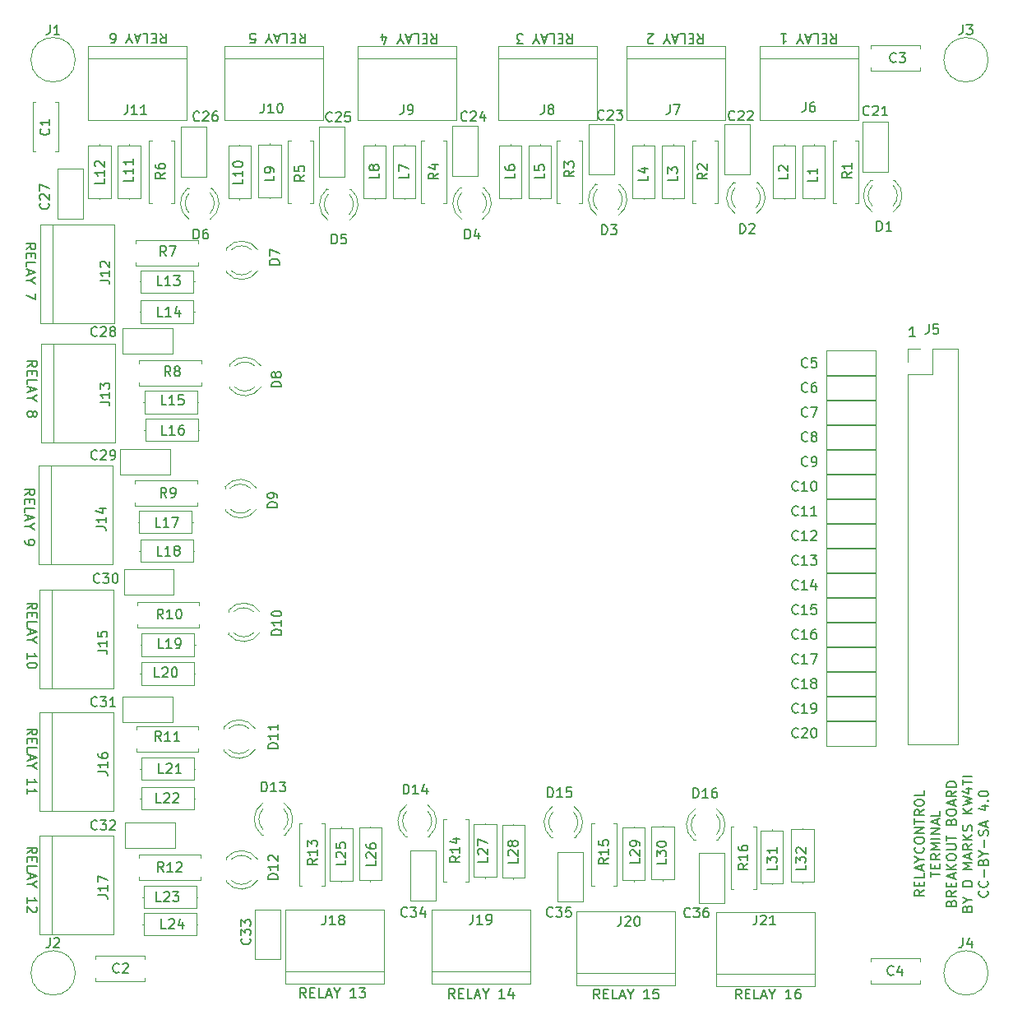
<source format=gbr>
G04 #@! TF.FileFunction,Legend,Top*
%FSLAX46Y46*%
G04 Gerber Fmt 4.6, Leading zero omitted, Abs format (unit mm)*
G04 Created by KiCad (PCBNEW 4.0.7) date 04/07/19 22:06:40*
%MOMM*%
%LPD*%
G01*
G04 APERTURE LIST*
%ADD10C,0.100000*%
%ADD11C,0.150000*%
%ADD12C,0.120000*%
G04 APERTURE END LIST*
D10*
D11*
X123880905Y-149677381D02*
X123547571Y-149201190D01*
X123309476Y-149677381D02*
X123309476Y-148677381D01*
X123690429Y-148677381D01*
X123785667Y-148725000D01*
X123833286Y-148772619D01*
X123880905Y-148867857D01*
X123880905Y-149010714D01*
X123833286Y-149105952D01*
X123785667Y-149153571D01*
X123690429Y-149201190D01*
X123309476Y-149201190D01*
X124309476Y-149153571D02*
X124642810Y-149153571D01*
X124785667Y-149677381D02*
X124309476Y-149677381D01*
X124309476Y-148677381D01*
X124785667Y-148677381D01*
X125690429Y-149677381D02*
X125214238Y-149677381D01*
X125214238Y-148677381D01*
X125976143Y-149391667D02*
X126452334Y-149391667D01*
X125880905Y-149677381D02*
X126214238Y-148677381D01*
X126547572Y-149677381D01*
X127071381Y-149201190D02*
X127071381Y-149677381D01*
X126738048Y-148677381D02*
X127071381Y-149201190D01*
X127404715Y-148677381D01*
X129023763Y-149677381D02*
X128452334Y-149677381D01*
X128738048Y-149677381D02*
X128738048Y-148677381D01*
X128642810Y-148820238D01*
X128547572Y-148915476D01*
X128452334Y-148963095D01*
X129880906Y-148677381D02*
X129690429Y-148677381D01*
X129595191Y-148725000D01*
X129547572Y-148772619D01*
X129452334Y-148915476D01*
X129404715Y-149105952D01*
X129404715Y-149486905D01*
X129452334Y-149582143D01*
X129499953Y-149629762D01*
X129595191Y-149677381D01*
X129785668Y-149677381D01*
X129880906Y-149629762D01*
X129928525Y-149582143D01*
X129976144Y-149486905D01*
X129976144Y-149248810D01*
X129928525Y-149153571D01*
X129880906Y-149105952D01*
X129785668Y-149058333D01*
X129595191Y-149058333D01*
X129499953Y-149105952D01*
X129452334Y-149153571D01*
X129404715Y-149248810D01*
X109275905Y-149677381D02*
X108942571Y-149201190D01*
X108704476Y-149677381D02*
X108704476Y-148677381D01*
X109085429Y-148677381D01*
X109180667Y-148725000D01*
X109228286Y-148772619D01*
X109275905Y-148867857D01*
X109275905Y-149010714D01*
X109228286Y-149105952D01*
X109180667Y-149153571D01*
X109085429Y-149201190D01*
X108704476Y-149201190D01*
X109704476Y-149153571D02*
X110037810Y-149153571D01*
X110180667Y-149677381D02*
X109704476Y-149677381D01*
X109704476Y-148677381D01*
X110180667Y-148677381D01*
X111085429Y-149677381D02*
X110609238Y-149677381D01*
X110609238Y-148677381D01*
X111371143Y-149391667D02*
X111847334Y-149391667D01*
X111275905Y-149677381D02*
X111609238Y-148677381D01*
X111942572Y-149677381D01*
X112466381Y-149201190D02*
X112466381Y-149677381D01*
X112133048Y-148677381D02*
X112466381Y-149201190D01*
X112799715Y-148677381D01*
X114418763Y-149677381D02*
X113847334Y-149677381D01*
X114133048Y-149677381D02*
X114133048Y-148677381D01*
X114037810Y-148820238D01*
X113942572Y-148915476D01*
X113847334Y-148963095D01*
X115323525Y-148677381D02*
X114847334Y-148677381D01*
X114799715Y-149153571D01*
X114847334Y-149105952D01*
X114942572Y-149058333D01*
X115180668Y-149058333D01*
X115275906Y-149105952D01*
X115323525Y-149153571D01*
X115371144Y-149248810D01*
X115371144Y-149486905D01*
X115323525Y-149582143D01*
X115275906Y-149629762D01*
X115180668Y-149677381D01*
X114942572Y-149677381D01*
X114847334Y-149629762D01*
X114799715Y-149582143D01*
X94353405Y-149613881D02*
X94020071Y-149137690D01*
X93781976Y-149613881D02*
X93781976Y-148613881D01*
X94162929Y-148613881D01*
X94258167Y-148661500D01*
X94305786Y-148709119D01*
X94353405Y-148804357D01*
X94353405Y-148947214D01*
X94305786Y-149042452D01*
X94258167Y-149090071D01*
X94162929Y-149137690D01*
X93781976Y-149137690D01*
X94781976Y-149090071D02*
X95115310Y-149090071D01*
X95258167Y-149613881D02*
X94781976Y-149613881D01*
X94781976Y-148613881D01*
X95258167Y-148613881D01*
X96162929Y-149613881D02*
X95686738Y-149613881D01*
X95686738Y-148613881D01*
X96448643Y-149328167D02*
X96924834Y-149328167D01*
X96353405Y-149613881D02*
X96686738Y-148613881D01*
X97020072Y-149613881D01*
X97543881Y-149137690D02*
X97543881Y-149613881D01*
X97210548Y-148613881D02*
X97543881Y-149137690D01*
X97877215Y-148613881D01*
X99496263Y-149613881D02*
X98924834Y-149613881D01*
X99210548Y-149613881D02*
X99210548Y-148613881D01*
X99115310Y-148756738D01*
X99020072Y-148851976D01*
X98924834Y-148899595D01*
X100353406Y-148947214D02*
X100353406Y-149613881D01*
X100115310Y-148566262D02*
X99877215Y-149280548D01*
X100496263Y-149280548D01*
X79049905Y-149550381D02*
X78716571Y-149074190D01*
X78478476Y-149550381D02*
X78478476Y-148550381D01*
X78859429Y-148550381D01*
X78954667Y-148598000D01*
X79002286Y-148645619D01*
X79049905Y-148740857D01*
X79049905Y-148883714D01*
X79002286Y-148978952D01*
X78954667Y-149026571D01*
X78859429Y-149074190D01*
X78478476Y-149074190D01*
X79478476Y-149026571D02*
X79811810Y-149026571D01*
X79954667Y-149550381D02*
X79478476Y-149550381D01*
X79478476Y-148550381D01*
X79954667Y-148550381D01*
X80859429Y-149550381D02*
X80383238Y-149550381D01*
X80383238Y-148550381D01*
X81145143Y-149264667D02*
X81621334Y-149264667D01*
X81049905Y-149550381D02*
X81383238Y-148550381D01*
X81716572Y-149550381D01*
X82240381Y-149074190D02*
X82240381Y-149550381D01*
X81907048Y-148550381D02*
X82240381Y-149074190D01*
X82573715Y-148550381D01*
X84192763Y-149550381D02*
X83621334Y-149550381D01*
X83907048Y-149550381D02*
X83907048Y-148550381D01*
X83811810Y-148693238D01*
X83716572Y-148788476D01*
X83621334Y-148836095D01*
X84526096Y-148550381D02*
X85145144Y-148550381D01*
X84811810Y-148931333D01*
X84954668Y-148931333D01*
X85049906Y-148978952D01*
X85097525Y-149026571D01*
X85145144Y-149121810D01*
X85145144Y-149359905D01*
X85097525Y-149455143D01*
X85049906Y-149502762D01*
X84954668Y-149550381D01*
X84668953Y-149550381D01*
X84573715Y-149502762D01*
X84526096Y-149455143D01*
X50347619Y-134675905D02*
X50823810Y-134342571D01*
X50347619Y-134104476D02*
X51347619Y-134104476D01*
X51347619Y-134485429D01*
X51300000Y-134580667D01*
X51252381Y-134628286D01*
X51157143Y-134675905D01*
X51014286Y-134675905D01*
X50919048Y-134628286D01*
X50871429Y-134580667D01*
X50823810Y-134485429D01*
X50823810Y-134104476D01*
X50871429Y-135104476D02*
X50871429Y-135437810D01*
X50347619Y-135580667D02*
X50347619Y-135104476D01*
X51347619Y-135104476D01*
X51347619Y-135580667D01*
X50347619Y-136485429D02*
X50347619Y-136009238D01*
X51347619Y-136009238D01*
X50633333Y-136771143D02*
X50633333Y-137247334D01*
X50347619Y-136675905D02*
X51347619Y-137009238D01*
X50347619Y-137342572D01*
X50823810Y-137866381D02*
X50347619Y-137866381D01*
X51347619Y-137533048D02*
X50823810Y-137866381D01*
X51347619Y-138199715D01*
X50347619Y-139818763D02*
X50347619Y-139247334D01*
X50347619Y-139533048D02*
X51347619Y-139533048D01*
X51204762Y-139437810D01*
X51109524Y-139342572D01*
X51061905Y-139247334D01*
X51252381Y-140199715D02*
X51300000Y-140247334D01*
X51347619Y-140342572D01*
X51347619Y-140580668D01*
X51300000Y-140675906D01*
X51252381Y-140723525D01*
X51157143Y-140771144D01*
X51061905Y-140771144D01*
X50919048Y-140723525D01*
X50347619Y-140152096D01*
X50347619Y-140771144D01*
X50347619Y-122483905D02*
X50823810Y-122150571D01*
X50347619Y-121912476D02*
X51347619Y-121912476D01*
X51347619Y-122293429D01*
X51300000Y-122388667D01*
X51252381Y-122436286D01*
X51157143Y-122483905D01*
X51014286Y-122483905D01*
X50919048Y-122436286D01*
X50871429Y-122388667D01*
X50823810Y-122293429D01*
X50823810Y-121912476D01*
X50871429Y-122912476D02*
X50871429Y-123245810D01*
X50347619Y-123388667D02*
X50347619Y-122912476D01*
X51347619Y-122912476D01*
X51347619Y-123388667D01*
X50347619Y-124293429D02*
X50347619Y-123817238D01*
X51347619Y-123817238D01*
X50633333Y-124579143D02*
X50633333Y-125055334D01*
X50347619Y-124483905D02*
X51347619Y-124817238D01*
X50347619Y-125150572D01*
X50823810Y-125674381D02*
X50347619Y-125674381D01*
X51347619Y-125341048D02*
X50823810Y-125674381D01*
X51347619Y-126007715D01*
X50347619Y-127626763D02*
X50347619Y-127055334D01*
X50347619Y-127341048D02*
X51347619Y-127341048D01*
X51204762Y-127245810D01*
X51109524Y-127150572D01*
X51061905Y-127055334D01*
X50347619Y-128579144D02*
X50347619Y-128007715D01*
X50347619Y-128293429D02*
X51347619Y-128293429D01*
X51204762Y-128198191D01*
X51109524Y-128102953D01*
X51061905Y-128007715D01*
X50347619Y-109529905D02*
X50823810Y-109196571D01*
X50347619Y-108958476D02*
X51347619Y-108958476D01*
X51347619Y-109339429D01*
X51300000Y-109434667D01*
X51252381Y-109482286D01*
X51157143Y-109529905D01*
X51014286Y-109529905D01*
X50919048Y-109482286D01*
X50871429Y-109434667D01*
X50823810Y-109339429D01*
X50823810Y-108958476D01*
X50871429Y-109958476D02*
X50871429Y-110291810D01*
X50347619Y-110434667D02*
X50347619Y-109958476D01*
X51347619Y-109958476D01*
X51347619Y-110434667D01*
X50347619Y-111339429D02*
X50347619Y-110863238D01*
X51347619Y-110863238D01*
X50633333Y-111625143D02*
X50633333Y-112101334D01*
X50347619Y-111529905D02*
X51347619Y-111863238D01*
X50347619Y-112196572D01*
X50823810Y-112720381D02*
X50347619Y-112720381D01*
X51347619Y-112387048D02*
X50823810Y-112720381D01*
X51347619Y-113053715D01*
X50347619Y-114672763D02*
X50347619Y-114101334D01*
X50347619Y-114387048D02*
X51347619Y-114387048D01*
X51204762Y-114291810D01*
X51109524Y-114196572D01*
X51061905Y-114101334D01*
X51347619Y-115291810D02*
X51347619Y-115387049D01*
X51300000Y-115482287D01*
X51252381Y-115529906D01*
X51157143Y-115577525D01*
X50966667Y-115625144D01*
X50728571Y-115625144D01*
X50538095Y-115577525D01*
X50442857Y-115529906D01*
X50395238Y-115482287D01*
X50347619Y-115387049D01*
X50347619Y-115291810D01*
X50395238Y-115196572D01*
X50442857Y-115148953D01*
X50538095Y-115101334D01*
X50728571Y-115053715D01*
X50966667Y-115053715D01*
X51157143Y-115101334D01*
X51252381Y-115148953D01*
X51300000Y-115196572D01*
X51347619Y-115291810D01*
X50093619Y-97814095D02*
X50569810Y-97480761D01*
X50093619Y-97242666D02*
X51093619Y-97242666D01*
X51093619Y-97623619D01*
X51046000Y-97718857D01*
X50998381Y-97766476D01*
X50903143Y-97814095D01*
X50760286Y-97814095D01*
X50665048Y-97766476D01*
X50617429Y-97718857D01*
X50569810Y-97623619D01*
X50569810Y-97242666D01*
X50617429Y-98242666D02*
X50617429Y-98576000D01*
X50093619Y-98718857D02*
X50093619Y-98242666D01*
X51093619Y-98242666D01*
X51093619Y-98718857D01*
X50093619Y-99623619D02*
X50093619Y-99147428D01*
X51093619Y-99147428D01*
X50379333Y-99909333D02*
X50379333Y-100385524D01*
X50093619Y-99814095D02*
X51093619Y-100147428D01*
X50093619Y-100480762D01*
X50569810Y-101004571D02*
X50093619Y-101004571D01*
X51093619Y-100671238D02*
X50569810Y-101004571D01*
X51093619Y-101337905D01*
X50093619Y-102480762D02*
X50093619Y-102671238D01*
X50141238Y-102766477D01*
X50188857Y-102814096D01*
X50331714Y-102909334D01*
X50522190Y-102956953D01*
X50903143Y-102956953D01*
X50998381Y-102909334D01*
X51046000Y-102861715D01*
X51093619Y-102766477D01*
X51093619Y-102576000D01*
X51046000Y-102480762D01*
X50998381Y-102433143D01*
X50903143Y-102385524D01*
X50665048Y-102385524D01*
X50569810Y-102433143D01*
X50522190Y-102480762D01*
X50474571Y-102576000D01*
X50474571Y-102766477D01*
X50522190Y-102861715D01*
X50569810Y-102909334D01*
X50665048Y-102956953D01*
X50347619Y-84606095D02*
X50823810Y-84272761D01*
X50347619Y-84034666D02*
X51347619Y-84034666D01*
X51347619Y-84415619D01*
X51300000Y-84510857D01*
X51252381Y-84558476D01*
X51157143Y-84606095D01*
X51014286Y-84606095D01*
X50919048Y-84558476D01*
X50871429Y-84510857D01*
X50823810Y-84415619D01*
X50823810Y-84034666D01*
X50871429Y-85034666D02*
X50871429Y-85368000D01*
X50347619Y-85510857D02*
X50347619Y-85034666D01*
X51347619Y-85034666D01*
X51347619Y-85510857D01*
X50347619Y-86415619D02*
X50347619Y-85939428D01*
X51347619Y-85939428D01*
X50633333Y-86701333D02*
X50633333Y-87177524D01*
X50347619Y-86606095D02*
X51347619Y-86939428D01*
X50347619Y-87272762D01*
X50823810Y-87796571D02*
X50347619Y-87796571D01*
X51347619Y-87463238D02*
X50823810Y-87796571D01*
X51347619Y-88129905D01*
X50919048Y-89368000D02*
X50966667Y-89272762D01*
X51014286Y-89225143D01*
X51109524Y-89177524D01*
X51157143Y-89177524D01*
X51252381Y-89225143D01*
X51300000Y-89272762D01*
X51347619Y-89368000D01*
X51347619Y-89558477D01*
X51300000Y-89653715D01*
X51252381Y-89701334D01*
X51157143Y-89748953D01*
X51109524Y-89748953D01*
X51014286Y-89701334D01*
X50966667Y-89653715D01*
X50919048Y-89558477D01*
X50919048Y-89368000D01*
X50871429Y-89272762D01*
X50823810Y-89225143D01*
X50728571Y-89177524D01*
X50538095Y-89177524D01*
X50442857Y-89225143D01*
X50395238Y-89272762D01*
X50347619Y-89368000D01*
X50347619Y-89558477D01*
X50395238Y-89653715D01*
X50442857Y-89701334D01*
X50538095Y-89748953D01*
X50728571Y-89748953D01*
X50823810Y-89701334D01*
X50871429Y-89653715D01*
X50919048Y-89558477D01*
X50205379Y-72515695D02*
X50681570Y-72182361D01*
X50205379Y-71944266D02*
X51205379Y-71944266D01*
X51205379Y-72325219D01*
X51157760Y-72420457D01*
X51110141Y-72468076D01*
X51014903Y-72515695D01*
X50872046Y-72515695D01*
X50776808Y-72468076D01*
X50729189Y-72420457D01*
X50681570Y-72325219D01*
X50681570Y-71944266D01*
X50729189Y-72944266D02*
X50729189Y-73277600D01*
X50205379Y-73420457D02*
X50205379Y-72944266D01*
X51205379Y-72944266D01*
X51205379Y-73420457D01*
X50205379Y-74325219D02*
X50205379Y-73849028D01*
X51205379Y-73849028D01*
X50491093Y-74610933D02*
X50491093Y-75087124D01*
X50205379Y-74515695D02*
X51205379Y-74849028D01*
X50205379Y-75182362D01*
X50681570Y-75706171D02*
X50205379Y-75706171D01*
X51205379Y-75372838D02*
X50681570Y-75706171D01*
X51205379Y-76039505D01*
X51205379Y-77039505D02*
X51205379Y-77706172D01*
X50205379Y-77277600D01*
X142694381Y-138492905D02*
X142218190Y-138826239D01*
X142694381Y-139064334D02*
X141694381Y-139064334D01*
X141694381Y-138683381D01*
X141742000Y-138588143D01*
X141789619Y-138540524D01*
X141884857Y-138492905D01*
X142027714Y-138492905D01*
X142122952Y-138540524D01*
X142170571Y-138588143D01*
X142218190Y-138683381D01*
X142218190Y-139064334D01*
X142170571Y-138064334D02*
X142170571Y-137731000D01*
X142694381Y-137588143D02*
X142694381Y-138064334D01*
X141694381Y-138064334D01*
X141694381Y-137588143D01*
X142694381Y-136683381D02*
X142694381Y-137159572D01*
X141694381Y-137159572D01*
X142408667Y-136397667D02*
X142408667Y-135921476D01*
X142694381Y-136492905D02*
X141694381Y-136159572D01*
X142694381Y-135826238D01*
X142218190Y-135302429D02*
X142694381Y-135302429D01*
X141694381Y-135635762D02*
X142218190Y-135302429D01*
X141694381Y-134969095D01*
X142599143Y-134064333D02*
X142646762Y-134111952D01*
X142694381Y-134254809D01*
X142694381Y-134350047D01*
X142646762Y-134492905D01*
X142551524Y-134588143D01*
X142456286Y-134635762D01*
X142265810Y-134683381D01*
X142122952Y-134683381D01*
X141932476Y-134635762D01*
X141837238Y-134588143D01*
X141742000Y-134492905D01*
X141694381Y-134350047D01*
X141694381Y-134254809D01*
X141742000Y-134111952D01*
X141789619Y-134064333D01*
X141694381Y-133445286D02*
X141694381Y-133254809D01*
X141742000Y-133159571D01*
X141837238Y-133064333D01*
X142027714Y-133016714D01*
X142361048Y-133016714D01*
X142551524Y-133064333D01*
X142646762Y-133159571D01*
X142694381Y-133254809D01*
X142694381Y-133445286D01*
X142646762Y-133540524D01*
X142551524Y-133635762D01*
X142361048Y-133683381D01*
X142027714Y-133683381D01*
X141837238Y-133635762D01*
X141742000Y-133540524D01*
X141694381Y-133445286D01*
X142694381Y-132588143D02*
X141694381Y-132588143D01*
X142694381Y-132016714D01*
X141694381Y-132016714D01*
X141694381Y-131683381D02*
X141694381Y-131111952D01*
X142694381Y-131397667D02*
X141694381Y-131397667D01*
X142694381Y-130207190D02*
X142218190Y-130540524D01*
X142694381Y-130778619D02*
X141694381Y-130778619D01*
X141694381Y-130397666D01*
X141742000Y-130302428D01*
X141789619Y-130254809D01*
X141884857Y-130207190D01*
X142027714Y-130207190D01*
X142122952Y-130254809D01*
X142170571Y-130302428D01*
X142218190Y-130397666D01*
X142218190Y-130778619D01*
X141694381Y-129588143D02*
X141694381Y-129397666D01*
X141742000Y-129302428D01*
X141837238Y-129207190D01*
X142027714Y-129159571D01*
X142361048Y-129159571D01*
X142551524Y-129207190D01*
X142646762Y-129302428D01*
X142694381Y-129397666D01*
X142694381Y-129588143D01*
X142646762Y-129683381D01*
X142551524Y-129778619D01*
X142361048Y-129826238D01*
X142027714Y-129826238D01*
X141837238Y-129778619D01*
X141742000Y-129683381D01*
X141694381Y-129588143D01*
X142694381Y-128254809D02*
X142694381Y-128731000D01*
X141694381Y-128731000D01*
X143344381Y-137135762D02*
X143344381Y-136564333D01*
X144344381Y-136850048D02*
X143344381Y-136850048D01*
X143820571Y-136231000D02*
X143820571Y-135897666D01*
X144344381Y-135754809D02*
X144344381Y-136231000D01*
X143344381Y-136231000D01*
X143344381Y-135754809D01*
X144344381Y-134754809D02*
X143868190Y-135088143D01*
X144344381Y-135326238D02*
X143344381Y-135326238D01*
X143344381Y-134945285D01*
X143392000Y-134850047D01*
X143439619Y-134802428D01*
X143534857Y-134754809D01*
X143677714Y-134754809D01*
X143772952Y-134802428D01*
X143820571Y-134850047D01*
X143868190Y-134945285D01*
X143868190Y-135326238D01*
X144344381Y-134326238D02*
X143344381Y-134326238D01*
X144058667Y-133992904D01*
X143344381Y-133659571D01*
X144344381Y-133659571D01*
X144344381Y-133183381D02*
X143344381Y-133183381D01*
X144344381Y-132707191D02*
X143344381Y-132707191D01*
X144344381Y-132135762D01*
X143344381Y-132135762D01*
X144058667Y-131707191D02*
X144058667Y-131231000D01*
X144344381Y-131802429D02*
X143344381Y-131469096D01*
X144344381Y-131135762D01*
X144344381Y-130326238D02*
X144344381Y-130802429D01*
X143344381Y-130802429D01*
X145470571Y-139802428D02*
X145518190Y-139659571D01*
X145565810Y-139611952D01*
X145661048Y-139564333D01*
X145803905Y-139564333D01*
X145899143Y-139611952D01*
X145946762Y-139659571D01*
X145994381Y-139754809D01*
X145994381Y-140135762D01*
X144994381Y-140135762D01*
X144994381Y-139802428D01*
X145042000Y-139707190D01*
X145089619Y-139659571D01*
X145184857Y-139611952D01*
X145280095Y-139611952D01*
X145375333Y-139659571D01*
X145422952Y-139707190D01*
X145470571Y-139802428D01*
X145470571Y-140135762D01*
X145994381Y-138564333D02*
X145518190Y-138897667D01*
X145994381Y-139135762D02*
X144994381Y-139135762D01*
X144994381Y-138754809D01*
X145042000Y-138659571D01*
X145089619Y-138611952D01*
X145184857Y-138564333D01*
X145327714Y-138564333D01*
X145422952Y-138611952D01*
X145470571Y-138659571D01*
X145518190Y-138754809D01*
X145518190Y-139135762D01*
X145470571Y-138135762D02*
X145470571Y-137802428D01*
X145994381Y-137659571D02*
X145994381Y-138135762D01*
X144994381Y-138135762D01*
X144994381Y-137659571D01*
X145708667Y-137278619D02*
X145708667Y-136802428D01*
X145994381Y-137373857D02*
X144994381Y-137040524D01*
X145994381Y-136707190D01*
X145994381Y-136373857D02*
X144994381Y-136373857D01*
X145994381Y-135802428D02*
X145422952Y-136231000D01*
X144994381Y-135802428D02*
X145565810Y-136373857D01*
X144994381Y-135183381D02*
X144994381Y-134992904D01*
X145042000Y-134897666D01*
X145137238Y-134802428D01*
X145327714Y-134754809D01*
X145661048Y-134754809D01*
X145851524Y-134802428D01*
X145946762Y-134897666D01*
X145994381Y-134992904D01*
X145994381Y-135183381D01*
X145946762Y-135278619D01*
X145851524Y-135373857D01*
X145661048Y-135421476D01*
X145327714Y-135421476D01*
X145137238Y-135373857D01*
X145042000Y-135278619D01*
X144994381Y-135183381D01*
X144994381Y-134326238D02*
X145803905Y-134326238D01*
X145899143Y-134278619D01*
X145946762Y-134231000D01*
X145994381Y-134135762D01*
X145994381Y-133945285D01*
X145946762Y-133850047D01*
X145899143Y-133802428D01*
X145803905Y-133754809D01*
X144994381Y-133754809D01*
X144994381Y-133421476D02*
X144994381Y-132850047D01*
X145994381Y-133135762D02*
X144994381Y-133135762D01*
X145470571Y-131421475D02*
X145518190Y-131278618D01*
X145565810Y-131230999D01*
X145661048Y-131183380D01*
X145803905Y-131183380D01*
X145899143Y-131230999D01*
X145946762Y-131278618D01*
X145994381Y-131373856D01*
X145994381Y-131754809D01*
X144994381Y-131754809D01*
X144994381Y-131421475D01*
X145042000Y-131326237D01*
X145089619Y-131278618D01*
X145184857Y-131230999D01*
X145280095Y-131230999D01*
X145375333Y-131278618D01*
X145422952Y-131326237D01*
X145470571Y-131421475D01*
X145470571Y-131754809D01*
X144994381Y-130564333D02*
X144994381Y-130373856D01*
X145042000Y-130278618D01*
X145137238Y-130183380D01*
X145327714Y-130135761D01*
X145661048Y-130135761D01*
X145851524Y-130183380D01*
X145946762Y-130278618D01*
X145994381Y-130373856D01*
X145994381Y-130564333D01*
X145946762Y-130659571D01*
X145851524Y-130754809D01*
X145661048Y-130802428D01*
X145327714Y-130802428D01*
X145137238Y-130754809D01*
X145042000Y-130659571D01*
X144994381Y-130564333D01*
X145708667Y-129754809D02*
X145708667Y-129278618D01*
X145994381Y-129850047D02*
X144994381Y-129516714D01*
X145994381Y-129183380D01*
X145994381Y-128278618D02*
X145518190Y-128611952D01*
X145994381Y-128850047D02*
X144994381Y-128850047D01*
X144994381Y-128469094D01*
X145042000Y-128373856D01*
X145089619Y-128326237D01*
X145184857Y-128278618D01*
X145327714Y-128278618D01*
X145422952Y-128326237D01*
X145470571Y-128373856D01*
X145518190Y-128469094D01*
X145518190Y-128850047D01*
X145994381Y-127850047D02*
X144994381Y-127850047D01*
X144994381Y-127611952D01*
X145042000Y-127469094D01*
X145137238Y-127373856D01*
X145232476Y-127326237D01*
X145422952Y-127278618D01*
X145565810Y-127278618D01*
X145756286Y-127326237D01*
X145851524Y-127373856D01*
X145946762Y-127469094D01*
X145994381Y-127611952D01*
X145994381Y-127850047D01*
X147120571Y-140373857D02*
X147168190Y-140231000D01*
X147215810Y-140183381D01*
X147311048Y-140135762D01*
X147453905Y-140135762D01*
X147549143Y-140183381D01*
X147596762Y-140231000D01*
X147644381Y-140326238D01*
X147644381Y-140707191D01*
X146644381Y-140707191D01*
X146644381Y-140373857D01*
X146692000Y-140278619D01*
X146739619Y-140231000D01*
X146834857Y-140183381D01*
X146930095Y-140183381D01*
X147025333Y-140231000D01*
X147072952Y-140278619D01*
X147120571Y-140373857D01*
X147120571Y-140707191D01*
X147168190Y-139516715D02*
X147644381Y-139516715D01*
X146644381Y-139850048D02*
X147168190Y-139516715D01*
X146644381Y-139183381D01*
X147644381Y-138088143D02*
X146644381Y-138088143D01*
X146644381Y-137850048D01*
X146692000Y-137707190D01*
X146787238Y-137611952D01*
X146882476Y-137564333D01*
X147072952Y-137516714D01*
X147215810Y-137516714D01*
X147406286Y-137564333D01*
X147501524Y-137611952D01*
X147596762Y-137707190D01*
X147644381Y-137850048D01*
X147644381Y-138088143D01*
X147644381Y-136326238D02*
X146644381Y-136326238D01*
X147358667Y-135992904D01*
X146644381Y-135659571D01*
X147644381Y-135659571D01*
X147358667Y-135231000D02*
X147358667Y-134754809D01*
X147644381Y-135326238D02*
X146644381Y-134992905D01*
X147644381Y-134659571D01*
X147644381Y-133754809D02*
X147168190Y-134088143D01*
X147644381Y-134326238D02*
X146644381Y-134326238D01*
X146644381Y-133945285D01*
X146692000Y-133850047D01*
X146739619Y-133802428D01*
X146834857Y-133754809D01*
X146977714Y-133754809D01*
X147072952Y-133802428D01*
X147120571Y-133850047D01*
X147168190Y-133945285D01*
X147168190Y-134326238D01*
X147644381Y-133326238D02*
X146644381Y-133326238D01*
X147644381Y-132754809D02*
X147072952Y-133183381D01*
X146644381Y-132754809D02*
X147215810Y-133326238D01*
X147596762Y-132373857D02*
X147644381Y-132231000D01*
X147644381Y-131992904D01*
X147596762Y-131897666D01*
X147549143Y-131850047D01*
X147453905Y-131802428D01*
X147358667Y-131802428D01*
X147263429Y-131850047D01*
X147215810Y-131897666D01*
X147168190Y-131992904D01*
X147120571Y-132183381D01*
X147072952Y-132278619D01*
X147025333Y-132326238D01*
X146930095Y-132373857D01*
X146834857Y-132373857D01*
X146739619Y-132326238D01*
X146692000Y-132278619D01*
X146644381Y-132183381D01*
X146644381Y-131945285D01*
X146692000Y-131802428D01*
X147644381Y-130611952D02*
X146644381Y-130611952D01*
X147644381Y-130040523D02*
X147072952Y-130469095D01*
X146644381Y-130040523D02*
X147215810Y-130611952D01*
X146644381Y-129707190D02*
X147644381Y-129469095D01*
X146930095Y-129278618D01*
X147644381Y-129088142D01*
X146644381Y-128850047D01*
X146977714Y-128040523D02*
X147644381Y-128040523D01*
X146596762Y-128278619D02*
X147311048Y-128516714D01*
X147311048Y-127897666D01*
X146644381Y-127659571D02*
X146644381Y-127088142D01*
X147644381Y-127373857D02*
X146644381Y-127373857D01*
X147644381Y-126754809D02*
X146644381Y-126754809D01*
X149199143Y-138564333D02*
X149246762Y-138611952D01*
X149294381Y-138754809D01*
X149294381Y-138850047D01*
X149246762Y-138992905D01*
X149151524Y-139088143D01*
X149056286Y-139135762D01*
X148865810Y-139183381D01*
X148722952Y-139183381D01*
X148532476Y-139135762D01*
X148437238Y-139088143D01*
X148342000Y-138992905D01*
X148294381Y-138850047D01*
X148294381Y-138754809D01*
X148342000Y-138611952D01*
X148389619Y-138564333D01*
X149199143Y-137564333D02*
X149246762Y-137611952D01*
X149294381Y-137754809D01*
X149294381Y-137850047D01*
X149246762Y-137992905D01*
X149151524Y-138088143D01*
X149056286Y-138135762D01*
X148865810Y-138183381D01*
X148722952Y-138183381D01*
X148532476Y-138135762D01*
X148437238Y-138088143D01*
X148342000Y-137992905D01*
X148294381Y-137850047D01*
X148294381Y-137754809D01*
X148342000Y-137611952D01*
X148389619Y-137564333D01*
X148913429Y-137135762D02*
X148913429Y-136373857D01*
X148770571Y-135564333D02*
X148818190Y-135421476D01*
X148865810Y-135373857D01*
X148961048Y-135326238D01*
X149103905Y-135326238D01*
X149199143Y-135373857D01*
X149246762Y-135421476D01*
X149294381Y-135516714D01*
X149294381Y-135897667D01*
X148294381Y-135897667D01*
X148294381Y-135564333D01*
X148342000Y-135469095D01*
X148389619Y-135421476D01*
X148484857Y-135373857D01*
X148580095Y-135373857D01*
X148675333Y-135421476D01*
X148722952Y-135469095D01*
X148770571Y-135564333D01*
X148770571Y-135897667D01*
X148818190Y-134707191D02*
X149294381Y-134707191D01*
X148294381Y-135040524D02*
X148818190Y-134707191D01*
X148294381Y-134373857D01*
X148913429Y-134040524D02*
X148913429Y-133278619D01*
X149246762Y-132850048D02*
X149294381Y-132707191D01*
X149294381Y-132469095D01*
X149246762Y-132373857D01*
X149199143Y-132326238D01*
X149103905Y-132278619D01*
X149008667Y-132278619D01*
X148913429Y-132326238D01*
X148865810Y-132373857D01*
X148818190Y-132469095D01*
X148770571Y-132659572D01*
X148722952Y-132754810D01*
X148675333Y-132802429D01*
X148580095Y-132850048D01*
X148484857Y-132850048D01*
X148389619Y-132802429D01*
X148342000Y-132754810D01*
X148294381Y-132659572D01*
X148294381Y-132421476D01*
X148342000Y-132278619D01*
X149008667Y-131897667D02*
X149008667Y-131421476D01*
X149294381Y-131992905D02*
X148294381Y-131659572D01*
X149294381Y-131326238D01*
X148627714Y-129802428D02*
X149294381Y-129802428D01*
X148246762Y-130040524D02*
X148961048Y-130278619D01*
X148961048Y-129659571D01*
X149199143Y-129278619D02*
X149246762Y-129231000D01*
X149294381Y-129278619D01*
X149246762Y-129326238D01*
X149199143Y-129278619D01*
X149294381Y-129278619D01*
X148294381Y-128611953D02*
X148294381Y-128516714D01*
X148342000Y-128421476D01*
X148389619Y-128373857D01*
X148484857Y-128326238D01*
X148675333Y-128278619D01*
X148913429Y-128278619D01*
X149103905Y-128326238D01*
X149199143Y-128373857D01*
X149246762Y-128421476D01*
X149294381Y-128516714D01*
X149294381Y-128611953D01*
X149246762Y-128707191D01*
X149199143Y-128754810D01*
X149103905Y-128802429D01*
X148913429Y-128850048D01*
X148675333Y-128850048D01*
X148484857Y-128802429D01*
X148389619Y-128754810D01*
X148342000Y-128707191D01*
X148294381Y-128611953D01*
X64047405Y-50284119D02*
X64380739Y-50760310D01*
X64618834Y-50284119D02*
X64618834Y-51284119D01*
X64237881Y-51284119D01*
X64142643Y-51236500D01*
X64095024Y-51188881D01*
X64047405Y-51093643D01*
X64047405Y-50950786D01*
X64095024Y-50855548D01*
X64142643Y-50807929D01*
X64237881Y-50760310D01*
X64618834Y-50760310D01*
X63618834Y-50807929D02*
X63285500Y-50807929D01*
X63142643Y-50284119D02*
X63618834Y-50284119D01*
X63618834Y-51284119D01*
X63142643Y-51284119D01*
X62237881Y-50284119D02*
X62714072Y-50284119D01*
X62714072Y-51284119D01*
X61952167Y-50569833D02*
X61475976Y-50569833D01*
X62047405Y-50284119D02*
X61714072Y-51284119D01*
X61380738Y-50284119D01*
X60856929Y-50760310D02*
X60856929Y-50284119D01*
X61190262Y-51284119D02*
X60856929Y-50760310D01*
X60523595Y-51284119D01*
X58999785Y-51284119D02*
X59190262Y-51284119D01*
X59285500Y-51236500D01*
X59333119Y-51188881D01*
X59428357Y-51046024D01*
X59475976Y-50855548D01*
X59475976Y-50474595D01*
X59428357Y-50379357D01*
X59380738Y-50331738D01*
X59285500Y-50284119D01*
X59095023Y-50284119D01*
X58999785Y-50331738D01*
X58952166Y-50379357D01*
X58904547Y-50474595D01*
X58904547Y-50712690D01*
X58952166Y-50807929D01*
X58999785Y-50855548D01*
X59095023Y-50903167D01*
X59285500Y-50903167D01*
X59380738Y-50855548D01*
X59428357Y-50807929D01*
X59475976Y-50712690D01*
X78398405Y-50284119D02*
X78731739Y-50760310D01*
X78969834Y-50284119D02*
X78969834Y-51284119D01*
X78588881Y-51284119D01*
X78493643Y-51236500D01*
X78446024Y-51188881D01*
X78398405Y-51093643D01*
X78398405Y-50950786D01*
X78446024Y-50855548D01*
X78493643Y-50807929D01*
X78588881Y-50760310D01*
X78969834Y-50760310D01*
X77969834Y-50807929D02*
X77636500Y-50807929D01*
X77493643Y-50284119D02*
X77969834Y-50284119D01*
X77969834Y-51284119D01*
X77493643Y-51284119D01*
X76588881Y-50284119D02*
X77065072Y-50284119D01*
X77065072Y-51284119D01*
X76303167Y-50569833D02*
X75826976Y-50569833D01*
X76398405Y-50284119D02*
X76065072Y-51284119D01*
X75731738Y-50284119D01*
X75207929Y-50760310D02*
X75207929Y-50284119D01*
X75541262Y-51284119D02*
X75207929Y-50760310D01*
X74874595Y-51284119D01*
X73303166Y-51284119D02*
X73779357Y-51284119D01*
X73826976Y-50807929D01*
X73779357Y-50855548D01*
X73684119Y-50903167D01*
X73446023Y-50903167D01*
X73350785Y-50855548D01*
X73303166Y-50807929D01*
X73255547Y-50712690D01*
X73255547Y-50474595D01*
X73303166Y-50379357D01*
X73350785Y-50331738D01*
X73446023Y-50284119D01*
X73684119Y-50284119D01*
X73779357Y-50331738D01*
X73826976Y-50379357D01*
X91923905Y-50347619D02*
X92257239Y-50823810D01*
X92495334Y-50347619D02*
X92495334Y-51347619D01*
X92114381Y-51347619D01*
X92019143Y-51300000D01*
X91971524Y-51252381D01*
X91923905Y-51157143D01*
X91923905Y-51014286D01*
X91971524Y-50919048D01*
X92019143Y-50871429D01*
X92114381Y-50823810D01*
X92495334Y-50823810D01*
X91495334Y-50871429D02*
X91162000Y-50871429D01*
X91019143Y-50347619D02*
X91495334Y-50347619D01*
X91495334Y-51347619D01*
X91019143Y-51347619D01*
X90114381Y-50347619D02*
X90590572Y-50347619D01*
X90590572Y-51347619D01*
X89828667Y-50633333D02*
X89352476Y-50633333D01*
X89923905Y-50347619D02*
X89590572Y-51347619D01*
X89257238Y-50347619D01*
X88733429Y-50823810D02*
X88733429Y-50347619D01*
X89066762Y-51347619D02*
X88733429Y-50823810D01*
X88400095Y-51347619D01*
X86876285Y-51014286D02*
X86876285Y-50347619D01*
X87114381Y-51395238D02*
X87352476Y-50680952D01*
X86733428Y-50680952D01*
X105893905Y-50347619D02*
X106227239Y-50823810D01*
X106465334Y-50347619D02*
X106465334Y-51347619D01*
X106084381Y-51347619D01*
X105989143Y-51300000D01*
X105941524Y-51252381D01*
X105893905Y-51157143D01*
X105893905Y-51014286D01*
X105941524Y-50919048D01*
X105989143Y-50871429D01*
X106084381Y-50823810D01*
X106465334Y-50823810D01*
X105465334Y-50871429D02*
X105132000Y-50871429D01*
X104989143Y-50347619D02*
X105465334Y-50347619D01*
X105465334Y-51347619D01*
X104989143Y-51347619D01*
X104084381Y-50347619D02*
X104560572Y-50347619D01*
X104560572Y-51347619D01*
X103798667Y-50633333D02*
X103322476Y-50633333D01*
X103893905Y-50347619D02*
X103560572Y-51347619D01*
X103227238Y-50347619D01*
X102703429Y-50823810D02*
X102703429Y-50347619D01*
X103036762Y-51347619D02*
X102703429Y-50823810D01*
X102370095Y-51347619D01*
X101370095Y-51347619D02*
X100751047Y-51347619D01*
X101084381Y-50966667D01*
X100941523Y-50966667D01*
X100846285Y-50919048D01*
X100798666Y-50871429D01*
X100751047Y-50776190D01*
X100751047Y-50538095D01*
X100798666Y-50442857D01*
X100846285Y-50395238D01*
X100941523Y-50347619D01*
X101227238Y-50347619D01*
X101322476Y-50395238D01*
X101370095Y-50442857D01*
X119355905Y-50347619D02*
X119689239Y-50823810D01*
X119927334Y-50347619D02*
X119927334Y-51347619D01*
X119546381Y-51347619D01*
X119451143Y-51300000D01*
X119403524Y-51252381D01*
X119355905Y-51157143D01*
X119355905Y-51014286D01*
X119403524Y-50919048D01*
X119451143Y-50871429D01*
X119546381Y-50823810D01*
X119927334Y-50823810D01*
X118927334Y-50871429D02*
X118594000Y-50871429D01*
X118451143Y-50347619D02*
X118927334Y-50347619D01*
X118927334Y-51347619D01*
X118451143Y-51347619D01*
X117546381Y-50347619D02*
X118022572Y-50347619D01*
X118022572Y-51347619D01*
X117260667Y-50633333D02*
X116784476Y-50633333D01*
X117355905Y-50347619D02*
X117022572Y-51347619D01*
X116689238Y-50347619D01*
X116165429Y-50823810D02*
X116165429Y-50347619D01*
X116498762Y-51347619D02*
X116165429Y-50823810D01*
X115832095Y-51347619D01*
X114784476Y-51252381D02*
X114736857Y-51300000D01*
X114641619Y-51347619D01*
X114403523Y-51347619D01*
X114308285Y-51300000D01*
X114260666Y-51252381D01*
X114213047Y-51157143D01*
X114213047Y-51061905D01*
X114260666Y-50919048D01*
X114832095Y-50347619D01*
X114213047Y-50347619D01*
X133071905Y-50347619D02*
X133405239Y-50823810D01*
X133643334Y-50347619D02*
X133643334Y-51347619D01*
X133262381Y-51347619D01*
X133167143Y-51300000D01*
X133119524Y-51252381D01*
X133071905Y-51157143D01*
X133071905Y-51014286D01*
X133119524Y-50919048D01*
X133167143Y-50871429D01*
X133262381Y-50823810D01*
X133643334Y-50823810D01*
X132643334Y-50871429D02*
X132310000Y-50871429D01*
X132167143Y-50347619D02*
X132643334Y-50347619D01*
X132643334Y-51347619D01*
X132167143Y-51347619D01*
X131262381Y-50347619D02*
X131738572Y-50347619D01*
X131738572Y-51347619D01*
X130976667Y-50633333D02*
X130500476Y-50633333D01*
X131071905Y-50347619D02*
X130738572Y-51347619D01*
X130405238Y-50347619D01*
X129881429Y-50823810D02*
X129881429Y-50347619D01*
X130214762Y-51347619D02*
X129881429Y-50823810D01*
X129548095Y-51347619D01*
X127929047Y-50347619D02*
X128500476Y-50347619D01*
X128214762Y-50347619D02*
X128214762Y-51347619D01*
X128310000Y-51204762D01*
X128405238Y-51109524D01*
X128500476Y-51061905D01*
X141763715Y-81478381D02*
X141192286Y-81478381D01*
X141478000Y-81478381D02*
X141478000Y-80478381D01*
X141382762Y-80621238D01*
X141287524Y-80716476D01*
X141192286Y-80764095D01*
D12*
X111187608Y-69045835D02*
G75*
G03X111344516Y-65813500I-1078608J1672335D01*
G01*
X109030392Y-69045835D02*
G75*
G02X108873484Y-65813500I1078608J1672335D01*
G01*
X111188837Y-68414630D02*
G75*
G03X111189000Y-66332539I-1079837J1041130D01*
G01*
X109029163Y-68414630D02*
G75*
G02X109029000Y-66332539I1079837J1041130D01*
G01*
X111345000Y-65813500D02*
X111189000Y-65813500D01*
X109029000Y-65813500D02*
X108873000Y-65813500D01*
X53507000Y-57344000D02*
X53507000Y-62464000D01*
X50887000Y-57344000D02*
X50887000Y-62464000D01*
X53507000Y-57344000D02*
X53193000Y-57344000D01*
X51201000Y-57344000D02*
X50887000Y-57344000D01*
X53507000Y-62464000D02*
X53193000Y-62464000D01*
X51201000Y-62464000D02*
X50887000Y-62464000D01*
X57344000Y-145248000D02*
X62464000Y-145248000D01*
X57344000Y-147868000D02*
X62464000Y-147868000D01*
X57344000Y-145248000D02*
X57344000Y-145562000D01*
X57344000Y-147554000D02*
X57344000Y-147868000D01*
X62464000Y-145248000D02*
X62464000Y-145562000D01*
X62464000Y-147554000D02*
X62464000Y-147868000D01*
X142300000Y-54142000D02*
X137180000Y-54142000D01*
X142300000Y-51522000D02*
X137180000Y-51522000D01*
X142300000Y-54142000D02*
X142300000Y-53828000D01*
X142300000Y-51836000D02*
X142300000Y-51522000D01*
X137180000Y-54142000D02*
X137180000Y-53828000D01*
X137180000Y-51836000D02*
X137180000Y-51522000D01*
X142300000Y-148122000D02*
X137180000Y-148122000D01*
X142300000Y-145502000D02*
X137180000Y-145502000D01*
X142300000Y-148122000D02*
X142300000Y-147808000D01*
X142300000Y-145816000D02*
X142300000Y-145502000D01*
X137180000Y-148122000D02*
X137180000Y-147808000D01*
X137180000Y-145816000D02*
X137180000Y-145502000D01*
X55286000Y-53000000D02*
G75*
G03X55286000Y-53000000I-2286000J0D01*
G01*
X55286000Y-147000000D02*
G75*
G03X55286000Y-147000000I-2286000J0D01*
G01*
X149286000Y-53000000D02*
G75*
G03X149286000Y-53000000I-2286000J0D01*
G01*
X149286000Y-147000000D02*
G75*
G03X149286000Y-147000000I-2286000J0D01*
G01*
X140966800Y-123512400D02*
X146166800Y-123512400D01*
X140966800Y-85352400D02*
X140966800Y-123512400D01*
X146166800Y-82752400D02*
X146166800Y-123512400D01*
X140966800Y-85352400D02*
X143566800Y-85352400D01*
X143566800Y-85352400D02*
X143566800Y-82752400D01*
X143566800Y-82752400D02*
X146166800Y-82752400D01*
X140966800Y-84082400D02*
X140966800Y-82752400D01*
X140966800Y-82752400D02*
X142296800Y-82752400D01*
X132598800Y-82916400D02*
X137718800Y-82916400D01*
X132598800Y-85536400D02*
X137718800Y-85536400D01*
X132598800Y-82916400D02*
X132598800Y-85536400D01*
X137718800Y-82916400D02*
X137718800Y-85536400D01*
X132598800Y-85456400D02*
X137718800Y-85456400D01*
X132598800Y-88076400D02*
X137718800Y-88076400D01*
X132598800Y-85456400D02*
X132598800Y-88076400D01*
X137718800Y-85456400D02*
X137718800Y-88076400D01*
X132598800Y-87996400D02*
X137718800Y-87996400D01*
X132598800Y-90616400D02*
X137718800Y-90616400D01*
X132598800Y-87996400D02*
X132598800Y-90616400D01*
X137718800Y-87996400D02*
X137718800Y-90616400D01*
X132598800Y-90536400D02*
X137718800Y-90536400D01*
X132598800Y-93156400D02*
X137718800Y-93156400D01*
X132598800Y-90536400D02*
X132598800Y-93156400D01*
X137718800Y-90536400D02*
X137718800Y-93156400D01*
X132598800Y-93076400D02*
X137718800Y-93076400D01*
X132598800Y-95696400D02*
X137718800Y-95696400D01*
X132598800Y-93076400D02*
X132598800Y-95696400D01*
X137718800Y-93076400D02*
X137718800Y-95696400D01*
X132598800Y-95616400D02*
X137718800Y-95616400D01*
X132598800Y-98236400D02*
X137718800Y-98236400D01*
X132598800Y-95616400D02*
X132598800Y-98236400D01*
X137718800Y-95616400D02*
X137718800Y-98236400D01*
X132598800Y-98156400D02*
X137718800Y-98156400D01*
X132598800Y-100776400D02*
X137718800Y-100776400D01*
X132598800Y-98156400D02*
X132598800Y-100776400D01*
X137718800Y-98156400D02*
X137718800Y-100776400D01*
X132598800Y-100696400D02*
X137718800Y-100696400D01*
X132598800Y-103316400D02*
X137718800Y-103316400D01*
X132598800Y-100696400D02*
X132598800Y-103316400D01*
X137718800Y-100696400D02*
X137718800Y-103316400D01*
X132598800Y-103236400D02*
X137718800Y-103236400D01*
X132598800Y-105856400D02*
X137718800Y-105856400D01*
X132598800Y-103236400D02*
X132598800Y-105856400D01*
X137718800Y-103236400D02*
X137718800Y-105856400D01*
X132598800Y-105776400D02*
X137718800Y-105776400D01*
X132598800Y-108396400D02*
X137718800Y-108396400D01*
X132598800Y-105776400D02*
X132598800Y-108396400D01*
X137718800Y-105776400D02*
X137718800Y-108396400D01*
X132598800Y-108316400D02*
X137718800Y-108316400D01*
X132598800Y-110936400D02*
X137718800Y-110936400D01*
X132598800Y-108316400D02*
X132598800Y-110936400D01*
X137718800Y-108316400D02*
X137718800Y-110936400D01*
X132598800Y-110856400D02*
X137718800Y-110856400D01*
X132598800Y-113476400D02*
X137718800Y-113476400D01*
X132598800Y-110856400D02*
X132598800Y-113476400D01*
X137718800Y-110856400D02*
X137718800Y-113476400D01*
X132598800Y-113396400D02*
X137718800Y-113396400D01*
X132598800Y-116016400D02*
X137718800Y-116016400D01*
X132598800Y-113396400D02*
X132598800Y-116016400D01*
X137718800Y-113396400D02*
X137718800Y-116016400D01*
X132598800Y-115936400D02*
X137718800Y-115936400D01*
X132598800Y-118556400D02*
X137718800Y-118556400D01*
X132598800Y-115936400D02*
X132598800Y-118556400D01*
X137718800Y-115936400D02*
X137718800Y-118556400D01*
X132598800Y-118476400D02*
X137718800Y-118476400D01*
X132598800Y-121096400D02*
X137718800Y-121096400D01*
X132598800Y-118476400D02*
X132598800Y-121096400D01*
X137718800Y-118476400D02*
X137718800Y-121096400D01*
X132598800Y-121016400D02*
X137718800Y-121016400D01*
X132598800Y-123636400D02*
X137718800Y-123636400D01*
X132598800Y-121016400D02*
X132598800Y-123636400D01*
X137718800Y-121016400D02*
X137718800Y-123636400D01*
X138978000Y-59396000D02*
X138978000Y-64516000D01*
X136358000Y-59396000D02*
X136358000Y-64516000D01*
X138978000Y-59396000D02*
X136358000Y-59396000D01*
X138978000Y-64516000D02*
X136358000Y-64516000D01*
X139508608Y-68664835D02*
G75*
G03X139665516Y-65432500I-1078608J1672335D01*
G01*
X137351392Y-68664835D02*
G75*
G02X137194484Y-65432500I1078608J1672335D01*
G01*
X139509837Y-68033630D02*
G75*
G03X139510000Y-65951539I-1079837J1041130D01*
G01*
X137350163Y-68033630D02*
G75*
G02X137350000Y-65951539I1079837J1041130D01*
G01*
X139666000Y-65432500D02*
X139510000Y-65432500D01*
X137350000Y-65432500D02*
X137194000Y-65432500D01*
X125730000Y-52832000D02*
X135890000Y-52832000D01*
X125730000Y-51562000D02*
X125730000Y-59182000D01*
X125730000Y-59182000D02*
X135890000Y-59182000D01*
X135890000Y-59182000D02*
X135890000Y-51562000D01*
X135890000Y-51562000D02*
X125730000Y-51562000D01*
X130158000Y-67226000D02*
X132478000Y-67226000D01*
X132478000Y-67226000D02*
X132478000Y-61806000D01*
X132478000Y-61806000D02*
X130158000Y-61806000D01*
X130158000Y-61806000D02*
X130158000Y-67226000D01*
X131318000Y-67346000D02*
X131318000Y-67226000D01*
X131318000Y-61686000D02*
X131318000Y-61806000D01*
X127110000Y-67226000D02*
X129430000Y-67226000D01*
X129430000Y-67226000D02*
X129430000Y-61806000D01*
X129430000Y-61806000D02*
X127110000Y-61806000D01*
X127110000Y-61806000D02*
X127110000Y-67226000D01*
X128270000Y-67346000D02*
X128270000Y-67226000D01*
X128270000Y-61686000D02*
X128270000Y-61806000D01*
X133640000Y-67726000D02*
X133310000Y-67726000D01*
X133310000Y-67726000D02*
X133310000Y-61306000D01*
X133310000Y-61306000D02*
X133640000Y-61306000D01*
X135600000Y-67726000D02*
X135930000Y-67726000D01*
X135930000Y-67726000D02*
X135930000Y-61306000D01*
X135930000Y-61306000D02*
X135600000Y-61306000D01*
X124754000Y-59650000D02*
X124754000Y-64770000D01*
X122134000Y-59650000D02*
X122134000Y-64770000D01*
X124754000Y-59650000D02*
X122134000Y-59650000D01*
X124754000Y-64770000D02*
X122134000Y-64770000D01*
X110784000Y-59650000D02*
X110784000Y-64770000D01*
X108164000Y-59650000D02*
X108164000Y-64770000D01*
X110784000Y-59650000D02*
X108164000Y-59650000D01*
X110784000Y-64770000D02*
X108164000Y-64770000D01*
X96750500Y-59840500D02*
X96750500Y-64960500D01*
X94130500Y-59840500D02*
X94130500Y-64960500D01*
X96750500Y-59840500D02*
X94130500Y-59840500D01*
X96750500Y-64960500D02*
X94130500Y-64960500D01*
X125411608Y-68855335D02*
G75*
G03X125568516Y-65623000I-1078608J1672335D01*
G01*
X123254392Y-68855335D02*
G75*
G02X123097484Y-65623000I1078608J1672335D01*
G01*
X125412837Y-68224130D02*
G75*
G03X125413000Y-66142039I-1079837J1041130D01*
G01*
X123253163Y-68224130D02*
G75*
G02X123253000Y-66142039I1079837J1041130D01*
G01*
X125569000Y-65623000D02*
X125413000Y-65623000D01*
X123253000Y-65623000D02*
X123097000Y-65623000D01*
X97217608Y-69426835D02*
G75*
G03X97374516Y-66194500I-1078608J1672335D01*
G01*
X95060392Y-69426835D02*
G75*
G02X94903484Y-66194500I1078608J1672335D01*
G01*
X97218837Y-68795630D02*
G75*
G03X97219000Y-66713539I-1079837J1041130D01*
G01*
X95059163Y-68795630D02*
G75*
G02X95059000Y-66713539I1079837J1041130D01*
G01*
X97375000Y-66194500D02*
X97219000Y-66194500D01*
X95059000Y-66194500D02*
X94903000Y-66194500D01*
X112014000Y-52832000D02*
X122174000Y-52832000D01*
X112014000Y-51562000D02*
X112014000Y-59182000D01*
X112014000Y-59182000D02*
X122174000Y-59182000D01*
X122174000Y-59182000D02*
X122174000Y-51562000D01*
X122174000Y-51562000D02*
X112014000Y-51562000D01*
X98806000Y-52832000D02*
X108966000Y-52832000D01*
X98806000Y-51562000D02*
X98806000Y-59182000D01*
X98806000Y-59182000D02*
X108966000Y-59182000D01*
X108966000Y-59182000D02*
X108966000Y-51562000D01*
X108966000Y-51562000D02*
X98806000Y-51562000D01*
X84328000Y-52832000D02*
X94488000Y-52832000D01*
X84328000Y-51562000D02*
X84328000Y-59182000D01*
X84328000Y-59182000D02*
X94488000Y-59182000D01*
X94488000Y-59182000D02*
X94488000Y-51562000D01*
X94488000Y-51562000D02*
X84328000Y-51562000D01*
X115680000Y-67226000D02*
X118000000Y-67226000D01*
X118000000Y-67226000D02*
X118000000Y-61806000D01*
X118000000Y-61806000D02*
X115680000Y-61806000D01*
X115680000Y-61806000D02*
X115680000Y-67226000D01*
X116840000Y-67346000D02*
X116840000Y-67226000D01*
X116840000Y-61686000D02*
X116840000Y-61806000D01*
X112632000Y-67226000D02*
X114952000Y-67226000D01*
X114952000Y-67226000D02*
X114952000Y-61806000D01*
X114952000Y-61806000D02*
X112632000Y-61806000D01*
X112632000Y-61806000D02*
X112632000Y-67226000D01*
X113792000Y-67346000D02*
X113792000Y-67226000D01*
X113792000Y-61686000D02*
X113792000Y-61806000D01*
X101964000Y-67226000D02*
X104284000Y-67226000D01*
X104284000Y-67226000D02*
X104284000Y-61806000D01*
X104284000Y-61806000D02*
X101964000Y-61806000D01*
X101964000Y-61806000D02*
X101964000Y-67226000D01*
X103124000Y-67346000D02*
X103124000Y-67226000D01*
X103124000Y-61686000D02*
X103124000Y-61806000D01*
X98916000Y-67226000D02*
X101236000Y-67226000D01*
X101236000Y-67226000D02*
X101236000Y-61806000D01*
X101236000Y-61806000D02*
X98916000Y-61806000D01*
X98916000Y-61806000D02*
X98916000Y-67226000D01*
X100076000Y-67346000D02*
X100076000Y-67226000D01*
X100076000Y-61686000D02*
X100076000Y-61806000D01*
X87994000Y-67226000D02*
X90314000Y-67226000D01*
X90314000Y-67226000D02*
X90314000Y-61806000D01*
X90314000Y-61806000D02*
X87994000Y-61806000D01*
X87994000Y-61806000D02*
X87994000Y-67226000D01*
X89154000Y-67346000D02*
X89154000Y-67226000D01*
X89154000Y-61686000D02*
X89154000Y-61806000D01*
X84946000Y-67226000D02*
X87266000Y-67226000D01*
X87266000Y-67226000D02*
X87266000Y-61806000D01*
X87266000Y-61806000D02*
X84946000Y-61806000D01*
X84946000Y-61806000D02*
X84946000Y-67226000D01*
X86106000Y-67346000D02*
X86106000Y-67226000D01*
X86106000Y-61686000D02*
X86106000Y-61806000D01*
X119162000Y-67726000D02*
X118832000Y-67726000D01*
X118832000Y-67726000D02*
X118832000Y-61306000D01*
X118832000Y-61306000D02*
X119162000Y-61306000D01*
X121122000Y-67726000D02*
X121452000Y-67726000D01*
X121452000Y-67726000D02*
X121452000Y-61306000D01*
X121452000Y-61306000D02*
X121122000Y-61306000D01*
X105192000Y-67726000D02*
X104862000Y-67726000D01*
X104862000Y-67726000D02*
X104862000Y-61306000D01*
X104862000Y-61306000D02*
X105192000Y-61306000D01*
X107152000Y-67726000D02*
X107482000Y-67726000D01*
X107482000Y-67726000D02*
X107482000Y-61306000D01*
X107482000Y-61306000D02*
X107152000Y-61306000D01*
X91222000Y-67726000D02*
X90892000Y-67726000D01*
X90892000Y-67726000D02*
X90892000Y-61306000D01*
X90892000Y-61306000D02*
X91222000Y-61306000D01*
X93182000Y-67726000D02*
X93512000Y-67726000D01*
X93512000Y-67726000D02*
X93512000Y-61306000D01*
X93512000Y-61306000D02*
X93182000Y-61306000D01*
X83034500Y-59904000D02*
X83034500Y-65024000D01*
X80414500Y-59904000D02*
X80414500Y-65024000D01*
X83034500Y-59904000D02*
X80414500Y-59904000D01*
X83034500Y-65024000D02*
X80414500Y-65024000D01*
X68810500Y-59904000D02*
X68810500Y-65024000D01*
X66190500Y-59904000D02*
X66190500Y-65024000D01*
X68810500Y-59904000D02*
X66190500Y-59904000D01*
X68810500Y-65024000D02*
X66190500Y-65024000D01*
X83501608Y-69553835D02*
G75*
G03X83658516Y-66321500I-1078608J1672335D01*
G01*
X81344392Y-69553835D02*
G75*
G02X81187484Y-66321500I1078608J1672335D01*
G01*
X83502837Y-68922630D02*
G75*
G03X83503000Y-66840539I-1079837J1041130D01*
G01*
X81343163Y-68922630D02*
G75*
G02X81343000Y-66840539I1079837J1041130D01*
G01*
X83659000Y-66321500D02*
X83503000Y-66321500D01*
X81343000Y-66321500D02*
X81187000Y-66321500D01*
X69176008Y-69439535D02*
G75*
G03X69332916Y-66207200I-1078608J1672335D01*
G01*
X67018792Y-69439535D02*
G75*
G02X66861884Y-66207200I1078608J1672335D01*
G01*
X69177237Y-68808330D02*
G75*
G03X69177400Y-66726239I-1079837J1041130D01*
G01*
X67017563Y-68808330D02*
G75*
G02X67017400Y-66726239I1079837J1041130D01*
G01*
X69333400Y-66207200D02*
X69177400Y-66207200D01*
X67017400Y-66207200D02*
X66861400Y-66207200D01*
X70675500Y-52832000D02*
X80835500Y-52832000D01*
X70675500Y-51562000D02*
X70675500Y-59182000D01*
X70675500Y-59182000D02*
X80835500Y-59182000D01*
X80835500Y-59182000D02*
X80835500Y-51562000D01*
X80835500Y-51562000D02*
X70675500Y-51562000D01*
X56578500Y-52832000D02*
X66738500Y-52832000D01*
X56578500Y-51562000D02*
X56578500Y-59182000D01*
X56578500Y-59182000D02*
X66738500Y-59182000D01*
X66738500Y-59182000D02*
X66738500Y-51562000D01*
X66738500Y-51562000D02*
X56578500Y-51562000D01*
X74151000Y-67162500D02*
X76471000Y-67162500D01*
X76471000Y-67162500D02*
X76471000Y-61742500D01*
X76471000Y-61742500D02*
X74151000Y-61742500D01*
X74151000Y-61742500D02*
X74151000Y-67162500D01*
X75311000Y-67282500D02*
X75311000Y-67162500D01*
X75311000Y-61622500D02*
X75311000Y-61742500D01*
X71039500Y-67289500D02*
X73359500Y-67289500D01*
X73359500Y-67289500D02*
X73359500Y-61869500D01*
X73359500Y-61869500D02*
X71039500Y-61869500D01*
X71039500Y-61869500D02*
X71039500Y-67289500D01*
X72199500Y-67409500D02*
X72199500Y-67289500D01*
X72199500Y-61749500D02*
X72199500Y-61869500D01*
X59673000Y-67226000D02*
X61993000Y-67226000D01*
X61993000Y-67226000D02*
X61993000Y-61806000D01*
X61993000Y-61806000D02*
X59673000Y-61806000D01*
X59673000Y-61806000D02*
X59673000Y-67226000D01*
X60833000Y-67346000D02*
X60833000Y-67226000D01*
X60833000Y-61686000D02*
X60833000Y-61806000D01*
X56625000Y-67226000D02*
X58945000Y-67226000D01*
X58945000Y-67226000D02*
X58945000Y-61806000D01*
X58945000Y-61806000D02*
X56625000Y-61806000D01*
X56625000Y-61806000D02*
X56625000Y-67226000D01*
X57785000Y-67346000D02*
X57785000Y-67226000D01*
X57785000Y-61686000D02*
X57785000Y-61806000D01*
X77506000Y-67789500D02*
X77176000Y-67789500D01*
X77176000Y-67789500D02*
X77176000Y-61369500D01*
X77176000Y-61369500D02*
X77506000Y-61369500D01*
X79466000Y-67789500D02*
X79796000Y-67789500D01*
X79796000Y-67789500D02*
X79796000Y-61369500D01*
X79796000Y-61369500D02*
X79466000Y-61369500D01*
X63218500Y-67726000D02*
X62888500Y-67726000D01*
X62888500Y-67726000D02*
X62888500Y-61306000D01*
X62888500Y-61306000D02*
X63218500Y-61306000D01*
X65178500Y-67726000D02*
X65508500Y-67726000D01*
X65508500Y-67726000D02*
X65508500Y-61306000D01*
X65508500Y-61306000D02*
X65178500Y-61306000D01*
X56062240Y-64222000D02*
X56062240Y-69342000D01*
X53442240Y-64222000D02*
X53442240Y-69342000D01*
X56062240Y-64222000D02*
X53442240Y-64222000D01*
X56062240Y-69342000D02*
X53442240Y-69342000D01*
X60168160Y-80676120D02*
X65288160Y-80676120D01*
X60168160Y-83296120D02*
X65288160Y-83296120D01*
X60168160Y-80676120D02*
X60168160Y-83296120D01*
X65288160Y-80676120D02*
X65288160Y-83296120D01*
X59934480Y-93071320D02*
X65054480Y-93071320D01*
X59934480Y-95691320D02*
X65054480Y-95691320D01*
X59934480Y-93071320D02*
X59934480Y-95691320D01*
X65054480Y-93071320D02*
X65054480Y-95691320D01*
X60310400Y-105481760D02*
X65430400Y-105481760D01*
X60310400Y-108101760D02*
X65430400Y-108101760D01*
X60310400Y-105481760D02*
X60310400Y-108101760D01*
X65430400Y-105481760D02*
X65430400Y-108101760D01*
X74077575Y-72571232D02*
G75*
G03X70845240Y-72414324I-1672335J-1078608D01*
G01*
X74077575Y-74728448D02*
G75*
G02X70845240Y-74885356I-1672335J1078608D01*
G01*
X73446370Y-72570003D02*
G75*
G03X71364279Y-72569840I-1041130J-1079837D01*
G01*
X73446370Y-74729677D02*
G75*
G02X71364279Y-74729840I-1041130J1079837D01*
G01*
X70845240Y-72413840D02*
X70845240Y-72569840D01*
X70845240Y-74729840D02*
X70845240Y-74885840D01*
X74412855Y-84529552D02*
G75*
G03X71180520Y-84372644I-1672335J-1078608D01*
G01*
X74412855Y-86686768D02*
G75*
G02X71180520Y-86843676I-1672335J1078608D01*
G01*
X73781650Y-84528323D02*
G75*
G03X71699559Y-84528160I-1041130J-1079837D01*
G01*
X73781650Y-86687997D02*
G75*
G02X71699559Y-86688160I-1041130J1079837D01*
G01*
X71180520Y-84372160D02*
X71180520Y-84528160D01*
X71180520Y-86688160D02*
X71180520Y-86844160D01*
X73950575Y-97107632D02*
G75*
G03X70718240Y-96950724I-1672335J-1078608D01*
G01*
X73950575Y-99264848D02*
G75*
G02X70718240Y-99421756I-1672335J1078608D01*
G01*
X73319370Y-97106403D02*
G75*
G03X71237279Y-97106240I-1041130J-1079837D01*
G01*
X73319370Y-99266077D02*
G75*
G02X71237279Y-99266240I-1041130J1079837D01*
G01*
X70718240Y-96950240D02*
X70718240Y-97106240D01*
X70718240Y-99266240D02*
X70718240Y-99422240D01*
X74290935Y-109833032D02*
G75*
G03X71058600Y-109676124I-1672335J-1078608D01*
G01*
X74290935Y-111990248D02*
G75*
G02X71058600Y-112147156I-1672335J1078608D01*
G01*
X73659730Y-109831803D02*
G75*
G03X71577639Y-109831640I-1041130J-1079837D01*
G01*
X73659730Y-111991477D02*
G75*
G02X71577639Y-111991640I-1041130J1079837D01*
G01*
X71058600Y-109675640D02*
X71058600Y-109831640D01*
X71058600Y-111991640D02*
X71058600Y-112147640D01*
X52933600Y-80086200D02*
X52933600Y-69926200D01*
X51663600Y-80086200D02*
X59283600Y-80086200D01*
X59283600Y-80086200D02*
X59283600Y-69926200D01*
X59283600Y-69926200D02*
X51663600Y-69926200D01*
X51663600Y-69926200D02*
X51663600Y-80086200D01*
X53055520Y-92400120D02*
X53055520Y-82240120D01*
X51785520Y-92400120D02*
X59405520Y-92400120D01*
X59405520Y-92400120D02*
X59405520Y-82240120D01*
X59405520Y-82240120D02*
X51785520Y-82240120D01*
X51785520Y-82240120D02*
X51785520Y-92400120D01*
X52821840Y-104917240D02*
X52821840Y-94757240D01*
X51551840Y-104917240D02*
X59171840Y-104917240D01*
X59171840Y-104917240D02*
X59171840Y-94757240D01*
X59171840Y-94757240D02*
X51551840Y-94757240D01*
X51551840Y-94757240D02*
X51551840Y-104917240D01*
X52898040Y-117729000D02*
X52898040Y-107569000D01*
X51628040Y-117729000D02*
X59248040Y-117729000D01*
X59248040Y-117729000D02*
X59248040Y-107569000D01*
X59248040Y-107569000D02*
X51628040Y-107569000D01*
X51628040Y-107569000D02*
X51628040Y-117729000D01*
X67464760Y-76989160D02*
X67464760Y-74669160D01*
X67464760Y-74669160D02*
X62044760Y-74669160D01*
X62044760Y-74669160D02*
X62044760Y-76989160D01*
X62044760Y-76989160D02*
X67464760Y-76989160D01*
X67584760Y-75829160D02*
X67464760Y-75829160D01*
X61924760Y-75829160D02*
X62044760Y-75829160D01*
X67464760Y-80118440D02*
X67464760Y-77798440D01*
X67464760Y-77798440D02*
X62044760Y-77798440D01*
X62044760Y-77798440D02*
X62044760Y-80118440D01*
X62044760Y-80118440D02*
X67464760Y-80118440D01*
X67584760Y-78958440D02*
X67464760Y-78958440D01*
X61924760Y-78958440D02*
X62044760Y-78958440D01*
X67830520Y-89409760D02*
X67830520Y-87089760D01*
X67830520Y-87089760D02*
X62410520Y-87089760D01*
X62410520Y-87089760D02*
X62410520Y-89409760D01*
X62410520Y-89409760D02*
X67830520Y-89409760D01*
X67950520Y-88249760D02*
X67830520Y-88249760D01*
X62290520Y-88249760D02*
X62410520Y-88249760D01*
X67921960Y-92254560D02*
X67921960Y-89934560D01*
X67921960Y-89934560D02*
X62501960Y-89934560D01*
X62501960Y-89934560D02*
X62501960Y-92254560D01*
X62501960Y-92254560D02*
X67921960Y-92254560D01*
X68041960Y-91094560D02*
X67921960Y-91094560D01*
X62381960Y-91094560D02*
X62501960Y-91094560D01*
X67297120Y-101744000D02*
X67297120Y-99424000D01*
X67297120Y-99424000D02*
X61877120Y-99424000D01*
X61877120Y-99424000D02*
X61877120Y-101744000D01*
X61877120Y-101744000D02*
X67297120Y-101744000D01*
X67417120Y-100584000D02*
X67297120Y-100584000D01*
X61757120Y-100584000D02*
X61877120Y-100584000D01*
X67408880Y-104705640D02*
X67408880Y-102385640D01*
X67408880Y-102385640D02*
X61988880Y-102385640D01*
X61988880Y-102385640D02*
X61988880Y-104705640D01*
X61988880Y-104705640D02*
X67408880Y-104705640D01*
X67528880Y-103545640D02*
X67408880Y-103545640D01*
X61868880Y-103545640D02*
X61988880Y-103545640D01*
X67535880Y-114377960D02*
X67535880Y-112057960D01*
X67535880Y-112057960D02*
X62115880Y-112057960D01*
X62115880Y-112057960D02*
X62115880Y-114377960D01*
X62115880Y-114377960D02*
X67535880Y-114377960D01*
X67655880Y-113217960D02*
X67535880Y-113217960D01*
X61995880Y-113217960D02*
X62115880Y-113217960D01*
X67505400Y-117339600D02*
X67505400Y-115019600D01*
X67505400Y-115019600D02*
X62085400Y-115019600D01*
X62085400Y-115019600D02*
X62085400Y-117339600D01*
X62085400Y-117339600D02*
X67505400Y-117339600D01*
X67625400Y-116179600D02*
X67505400Y-116179600D01*
X61965400Y-116179600D02*
X62085400Y-116179600D01*
X67908880Y-73847520D02*
X67908880Y-74177520D01*
X67908880Y-74177520D02*
X61488880Y-74177520D01*
X61488880Y-74177520D02*
X61488880Y-73847520D01*
X67908880Y-71887520D02*
X67908880Y-71557520D01*
X67908880Y-71557520D02*
X61488880Y-71557520D01*
X61488880Y-71557520D02*
X61488880Y-71887520D01*
X68244160Y-86207160D02*
X68244160Y-86537160D01*
X68244160Y-86537160D02*
X61824160Y-86537160D01*
X61824160Y-86537160D02*
X61824160Y-86207160D01*
X68244160Y-84247160D02*
X68244160Y-83917160D01*
X68244160Y-83917160D02*
X61824160Y-83917160D01*
X61824160Y-83917160D02*
X61824160Y-84247160D01*
X67868240Y-98597280D02*
X67868240Y-98927280D01*
X67868240Y-98927280D02*
X61448240Y-98927280D01*
X61448240Y-98927280D02*
X61448240Y-98597280D01*
X67868240Y-96637280D02*
X67868240Y-96307280D01*
X67868240Y-96307280D02*
X61448240Y-96307280D01*
X61448240Y-96307280D02*
X61448240Y-96637280D01*
X68061280Y-111124560D02*
X68061280Y-111454560D01*
X68061280Y-111454560D02*
X61641280Y-111454560D01*
X61641280Y-111454560D02*
X61641280Y-111124560D01*
X68061280Y-109164560D02*
X68061280Y-108834560D01*
X68061280Y-108834560D02*
X61641280Y-108834560D01*
X61641280Y-108834560D02*
X61641280Y-109164560D01*
X60158000Y-118578000D02*
X65278000Y-118578000D01*
X60158000Y-121198000D02*
X65278000Y-121198000D01*
X60158000Y-118578000D02*
X60158000Y-121198000D01*
X65278000Y-118578000D02*
X65278000Y-121198000D01*
X60412000Y-131532000D02*
X65532000Y-131532000D01*
X60412000Y-134152000D02*
X65532000Y-134152000D01*
X60412000Y-131532000D02*
X60412000Y-134152000D01*
X65532000Y-131532000D02*
X65532000Y-134152000D01*
X73808335Y-121857392D02*
G75*
G03X70576000Y-121700484I-1672335J-1078608D01*
G01*
X73808335Y-124014608D02*
G75*
G02X70576000Y-124171516I-1672335J1078608D01*
G01*
X73177130Y-121856163D02*
G75*
G03X71095039Y-121856000I-1041130J-1079837D01*
G01*
X73177130Y-124015837D02*
G75*
G02X71095039Y-124016000I-1041130J1079837D01*
G01*
X70576000Y-121700000D02*
X70576000Y-121856000D01*
X70576000Y-124016000D02*
X70576000Y-124172000D01*
X74062335Y-135319392D02*
G75*
G03X70830000Y-135162484I-1672335J-1078608D01*
G01*
X74062335Y-137476608D02*
G75*
G02X70830000Y-137633516I-1672335J1078608D01*
G01*
X73431130Y-135318163D02*
G75*
G03X71349039Y-135318000I-1041130J-1079837D01*
G01*
X73431130Y-137477837D02*
G75*
G02X71349039Y-137478000I-1041130J1079837D01*
G01*
X70830000Y-135162000D02*
X70830000Y-135318000D01*
X70830000Y-137478000D02*
X70830000Y-137634000D01*
X52832000Y-130302000D02*
X52832000Y-120142000D01*
X51562000Y-130302000D02*
X59182000Y-130302000D01*
X59182000Y-130302000D02*
X59182000Y-120142000D01*
X59182000Y-120142000D02*
X51562000Y-120142000D01*
X51562000Y-120142000D02*
X51562000Y-130302000D01*
X52832000Y-143002000D02*
X52832000Y-132842000D01*
X51562000Y-143002000D02*
X59182000Y-143002000D01*
X59182000Y-143002000D02*
X59182000Y-132842000D01*
X59182000Y-132842000D02*
X51562000Y-132842000D01*
X51562000Y-132842000D02*
X51562000Y-143002000D01*
X67480000Y-127144000D02*
X67480000Y-124824000D01*
X67480000Y-124824000D02*
X62060000Y-124824000D01*
X62060000Y-124824000D02*
X62060000Y-127144000D01*
X62060000Y-127144000D02*
X67480000Y-127144000D01*
X67600000Y-125984000D02*
X67480000Y-125984000D01*
X61940000Y-125984000D02*
X62060000Y-125984000D01*
X67480000Y-130192000D02*
X67480000Y-127872000D01*
X67480000Y-127872000D02*
X62060000Y-127872000D01*
X62060000Y-127872000D02*
X62060000Y-130192000D01*
X62060000Y-130192000D02*
X67480000Y-130192000D01*
X67600000Y-129032000D02*
X67480000Y-129032000D01*
X61940000Y-129032000D02*
X62060000Y-129032000D01*
X67734000Y-140352000D02*
X67734000Y-138032000D01*
X67734000Y-138032000D02*
X62314000Y-138032000D01*
X62314000Y-138032000D02*
X62314000Y-140352000D01*
X62314000Y-140352000D02*
X67734000Y-140352000D01*
X67854000Y-139192000D02*
X67734000Y-139192000D01*
X62194000Y-139192000D02*
X62314000Y-139192000D01*
X67734000Y-143146000D02*
X67734000Y-140826000D01*
X67734000Y-140826000D02*
X62314000Y-140826000D01*
X62314000Y-140826000D02*
X62314000Y-143146000D01*
X62314000Y-143146000D02*
X67734000Y-143146000D01*
X67854000Y-141986000D02*
X67734000Y-141986000D01*
X62194000Y-141986000D02*
X62314000Y-141986000D01*
X67980000Y-123916000D02*
X67980000Y-124246000D01*
X67980000Y-124246000D02*
X61560000Y-124246000D01*
X61560000Y-124246000D02*
X61560000Y-123916000D01*
X67980000Y-121956000D02*
X67980000Y-121626000D01*
X67980000Y-121626000D02*
X61560000Y-121626000D01*
X61560000Y-121626000D02*
X61560000Y-121956000D01*
X68234000Y-137124000D02*
X68234000Y-137454000D01*
X68234000Y-137454000D02*
X61814000Y-137454000D01*
X61814000Y-137454000D02*
X61814000Y-137124000D01*
X68234000Y-135164000D02*
X68234000Y-134834000D01*
X68234000Y-134834000D02*
X61814000Y-134834000D01*
X61814000Y-134834000D02*
X61814000Y-135164000D01*
X76430500Y-140485500D02*
X76430500Y-145605500D01*
X73810500Y-140485500D02*
X73810500Y-145605500D01*
X76430500Y-140485500D02*
X73810500Y-140485500D01*
X76430500Y-145605500D02*
X73810500Y-145605500D01*
X89812500Y-139549500D02*
X89812500Y-134429500D01*
X92432500Y-139549500D02*
X92432500Y-134429500D01*
X89812500Y-139549500D02*
X92432500Y-139549500D01*
X89812500Y-134429500D02*
X92432500Y-134429500D01*
X104925500Y-139676500D02*
X104925500Y-134556500D01*
X107545500Y-139676500D02*
X107545500Y-134556500D01*
X104925500Y-139676500D02*
X107545500Y-139676500D01*
X104925500Y-134556500D02*
X107545500Y-134556500D01*
X119530500Y-139803500D02*
X119530500Y-134683500D01*
X122150500Y-139803500D02*
X122150500Y-134683500D01*
X119530500Y-139803500D02*
X122150500Y-139803500D01*
X119530500Y-134683500D02*
X122150500Y-134683500D01*
X74613392Y-129518665D02*
G75*
G03X74456484Y-132751000I1078608J-1672335D01*
G01*
X76770608Y-129518665D02*
G75*
G02X76927516Y-132751000I-1078608J-1672335D01*
G01*
X74612163Y-130149870D02*
G75*
G03X74612000Y-132231961I1079837J-1041130D01*
G01*
X76771837Y-130149870D02*
G75*
G02X76772000Y-132231961I-1079837J-1041130D01*
G01*
X74456000Y-132751000D02*
X74612000Y-132751000D01*
X76772000Y-132751000D02*
X76928000Y-132751000D01*
X89408892Y-129709165D02*
G75*
G03X89251984Y-132941500I1078608J-1672335D01*
G01*
X91566108Y-129709165D02*
G75*
G02X91723016Y-132941500I-1078608J-1672335D01*
G01*
X89407663Y-130340370D02*
G75*
G03X89407500Y-132422461I1079837J-1041130D01*
G01*
X91567337Y-130340370D02*
G75*
G02X91567500Y-132422461I-1079837J-1041130D01*
G01*
X89251500Y-132941500D02*
X89407500Y-132941500D01*
X91567500Y-132941500D02*
X91723500Y-132941500D01*
X104458392Y-129836165D02*
G75*
G03X104301484Y-133068500I1078608J-1672335D01*
G01*
X106615608Y-129836165D02*
G75*
G02X106772516Y-133068500I-1078608J-1672335D01*
G01*
X104457163Y-130467370D02*
G75*
G03X104457000Y-132549461I1079837J-1041130D01*
G01*
X106616837Y-130467370D02*
G75*
G02X106617000Y-132549461I-1079837J-1041130D01*
G01*
X104301000Y-133068500D02*
X104457000Y-133068500D01*
X106617000Y-133068500D02*
X106773000Y-133068500D01*
X119126892Y-130090165D02*
G75*
G03X118969984Y-133322500I1078608J-1672335D01*
G01*
X121284108Y-130090165D02*
G75*
G02X121441016Y-133322500I-1078608J-1672335D01*
G01*
X119125663Y-130721370D02*
G75*
G03X119125500Y-132803461I1079837J-1041130D01*
G01*
X121285337Y-130721370D02*
G75*
G02X121285500Y-132803461I-1079837J-1041130D01*
G01*
X118969500Y-133322500D02*
X119125500Y-133322500D01*
X121285500Y-133322500D02*
X121441500Y-133322500D01*
X87058500Y-146812000D02*
X76898500Y-146812000D01*
X87058500Y-148082000D02*
X87058500Y-140462000D01*
X87058500Y-140462000D02*
X76898500Y-140462000D01*
X76898500Y-140462000D02*
X76898500Y-148082000D01*
X76898500Y-148082000D02*
X87058500Y-148082000D01*
X102108000Y-146812000D02*
X91948000Y-146812000D01*
X102108000Y-148082000D02*
X102108000Y-140462000D01*
X102108000Y-140462000D02*
X91948000Y-140462000D01*
X91948000Y-140462000D02*
X91948000Y-148082000D01*
X91948000Y-148082000D02*
X102108000Y-148082000D01*
X117030500Y-147002500D02*
X106870500Y-147002500D01*
X117030500Y-148272500D02*
X117030500Y-140652500D01*
X117030500Y-140652500D02*
X106870500Y-140652500D01*
X106870500Y-140652500D02*
X106870500Y-148272500D01*
X106870500Y-148272500D02*
X117030500Y-148272500D01*
X131445000Y-147066000D02*
X121285000Y-147066000D01*
X131445000Y-148336000D02*
X131445000Y-140716000D01*
X131445000Y-140716000D02*
X121285000Y-140716000D01*
X121285000Y-140716000D02*
X121285000Y-148336000D01*
X121285000Y-148336000D02*
X131445000Y-148336000D01*
X83837000Y-132100500D02*
X81517000Y-132100500D01*
X81517000Y-132100500D02*
X81517000Y-137520500D01*
X81517000Y-137520500D02*
X83837000Y-137520500D01*
X83837000Y-137520500D02*
X83837000Y-132100500D01*
X82677000Y-131980500D02*
X82677000Y-132100500D01*
X82677000Y-137640500D02*
X82677000Y-137520500D01*
X86821500Y-132037000D02*
X84501500Y-132037000D01*
X84501500Y-132037000D02*
X84501500Y-137457000D01*
X84501500Y-137457000D02*
X86821500Y-137457000D01*
X86821500Y-137457000D02*
X86821500Y-132037000D01*
X85661500Y-131917000D02*
X85661500Y-132037000D01*
X85661500Y-137577000D02*
X85661500Y-137457000D01*
X98632500Y-131719500D02*
X96312500Y-131719500D01*
X96312500Y-131719500D02*
X96312500Y-137139500D01*
X96312500Y-137139500D02*
X98632500Y-137139500D01*
X98632500Y-137139500D02*
X98632500Y-131719500D01*
X97472500Y-131599500D02*
X97472500Y-131719500D01*
X97472500Y-137259500D02*
X97472500Y-137139500D01*
X101553500Y-131783000D02*
X99233500Y-131783000D01*
X99233500Y-131783000D02*
X99233500Y-137203000D01*
X99233500Y-137203000D02*
X101553500Y-137203000D01*
X101553500Y-137203000D02*
X101553500Y-131783000D01*
X100393500Y-131663000D02*
X100393500Y-131783000D01*
X100393500Y-137323000D02*
X100393500Y-137203000D01*
X113936000Y-132037000D02*
X111616000Y-132037000D01*
X111616000Y-132037000D02*
X111616000Y-137457000D01*
X111616000Y-137457000D02*
X113936000Y-137457000D01*
X113936000Y-137457000D02*
X113936000Y-132037000D01*
X112776000Y-131917000D02*
X112776000Y-132037000D01*
X112776000Y-137577000D02*
X112776000Y-137457000D01*
X116920500Y-131973500D02*
X114600500Y-131973500D01*
X114600500Y-131973500D02*
X114600500Y-137393500D01*
X114600500Y-137393500D02*
X116920500Y-137393500D01*
X116920500Y-137393500D02*
X116920500Y-131973500D01*
X115760500Y-131853500D02*
X115760500Y-131973500D01*
X115760500Y-137513500D02*
X115760500Y-137393500D01*
X128160000Y-132354500D02*
X125840000Y-132354500D01*
X125840000Y-132354500D02*
X125840000Y-137774500D01*
X125840000Y-137774500D02*
X128160000Y-137774500D01*
X128160000Y-137774500D02*
X128160000Y-132354500D01*
X127000000Y-132234500D02*
X127000000Y-132354500D01*
X127000000Y-137894500D02*
X127000000Y-137774500D01*
X131335000Y-132227500D02*
X129015000Y-132227500D01*
X129015000Y-132227500D02*
X129015000Y-137647500D01*
X129015000Y-137647500D02*
X131335000Y-137647500D01*
X131335000Y-137647500D02*
X131335000Y-132227500D01*
X130175000Y-132107500D02*
X130175000Y-132227500D01*
X130175000Y-137767500D02*
X130175000Y-137647500D01*
X80609000Y-131600500D02*
X80939000Y-131600500D01*
X80939000Y-131600500D02*
X80939000Y-138020500D01*
X80939000Y-138020500D02*
X80609000Y-138020500D01*
X78649000Y-131600500D02*
X78319000Y-131600500D01*
X78319000Y-131600500D02*
X78319000Y-138020500D01*
X78319000Y-138020500D02*
X78649000Y-138020500D01*
X95468000Y-131219500D02*
X95798000Y-131219500D01*
X95798000Y-131219500D02*
X95798000Y-137639500D01*
X95798000Y-137639500D02*
X95468000Y-137639500D01*
X93508000Y-131219500D02*
X93178000Y-131219500D01*
X93178000Y-131219500D02*
X93178000Y-137639500D01*
X93178000Y-137639500D02*
X93508000Y-137639500D01*
X110708000Y-131600500D02*
X111038000Y-131600500D01*
X111038000Y-131600500D02*
X111038000Y-138020500D01*
X111038000Y-138020500D02*
X110708000Y-138020500D01*
X108748000Y-131600500D02*
X108418000Y-131600500D01*
X108418000Y-131600500D02*
X108418000Y-138020500D01*
X108418000Y-138020500D02*
X108748000Y-138020500D01*
X125059000Y-131918000D02*
X125389000Y-131918000D01*
X125389000Y-131918000D02*
X125389000Y-138338000D01*
X125389000Y-138338000D02*
X125059000Y-138338000D01*
X123099000Y-131918000D02*
X122769000Y-131918000D01*
X122769000Y-131918000D02*
X122769000Y-138338000D01*
X122769000Y-138338000D02*
X123099000Y-138338000D01*
D11*
X109497905Y-71000881D02*
X109497905Y-70000881D01*
X109736000Y-70000881D01*
X109878858Y-70048500D01*
X109974096Y-70143738D01*
X110021715Y-70238976D01*
X110069334Y-70429452D01*
X110069334Y-70572310D01*
X110021715Y-70762786D01*
X109974096Y-70858024D01*
X109878858Y-70953262D01*
X109736000Y-71000881D01*
X109497905Y-71000881D01*
X110402667Y-70000881D02*
X111021715Y-70000881D01*
X110688381Y-70381833D01*
X110831239Y-70381833D01*
X110926477Y-70429452D01*
X110974096Y-70477071D01*
X111021715Y-70572310D01*
X111021715Y-70810405D01*
X110974096Y-70905643D01*
X110926477Y-70953262D01*
X110831239Y-71000881D01*
X110545524Y-71000881D01*
X110450286Y-70953262D01*
X110402667Y-70905643D01*
X52554143Y-60110666D02*
X52601762Y-60158285D01*
X52649381Y-60301142D01*
X52649381Y-60396380D01*
X52601762Y-60539238D01*
X52506524Y-60634476D01*
X52411286Y-60682095D01*
X52220810Y-60729714D01*
X52077952Y-60729714D01*
X51887476Y-60682095D01*
X51792238Y-60634476D01*
X51697000Y-60539238D01*
X51649381Y-60396380D01*
X51649381Y-60301142D01*
X51697000Y-60158285D01*
X51744619Y-60110666D01*
X52649381Y-59158285D02*
X52649381Y-59729714D01*
X52649381Y-59444000D02*
X51649381Y-59444000D01*
X51792238Y-59539238D01*
X51887476Y-59634476D01*
X51935095Y-59729714D01*
X59777334Y-146915143D02*
X59729715Y-146962762D01*
X59586858Y-147010381D01*
X59491620Y-147010381D01*
X59348762Y-146962762D01*
X59253524Y-146867524D01*
X59205905Y-146772286D01*
X59158286Y-146581810D01*
X59158286Y-146438952D01*
X59205905Y-146248476D01*
X59253524Y-146153238D01*
X59348762Y-146058000D01*
X59491620Y-146010381D01*
X59586858Y-146010381D01*
X59729715Y-146058000D01*
X59777334Y-146105619D01*
X60158286Y-146105619D02*
X60205905Y-146058000D01*
X60301143Y-146010381D01*
X60539239Y-146010381D01*
X60634477Y-146058000D01*
X60682096Y-146105619D01*
X60729715Y-146200857D01*
X60729715Y-146296095D01*
X60682096Y-146438952D01*
X60110667Y-147010381D01*
X60729715Y-147010381D01*
X139787334Y-53189143D02*
X139739715Y-53236762D01*
X139596858Y-53284381D01*
X139501620Y-53284381D01*
X139358762Y-53236762D01*
X139263524Y-53141524D01*
X139215905Y-53046286D01*
X139168286Y-52855810D01*
X139168286Y-52712952D01*
X139215905Y-52522476D01*
X139263524Y-52427238D01*
X139358762Y-52332000D01*
X139501620Y-52284381D01*
X139596858Y-52284381D01*
X139739715Y-52332000D01*
X139787334Y-52379619D01*
X140120667Y-52284381D02*
X140739715Y-52284381D01*
X140406381Y-52665333D01*
X140549239Y-52665333D01*
X140644477Y-52712952D01*
X140692096Y-52760571D01*
X140739715Y-52855810D01*
X140739715Y-53093905D01*
X140692096Y-53189143D01*
X140644477Y-53236762D01*
X140549239Y-53284381D01*
X140263524Y-53284381D01*
X140168286Y-53236762D01*
X140120667Y-53189143D01*
X139533334Y-147169143D02*
X139485715Y-147216762D01*
X139342858Y-147264381D01*
X139247620Y-147264381D01*
X139104762Y-147216762D01*
X139009524Y-147121524D01*
X138961905Y-147026286D01*
X138914286Y-146835810D01*
X138914286Y-146692952D01*
X138961905Y-146502476D01*
X139009524Y-146407238D01*
X139104762Y-146312000D01*
X139247620Y-146264381D01*
X139342858Y-146264381D01*
X139485715Y-146312000D01*
X139533334Y-146359619D01*
X140390477Y-146597714D02*
X140390477Y-147264381D01*
X140152381Y-146216762D02*
X139914286Y-146931048D01*
X140533334Y-146931048D01*
X52666667Y-49404381D02*
X52666667Y-50118667D01*
X52619047Y-50261524D01*
X52523809Y-50356762D01*
X52380952Y-50404381D01*
X52285714Y-50404381D01*
X53666667Y-50404381D02*
X53095238Y-50404381D01*
X53380952Y-50404381D02*
X53380952Y-49404381D01*
X53285714Y-49547238D01*
X53190476Y-49642476D01*
X53095238Y-49690095D01*
X52666667Y-143404381D02*
X52666667Y-144118667D01*
X52619047Y-144261524D01*
X52523809Y-144356762D01*
X52380952Y-144404381D01*
X52285714Y-144404381D01*
X53095238Y-143499619D02*
X53142857Y-143452000D01*
X53238095Y-143404381D01*
X53476191Y-143404381D01*
X53571429Y-143452000D01*
X53619048Y-143499619D01*
X53666667Y-143594857D01*
X53666667Y-143690095D01*
X53619048Y-143832952D01*
X53047619Y-144404381D01*
X53666667Y-144404381D01*
X146666667Y-49404381D02*
X146666667Y-50118667D01*
X146619047Y-50261524D01*
X146523809Y-50356762D01*
X146380952Y-50404381D01*
X146285714Y-50404381D01*
X147047619Y-49404381D02*
X147666667Y-49404381D01*
X147333333Y-49785333D01*
X147476191Y-49785333D01*
X147571429Y-49832952D01*
X147619048Y-49880571D01*
X147666667Y-49975810D01*
X147666667Y-50213905D01*
X147619048Y-50309143D01*
X147571429Y-50356762D01*
X147476191Y-50404381D01*
X147190476Y-50404381D01*
X147095238Y-50356762D01*
X147047619Y-50309143D01*
X146666667Y-143404381D02*
X146666667Y-144118667D01*
X146619047Y-144261524D01*
X146523809Y-144356762D01*
X146380952Y-144404381D01*
X146285714Y-144404381D01*
X147571429Y-143737714D02*
X147571429Y-144404381D01*
X147333333Y-143356762D02*
X147095238Y-144071048D01*
X147714286Y-144071048D01*
X143176667Y-80224381D02*
X143176667Y-80938667D01*
X143129047Y-81081524D01*
X143033809Y-81176762D01*
X142890952Y-81224381D01*
X142795714Y-81224381D01*
X144129048Y-80224381D02*
X143652857Y-80224381D01*
X143605238Y-80700571D01*
X143652857Y-80652952D01*
X143748095Y-80605333D01*
X143986191Y-80605333D01*
X144081429Y-80652952D01*
X144129048Y-80700571D01*
X144176667Y-80795810D01*
X144176667Y-81033905D01*
X144129048Y-81129143D01*
X144081429Y-81176762D01*
X143986191Y-81224381D01*
X143748095Y-81224381D01*
X143652857Y-81176762D01*
X143605238Y-81129143D01*
X130694134Y-84583543D02*
X130646515Y-84631162D01*
X130503658Y-84678781D01*
X130408420Y-84678781D01*
X130265562Y-84631162D01*
X130170324Y-84535924D01*
X130122705Y-84440686D01*
X130075086Y-84250210D01*
X130075086Y-84107352D01*
X130122705Y-83916876D01*
X130170324Y-83821638D01*
X130265562Y-83726400D01*
X130408420Y-83678781D01*
X130503658Y-83678781D01*
X130646515Y-83726400D01*
X130694134Y-83774019D01*
X131598896Y-83678781D02*
X131122705Y-83678781D01*
X131075086Y-84154971D01*
X131122705Y-84107352D01*
X131217943Y-84059733D01*
X131456039Y-84059733D01*
X131551277Y-84107352D01*
X131598896Y-84154971D01*
X131646515Y-84250210D01*
X131646515Y-84488305D01*
X131598896Y-84583543D01*
X131551277Y-84631162D01*
X131456039Y-84678781D01*
X131217943Y-84678781D01*
X131122705Y-84631162D01*
X131075086Y-84583543D01*
X130694134Y-87123543D02*
X130646515Y-87171162D01*
X130503658Y-87218781D01*
X130408420Y-87218781D01*
X130265562Y-87171162D01*
X130170324Y-87075924D01*
X130122705Y-86980686D01*
X130075086Y-86790210D01*
X130075086Y-86647352D01*
X130122705Y-86456876D01*
X130170324Y-86361638D01*
X130265562Y-86266400D01*
X130408420Y-86218781D01*
X130503658Y-86218781D01*
X130646515Y-86266400D01*
X130694134Y-86314019D01*
X131551277Y-86218781D02*
X131360800Y-86218781D01*
X131265562Y-86266400D01*
X131217943Y-86314019D01*
X131122705Y-86456876D01*
X131075086Y-86647352D01*
X131075086Y-87028305D01*
X131122705Y-87123543D01*
X131170324Y-87171162D01*
X131265562Y-87218781D01*
X131456039Y-87218781D01*
X131551277Y-87171162D01*
X131598896Y-87123543D01*
X131646515Y-87028305D01*
X131646515Y-86790210D01*
X131598896Y-86694971D01*
X131551277Y-86647352D01*
X131456039Y-86599733D01*
X131265562Y-86599733D01*
X131170324Y-86647352D01*
X131122705Y-86694971D01*
X131075086Y-86790210D01*
X130694134Y-89663543D02*
X130646515Y-89711162D01*
X130503658Y-89758781D01*
X130408420Y-89758781D01*
X130265562Y-89711162D01*
X130170324Y-89615924D01*
X130122705Y-89520686D01*
X130075086Y-89330210D01*
X130075086Y-89187352D01*
X130122705Y-88996876D01*
X130170324Y-88901638D01*
X130265562Y-88806400D01*
X130408420Y-88758781D01*
X130503658Y-88758781D01*
X130646515Y-88806400D01*
X130694134Y-88854019D01*
X131027467Y-88758781D02*
X131694134Y-88758781D01*
X131265562Y-89758781D01*
X130694134Y-92203543D02*
X130646515Y-92251162D01*
X130503658Y-92298781D01*
X130408420Y-92298781D01*
X130265562Y-92251162D01*
X130170324Y-92155924D01*
X130122705Y-92060686D01*
X130075086Y-91870210D01*
X130075086Y-91727352D01*
X130122705Y-91536876D01*
X130170324Y-91441638D01*
X130265562Y-91346400D01*
X130408420Y-91298781D01*
X130503658Y-91298781D01*
X130646515Y-91346400D01*
X130694134Y-91394019D01*
X131265562Y-91727352D02*
X131170324Y-91679733D01*
X131122705Y-91632114D01*
X131075086Y-91536876D01*
X131075086Y-91489257D01*
X131122705Y-91394019D01*
X131170324Y-91346400D01*
X131265562Y-91298781D01*
X131456039Y-91298781D01*
X131551277Y-91346400D01*
X131598896Y-91394019D01*
X131646515Y-91489257D01*
X131646515Y-91536876D01*
X131598896Y-91632114D01*
X131551277Y-91679733D01*
X131456039Y-91727352D01*
X131265562Y-91727352D01*
X131170324Y-91774971D01*
X131122705Y-91822590D01*
X131075086Y-91917829D01*
X131075086Y-92108305D01*
X131122705Y-92203543D01*
X131170324Y-92251162D01*
X131265562Y-92298781D01*
X131456039Y-92298781D01*
X131551277Y-92251162D01*
X131598896Y-92203543D01*
X131646515Y-92108305D01*
X131646515Y-91917829D01*
X131598896Y-91822590D01*
X131551277Y-91774971D01*
X131456039Y-91727352D01*
X130694134Y-94743543D02*
X130646515Y-94791162D01*
X130503658Y-94838781D01*
X130408420Y-94838781D01*
X130265562Y-94791162D01*
X130170324Y-94695924D01*
X130122705Y-94600686D01*
X130075086Y-94410210D01*
X130075086Y-94267352D01*
X130122705Y-94076876D01*
X130170324Y-93981638D01*
X130265562Y-93886400D01*
X130408420Y-93838781D01*
X130503658Y-93838781D01*
X130646515Y-93886400D01*
X130694134Y-93934019D01*
X131170324Y-94838781D02*
X131360800Y-94838781D01*
X131456039Y-94791162D01*
X131503658Y-94743543D01*
X131598896Y-94600686D01*
X131646515Y-94410210D01*
X131646515Y-94029257D01*
X131598896Y-93934019D01*
X131551277Y-93886400D01*
X131456039Y-93838781D01*
X131265562Y-93838781D01*
X131170324Y-93886400D01*
X131122705Y-93934019D01*
X131075086Y-94029257D01*
X131075086Y-94267352D01*
X131122705Y-94362590D01*
X131170324Y-94410210D01*
X131265562Y-94457829D01*
X131456039Y-94457829D01*
X131551277Y-94410210D01*
X131598896Y-94362590D01*
X131646515Y-94267352D01*
X129709943Y-97283543D02*
X129662324Y-97331162D01*
X129519467Y-97378781D01*
X129424229Y-97378781D01*
X129281371Y-97331162D01*
X129186133Y-97235924D01*
X129138514Y-97140686D01*
X129090895Y-96950210D01*
X129090895Y-96807352D01*
X129138514Y-96616876D01*
X129186133Y-96521638D01*
X129281371Y-96426400D01*
X129424229Y-96378781D01*
X129519467Y-96378781D01*
X129662324Y-96426400D01*
X129709943Y-96474019D01*
X130662324Y-97378781D02*
X130090895Y-97378781D01*
X130376609Y-97378781D02*
X130376609Y-96378781D01*
X130281371Y-96521638D01*
X130186133Y-96616876D01*
X130090895Y-96664495D01*
X131281371Y-96378781D02*
X131376610Y-96378781D01*
X131471848Y-96426400D01*
X131519467Y-96474019D01*
X131567086Y-96569257D01*
X131614705Y-96759733D01*
X131614705Y-96997829D01*
X131567086Y-97188305D01*
X131519467Y-97283543D01*
X131471848Y-97331162D01*
X131376610Y-97378781D01*
X131281371Y-97378781D01*
X131186133Y-97331162D01*
X131138514Y-97283543D01*
X131090895Y-97188305D01*
X131043276Y-96997829D01*
X131043276Y-96759733D01*
X131090895Y-96569257D01*
X131138514Y-96474019D01*
X131186133Y-96426400D01*
X131281371Y-96378781D01*
X129709943Y-99823543D02*
X129662324Y-99871162D01*
X129519467Y-99918781D01*
X129424229Y-99918781D01*
X129281371Y-99871162D01*
X129186133Y-99775924D01*
X129138514Y-99680686D01*
X129090895Y-99490210D01*
X129090895Y-99347352D01*
X129138514Y-99156876D01*
X129186133Y-99061638D01*
X129281371Y-98966400D01*
X129424229Y-98918781D01*
X129519467Y-98918781D01*
X129662324Y-98966400D01*
X129709943Y-99014019D01*
X130662324Y-99918781D02*
X130090895Y-99918781D01*
X130376609Y-99918781D02*
X130376609Y-98918781D01*
X130281371Y-99061638D01*
X130186133Y-99156876D01*
X130090895Y-99204495D01*
X131614705Y-99918781D02*
X131043276Y-99918781D01*
X131328990Y-99918781D02*
X131328990Y-98918781D01*
X131233752Y-99061638D01*
X131138514Y-99156876D01*
X131043276Y-99204495D01*
X129709943Y-102363543D02*
X129662324Y-102411162D01*
X129519467Y-102458781D01*
X129424229Y-102458781D01*
X129281371Y-102411162D01*
X129186133Y-102315924D01*
X129138514Y-102220686D01*
X129090895Y-102030210D01*
X129090895Y-101887352D01*
X129138514Y-101696876D01*
X129186133Y-101601638D01*
X129281371Y-101506400D01*
X129424229Y-101458781D01*
X129519467Y-101458781D01*
X129662324Y-101506400D01*
X129709943Y-101554019D01*
X130662324Y-102458781D02*
X130090895Y-102458781D01*
X130376609Y-102458781D02*
X130376609Y-101458781D01*
X130281371Y-101601638D01*
X130186133Y-101696876D01*
X130090895Y-101744495D01*
X131043276Y-101554019D02*
X131090895Y-101506400D01*
X131186133Y-101458781D01*
X131424229Y-101458781D01*
X131519467Y-101506400D01*
X131567086Y-101554019D01*
X131614705Y-101649257D01*
X131614705Y-101744495D01*
X131567086Y-101887352D01*
X130995657Y-102458781D01*
X131614705Y-102458781D01*
X129709943Y-104903543D02*
X129662324Y-104951162D01*
X129519467Y-104998781D01*
X129424229Y-104998781D01*
X129281371Y-104951162D01*
X129186133Y-104855924D01*
X129138514Y-104760686D01*
X129090895Y-104570210D01*
X129090895Y-104427352D01*
X129138514Y-104236876D01*
X129186133Y-104141638D01*
X129281371Y-104046400D01*
X129424229Y-103998781D01*
X129519467Y-103998781D01*
X129662324Y-104046400D01*
X129709943Y-104094019D01*
X130662324Y-104998781D02*
X130090895Y-104998781D01*
X130376609Y-104998781D02*
X130376609Y-103998781D01*
X130281371Y-104141638D01*
X130186133Y-104236876D01*
X130090895Y-104284495D01*
X130995657Y-103998781D02*
X131614705Y-103998781D01*
X131281371Y-104379733D01*
X131424229Y-104379733D01*
X131519467Y-104427352D01*
X131567086Y-104474971D01*
X131614705Y-104570210D01*
X131614705Y-104808305D01*
X131567086Y-104903543D01*
X131519467Y-104951162D01*
X131424229Y-104998781D01*
X131138514Y-104998781D01*
X131043276Y-104951162D01*
X130995657Y-104903543D01*
X129709943Y-107443543D02*
X129662324Y-107491162D01*
X129519467Y-107538781D01*
X129424229Y-107538781D01*
X129281371Y-107491162D01*
X129186133Y-107395924D01*
X129138514Y-107300686D01*
X129090895Y-107110210D01*
X129090895Y-106967352D01*
X129138514Y-106776876D01*
X129186133Y-106681638D01*
X129281371Y-106586400D01*
X129424229Y-106538781D01*
X129519467Y-106538781D01*
X129662324Y-106586400D01*
X129709943Y-106634019D01*
X130662324Y-107538781D02*
X130090895Y-107538781D01*
X130376609Y-107538781D02*
X130376609Y-106538781D01*
X130281371Y-106681638D01*
X130186133Y-106776876D01*
X130090895Y-106824495D01*
X131519467Y-106872114D02*
X131519467Y-107538781D01*
X131281371Y-106491162D02*
X131043276Y-107205448D01*
X131662324Y-107205448D01*
X129709943Y-109983543D02*
X129662324Y-110031162D01*
X129519467Y-110078781D01*
X129424229Y-110078781D01*
X129281371Y-110031162D01*
X129186133Y-109935924D01*
X129138514Y-109840686D01*
X129090895Y-109650210D01*
X129090895Y-109507352D01*
X129138514Y-109316876D01*
X129186133Y-109221638D01*
X129281371Y-109126400D01*
X129424229Y-109078781D01*
X129519467Y-109078781D01*
X129662324Y-109126400D01*
X129709943Y-109174019D01*
X130662324Y-110078781D02*
X130090895Y-110078781D01*
X130376609Y-110078781D02*
X130376609Y-109078781D01*
X130281371Y-109221638D01*
X130186133Y-109316876D01*
X130090895Y-109364495D01*
X131567086Y-109078781D02*
X131090895Y-109078781D01*
X131043276Y-109554971D01*
X131090895Y-109507352D01*
X131186133Y-109459733D01*
X131424229Y-109459733D01*
X131519467Y-109507352D01*
X131567086Y-109554971D01*
X131614705Y-109650210D01*
X131614705Y-109888305D01*
X131567086Y-109983543D01*
X131519467Y-110031162D01*
X131424229Y-110078781D01*
X131186133Y-110078781D01*
X131090895Y-110031162D01*
X131043276Y-109983543D01*
X129709943Y-112523543D02*
X129662324Y-112571162D01*
X129519467Y-112618781D01*
X129424229Y-112618781D01*
X129281371Y-112571162D01*
X129186133Y-112475924D01*
X129138514Y-112380686D01*
X129090895Y-112190210D01*
X129090895Y-112047352D01*
X129138514Y-111856876D01*
X129186133Y-111761638D01*
X129281371Y-111666400D01*
X129424229Y-111618781D01*
X129519467Y-111618781D01*
X129662324Y-111666400D01*
X129709943Y-111714019D01*
X130662324Y-112618781D02*
X130090895Y-112618781D01*
X130376609Y-112618781D02*
X130376609Y-111618781D01*
X130281371Y-111761638D01*
X130186133Y-111856876D01*
X130090895Y-111904495D01*
X131519467Y-111618781D02*
X131328990Y-111618781D01*
X131233752Y-111666400D01*
X131186133Y-111714019D01*
X131090895Y-111856876D01*
X131043276Y-112047352D01*
X131043276Y-112428305D01*
X131090895Y-112523543D01*
X131138514Y-112571162D01*
X131233752Y-112618781D01*
X131424229Y-112618781D01*
X131519467Y-112571162D01*
X131567086Y-112523543D01*
X131614705Y-112428305D01*
X131614705Y-112190210D01*
X131567086Y-112094971D01*
X131519467Y-112047352D01*
X131424229Y-111999733D01*
X131233752Y-111999733D01*
X131138514Y-112047352D01*
X131090895Y-112094971D01*
X131043276Y-112190210D01*
X129709943Y-115063543D02*
X129662324Y-115111162D01*
X129519467Y-115158781D01*
X129424229Y-115158781D01*
X129281371Y-115111162D01*
X129186133Y-115015924D01*
X129138514Y-114920686D01*
X129090895Y-114730210D01*
X129090895Y-114587352D01*
X129138514Y-114396876D01*
X129186133Y-114301638D01*
X129281371Y-114206400D01*
X129424229Y-114158781D01*
X129519467Y-114158781D01*
X129662324Y-114206400D01*
X129709943Y-114254019D01*
X130662324Y-115158781D02*
X130090895Y-115158781D01*
X130376609Y-115158781D02*
X130376609Y-114158781D01*
X130281371Y-114301638D01*
X130186133Y-114396876D01*
X130090895Y-114444495D01*
X130995657Y-114158781D02*
X131662324Y-114158781D01*
X131233752Y-115158781D01*
X129709943Y-117603543D02*
X129662324Y-117651162D01*
X129519467Y-117698781D01*
X129424229Y-117698781D01*
X129281371Y-117651162D01*
X129186133Y-117555924D01*
X129138514Y-117460686D01*
X129090895Y-117270210D01*
X129090895Y-117127352D01*
X129138514Y-116936876D01*
X129186133Y-116841638D01*
X129281371Y-116746400D01*
X129424229Y-116698781D01*
X129519467Y-116698781D01*
X129662324Y-116746400D01*
X129709943Y-116794019D01*
X130662324Y-117698781D02*
X130090895Y-117698781D01*
X130376609Y-117698781D02*
X130376609Y-116698781D01*
X130281371Y-116841638D01*
X130186133Y-116936876D01*
X130090895Y-116984495D01*
X131233752Y-117127352D02*
X131138514Y-117079733D01*
X131090895Y-117032114D01*
X131043276Y-116936876D01*
X131043276Y-116889257D01*
X131090895Y-116794019D01*
X131138514Y-116746400D01*
X131233752Y-116698781D01*
X131424229Y-116698781D01*
X131519467Y-116746400D01*
X131567086Y-116794019D01*
X131614705Y-116889257D01*
X131614705Y-116936876D01*
X131567086Y-117032114D01*
X131519467Y-117079733D01*
X131424229Y-117127352D01*
X131233752Y-117127352D01*
X131138514Y-117174971D01*
X131090895Y-117222590D01*
X131043276Y-117317829D01*
X131043276Y-117508305D01*
X131090895Y-117603543D01*
X131138514Y-117651162D01*
X131233752Y-117698781D01*
X131424229Y-117698781D01*
X131519467Y-117651162D01*
X131567086Y-117603543D01*
X131614705Y-117508305D01*
X131614705Y-117317829D01*
X131567086Y-117222590D01*
X131519467Y-117174971D01*
X131424229Y-117127352D01*
X129709943Y-120143543D02*
X129662324Y-120191162D01*
X129519467Y-120238781D01*
X129424229Y-120238781D01*
X129281371Y-120191162D01*
X129186133Y-120095924D01*
X129138514Y-120000686D01*
X129090895Y-119810210D01*
X129090895Y-119667352D01*
X129138514Y-119476876D01*
X129186133Y-119381638D01*
X129281371Y-119286400D01*
X129424229Y-119238781D01*
X129519467Y-119238781D01*
X129662324Y-119286400D01*
X129709943Y-119334019D01*
X130662324Y-120238781D02*
X130090895Y-120238781D01*
X130376609Y-120238781D02*
X130376609Y-119238781D01*
X130281371Y-119381638D01*
X130186133Y-119476876D01*
X130090895Y-119524495D01*
X131138514Y-120238781D02*
X131328990Y-120238781D01*
X131424229Y-120191162D01*
X131471848Y-120143543D01*
X131567086Y-120000686D01*
X131614705Y-119810210D01*
X131614705Y-119429257D01*
X131567086Y-119334019D01*
X131519467Y-119286400D01*
X131424229Y-119238781D01*
X131233752Y-119238781D01*
X131138514Y-119286400D01*
X131090895Y-119334019D01*
X131043276Y-119429257D01*
X131043276Y-119667352D01*
X131090895Y-119762590D01*
X131138514Y-119810210D01*
X131233752Y-119857829D01*
X131424229Y-119857829D01*
X131519467Y-119810210D01*
X131567086Y-119762590D01*
X131614705Y-119667352D01*
X129709943Y-122683543D02*
X129662324Y-122731162D01*
X129519467Y-122778781D01*
X129424229Y-122778781D01*
X129281371Y-122731162D01*
X129186133Y-122635924D01*
X129138514Y-122540686D01*
X129090895Y-122350210D01*
X129090895Y-122207352D01*
X129138514Y-122016876D01*
X129186133Y-121921638D01*
X129281371Y-121826400D01*
X129424229Y-121778781D01*
X129519467Y-121778781D01*
X129662324Y-121826400D01*
X129709943Y-121874019D01*
X130090895Y-121874019D02*
X130138514Y-121826400D01*
X130233752Y-121778781D01*
X130471848Y-121778781D01*
X130567086Y-121826400D01*
X130614705Y-121874019D01*
X130662324Y-121969257D01*
X130662324Y-122064495D01*
X130614705Y-122207352D01*
X130043276Y-122778781D01*
X130662324Y-122778781D01*
X131281371Y-121778781D02*
X131376610Y-121778781D01*
X131471848Y-121826400D01*
X131519467Y-121874019D01*
X131567086Y-121969257D01*
X131614705Y-122159733D01*
X131614705Y-122397829D01*
X131567086Y-122588305D01*
X131519467Y-122683543D01*
X131471848Y-122731162D01*
X131376610Y-122778781D01*
X131281371Y-122778781D01*
X131186133Y-122731162D01*
X131138514Y-122683543D01*
X131090895Y-122588305D01*
X131043276Y-122397829D01*
X131043276Y-122159733D01*
X131090895Y-121969257D01*
X131138514Y-121874019D01*
X131186133Y-121826400D01*
X131281371Y-121778781D01*
X137025143Y-58650143D02*
X136977524Y-58697762D01*
X136834667Y-58745381D01*
X136739429Y-58745381D01*
X136596571Y-58697762D01*
X136501333Y-58602524D01*
X136453714Y-58507286D01*
X136406095Y-58316810D01*
X136406095Y-58173952D01*
X136453714Y-57983476D01*
X136501333Y-57888238D01*
X136596571Y-57793000D01*
X136739429Y-57745381D01*
X136834667Y-57745381D01*
X136977524Y-57793000D01*
X137025143Y-57840619D01*
X137406095Y-57840619D02*
X137453714Y-57793000D01*
X137548952Y-57745381D01*
X137787048Y-57745381D01*
X137882286Y-57793000D01*
X137929905Y-57840619D01*
X137977524Y-57935857D01*
X137977524Y-58031095D01*
X137929905Y-58173952D01*
X137358476Y-58745381D01*
X137977524Y-58745381D01*
X138929905Y-58745381D02*
X138358476Y-58745381D01*
X138644190Y-58745381D02*
X138644190Y-57745381D01*
X138548952Y-57888238D01*
X138453714Y-57983476D01*
X138358476Y-58031095D01*
X137818905Y-70619881D02*
X137818905Y-69619881D01*
X138057000Y-69619881D01*
X138199858Y-69667500D01*
X138295096Y-69762738D01*
X138342715Y-69857976D01*
X138390334Y-70048452D01*
X138390334Y-70191310D01*
X138342715Y-70381786D01*
X138295096Y-70477024D01*
X138199858Y-70572262D01*
X138057000Y-70619881D01*
X137818905Y-70619881D01*
X139342715Y-70619881D02*
X138771286Y-70619881D01*
X139057000Y-70619881D02*
X139057000Y-69619881D01*
X138961762Y-69762738D01*
X138866524Y-69857976D01*
X138771286Y-69905595D01*
X130476667Y-57364381D02*
X130476667Y-58078667D01*
X130429047Y-58221524D01*
X130333809Y-58316762D01*
X130190952Y-58364381D01*
X130095714Y-58364381D01*
X131381429Y-57364381D02*
X131190952Y-57364381D01*
X131095714Y-57412000D01*
X131048095Y-57459619D01*
X130952857Y-57602476D01*
X130905238Y-57792952D01*
X130905238Y-58173905D01*
X130952857Y-58269143D01*
X131000476Y-58316762D01*
X131095714Y-58364381D01*
X131286191Y-58364381D01*
X131381429Y-58316762D01*
X131429048Y-58269143D01*
X131476667Y-58173905D01*
X131476667Y-57935810D01*
X131429048Y-57840571D01*
X131381429Y-57792952D01*
X131286191Y-57745333D01*
X131095714Y-57745333D01*
X131000476Y-57792952D01*
X130952857Y-57840571D01*
X130905238Y-57935810D01*
X131668781Y-65038266D02*
X131668781Y-65514457D01*
X130668781Y-65514457D01*
X131668781Y-64181123D02*
X131668781Y-64752552D01*
X131668781Y-64466838D02*
X130668781Y-64466838D01*
X130811638Y-64562076D01*
X130906876Y-64657314D01*
X130954495Y-64752552D01*
X128671581Y-64733466D02*
X128671581Y-65209657D01*
X127671581Y-65209657D01*
X127766819Y-64447752D02*
X127719200Y-64400133D01*
X127671581Y-64304895D01*
X127671581Y-64066799D01*
X127719200Y-63971561D01*
X127766819Y-63923942D01*
X127862057Y-63876323D01*
X127957295Y-63876323D01*
X128100152Y-63923942D01*
X128671581Y-64495371D01*
X128671581Y-63876323D01*
X135224781Y-64581066D02*
X134748590Y-64914400D01*
X135224781Y-65152495D02*
X134224781Y-65152495D01*
X134224781Y-64771542D01*
X134272400Y-64676304D01*
X134320019Y-64628685D01*
X134415257Y-64581066D01*
X134558114Y-64581066D01*
X134653352Y-64628685D01*
X134700971Y-64676304D01*
X134748590Y-64771542D01*
X134748590Y-65152495D01*
X135224781Y-63628685D02*
X135224781Y-64200114D01*
X135224781Y-63914400D02*
X134224781Y-63914400D01*
X134367638Y-64009638D01*
X134462876Y-64104876D01*
X134510495Y-64200114D01*
X123182143Y-59158143D02*
X123134524Y-59205762D01*
X122991667Y-59253381D01*
X122896429Y-59253381D01*
X122753571Y-59205762D01*
X122658333Y-59110524D01*
X122610714Y-59015286D01*
X122563095Y-58824810D01*
X122563095Y-58681952D01*
X122610714Y-58491476D01*
X122658333Y-58396238D01*
X122753571Y-58301000D01*
X122896429Y-58253381D01*
X122991667Y-58253381D01*
X123134524Y-58301000D01*
X123182143Y-58348619D01*
X123563095Y-58348619D02*
X123610714Y-58301000D01*
X123705952Y-58253381D01*
X123944048Y-58253381D01*
X124039286Y-58301000D01*
X124086905Y-58348619D01*
X124134524Y-58443857D01*
X124134524Y-58539095D01*
X124086905Y-58681952D01*
X123515476Y-59253381D01*
X124134524Y-59253381D01*
X124515476Y-58348619D02*
X124563095Y-58301000D01*
X124658333Y-58253381D01*
X124896429Y-58253381D01*
X124991667Y-58301000D01*
X125039286Y-58348619D01*
X125086905Y-58443857D01*
X125086905Y-58539095D01*
X125039286Y-58681952D01*
X124467857Y-59253381D01*
X125086905Y-59253381D01*
X109720143Y-59094643D02*
X109672524Y-59142262D01*
X109529667Y-59189881D01*
X109434429Y-59189881D01*
X109291571Y-59142262D01*
X109196333Y-59047024D01*
X109148714Y-58951786D01*
X109101095Y-58761310D01*
X109101095Y-58618452D01*
X109148714Y-58427976D01*
X109196333Y-58332738D01*
X109291571Y-58237500D01*
X109434429Y-58189881D01*
X109529667Y-58189881D01*
X109672524Y-58237500D01*
X109720143Y-58285119D01*
X110101095Y-58285119D02*
X110148714Y-58237500D01*
X110243952Y-58189881D01*
X110482048Y-58189881D01*
X110577286Y-58237500D01*
X110624905Y-58285119D01*
X110672524Y-58380357D01*
X110672524Y-58475595D01*
X110624905Y-58618452D01*
X110053476Y-59189881D01*
X110672524Y-59189881D01*
X111005857Y-58189881D02*
X111624905Y-58189881D01*
X111291571Y-58570833D01*
X111434429Y-58570833D01*
X111529667Y-58618452D01*
X111577286Y-58666071D01*
X111624905Y-58761310D01*
X111624905Y-58999405D01*
X111577286Y-59094643D01*
X111529667Y-59142262D01*
X111434429Y-59189881D01*
X111148714Y-59189881D01*
X111053476Y-59142262D01*
X111005857Y-59094643D01*
X95623143Y-59221643D02*
X95575524Y-59269262D01*
X95432667Y-59316881D01*
X95337429Y-59316881D01*
X95194571Y-59269262D01*
X95099333Y-59174024D01*
X95051714Y-59078786D01*
X95004095Y-58888310D01*
X95004095Y-58745452D01*
X95051714Y-58554976D01*
X95099333Y-58459738D01*
X95194571Y-58364500D01*
X95337429Y-58316881D01*
X95432667Y-58316881D01*
X95575524Y-58364500D01*
X95623143Y-58412119D01*
X96004095Y-58412119D02*
X96051714Y-58364500D01*
X96146952Y-58316881D01*
X96385048Y-58316881D01*
X96480286Y-58364500D01*
X96527905Y-58412119D01*
X96575524Y-58507357D01*
X96575524Y-58602595D01*
X96527905Y-58745452D01*
X95956476Y-59316881D01*
X96575524Y-59316881D01*
X97432667Y-58650214D02*
X97432667Y-59316881D01*
X97194571Y-58269262D02*
X96956476Y-58983548D01*
X97575524Y-58983548D01*
X123721905Y-70873881D02*
X123721905Y-69873881D01*
X123960000Y-69873881D01*
X124102858Y-69921500D01*
X124198096Y-70016738D01*
X124245715Y-70111976D01*
X124293334Y-70302452D01*
X124293334Y-70445310D01*
X124245715Y-70635786D01*
X124198096Y-70731024D01*
X124102858Y-70826262D01*
X123960000Y-70873881D01*
X123721905Y-70873881D01*
X124674286Y-69969119D02*
X124721905Y-69921500D01*
X124817143Y-69873881D01*
X125055239Y-69873881D01*
X125150477Y-69921500D01*
X125198096Y-69969119D01*
X125245715Y-70064357D01*
X125245715Y-70159595D01*
X125198096Y-70302452D01*
X124626667Y-70873881D01*
X125245715Y-70873881D01*
X95400905Y-71445381D02*
X95400905Y-70445381D01*
X95639000Y-70445381D01*
X95781858Y-70493000D01*
X95877096Y-70588238D01*
X95924715Y-70683476D01*
X95972334Y-70873952D01*
X95972334Y-71016810D01*
X95924715Y-71207286D01*
X95877096Y-71302524D01*
X95781858Y-71397762D01*
X95639000Y-71445381D01*
X95400905Y-71445381D01*
X96829477Y-70778714D02*
X96829477Y-71445381D01*
X96591381Y-70397762D02*
X96353286Y-71112048D01*
X96972334Y-71112048D01*
X116506667Y-57618381D02*
X116506667Y-58332667D01*
X116459047Y-58475524D01*
X116363809Y-58570762D01*
X116220952Y-58618381D01*
X116125714Y-58618381D01*
X116887619Y-57618381D02*
X117554286Y-57618381D01*
X117125714Y-58618381D01*
X103552667Y-57618381D02*
X103552667Y-58332667D01*
X103505047Y-58475524D01*
X103409809Y-58570762D01*
X103266952Y-58618381D01*
X103171714Y-58618381D01*
X104171714Y-58046952D02*
X104076476Y-57999333D01*
X104028857Y-57951714D01*
X103981238Y-57856476D01*
X103981238Y-57808857D01*
X104028857Y-57713619D01*
X104076476Y-57666000D01*
X104171714Y-57618381D01*
X104362191Y-57618381D01*
X104457429Y-57666000D01*
X104505048Y-57713619D01*
X104552667Y-57808857D01*
X104552667Y-57856476D01*
X104505048Y-57951714D01*
X104457429Y-57999333D01*
X104362191Y-58046952D01*
X104171714Y-58046952D01*
X104076476Y-58094571D01*
X104028857Y-58142190D01*
X103981238Y-58237429D01*
X103981238Y-58427905D01*
X104028857Y-58523143D01*
X104076476Y-58570762D01*
X104171714Y-58618381D01*
X104362191Y-58618381D01*
X104457429Y-58570762D01*
X104505048Y-58523143D01*
X104552667Y-58427905D01*
X104552667Y-58237429D01*
X104505048Y-58142190D01*
X104457429Y-58094571D01*
X104362191Y-58046952D01*
X89074667Y-57618381D02*
X89074667Y-58332667D01*
X89027047Y-58475524D01*
X88931809Y-58570762D01*
X88788952Y-58618381D01*
X88693714Y-58618381D01*
X89598476Y-58618381D02*
X89788952Y-58618381D01*
X89884191Y-58570762D01*
X89931810Y-58523143D01*
X90027048Y-58380286D01*
X90074667Y-58189810D01*
X90074667Y-57808857D01*
X90027048Y-57713619D01*
X89979429Y-57666000D01*
X89884191Y-57618381D01*
X89693714Y-57618381D01*
X89598476Y-57666000D01*
X89550857Y-57713619D01*
X89503238Y-57808857D01*
X89503238Y-58046952D01*
X89550857Y-58142190D01*
X89598476Y-58189810D01*
X89693714Y-58237429D01*
X89884191Y-58237429D01*
X89979429Y-58189810D01*
X90027048Y-58142190D01*
X90074667Y-58046952D01*
X117292381Y-64936666D02*
X117292381Y-65412857D01*
X116292381Y-65412857D01*
X116292381Y-64698571D02*
X116292381Y-64079523D01*
X116673333Y-64412857D01*
X116673333Y-64269999D01*
X116720952Y-64174761D01*
X116768571Y-64127142D01*
X116863810Y-64079523D01*
X117101905Y-64079523D01*
X117197143Y-64127142D01*
X117244762Y-64174761D01*
X117292381Y-64269999D01*
X117292381Y-64555714D01*
X117244762Y-64650952D01*
X117197143Y-64698571D01*
X114244381Y-64936666D02*
X114244381Y-65412857D01*
X113244381Y-65412857D01*
X113577714Y-64174761D02*
X114244381Y-64174761D01*
X113196762Y-64412857D02*
X113911048Y-64650952D01*
X113911048Y-64031904D01*
X103576381Y-64682666D02*
X103576381Y-65158857D01*
X102576381Y-65158857D01*
X102576381Y-63873142D02*
X102576381Y-64349333D01*
X103052571Y-64396952D01*
X103004952Y-64349333D01*
X102957333Y-64254095D01*
X102957333Y-64015999D01*
X103004952Y-63920761D01*
X103052571Y-63873142D01*
X103147810Y-63825523D01*
X103385905Y-63825523D01*
X103481143Y-63873142D01*
X103528762Y-63920761D01*
X103576381Y-64015999D01*
X103576381Y-64254095D01*
X103528762Y-64349333D01*
X103481143Y-64396952D01*
X100528381Y-64682666D02*
X100528381Y-65158857D01*
X99528381Y-65158857D01*
X99528381Y-63920761D02*
X99528381Y-64111238D01*
X99576000Y-64206476D01*
X99623619Y-64254095D01*
X99766476Y-64349333D01*
X99956952Y-64396952D01*
X100337905Y-64396952D01*
X100433143Y-64349333D01*
X100480762Y-64301714D01*
X100528381Y-64206476D01*
X100528381Y-64015999D01*
X100480762Y-63920761D01*
X100433143Y-63873142D01*
X100337905Y-63825523D01*
X100099810Y-63825523D01*
X100004571Y-63873142D01*
X99956952Y-63920761D01*
X99909333Y-64015999D01*
X99909333Y-64206476D01*
X99956952Y-64301714D01*
X100004571Y-64349333D01*
X100099810Y-64396952D01*
X89606381Y-64682666D02*
X89606381Y-65158857D01*
X88606381Y-65158857D01*
X88606381Y-64444571D02*
X88606381Y-63777904D01*
X89606381Y-64206476D01*
X86558381Y-64682666D02*
X86558381Y-65158857D01*
X85558381Y-65158857D01*
X85986952Y-64206476D02*
X85939333Y-64301714D01*
X85891714Y-64349333D01*
X85796476Y-64396952D01*
X85748857Y-64396952D01*
X85653619Y-64349333D01*
X85606000Y-64301714D01*
X85558381Y-64206476D01*
X85558381Y-64015999D01*
X85606000Y-63920761D01*
X85653619Y-63873142D01*
X85748857Y-63825523D01*
X85796476Y-63825523D01*
X85891714Y-63873142D01*
X85939333Y-63920761D01*
X85986952Y-64015999D01*
X85986952Y-64206476D01*
X86034571Y-64301714D01*
X86082190Y-64349333D01*
X86177429Y-64396952D01*
X86367905Y-64396952D01*
X86463143Y-64349333D01*
X86510762Y-64301714D01*
X86558381Y-64206476D01*
X86558381Y-64015999D01*
X86510762Y-63920761D01*
X86463143Y-63873142D01*
X86367905Y-63825523D01*
X86177429Y-63825523D01*
X86082190Y-63873142D01*
X86034571Y-63920761D01*
X85986952Y-64015999D01*
X120340381Y-64682666D02*
X119864190Y-65016000D01*
X120340381Y-65254095D02*
X119340381Y-65254095D01*
X119340381Y-64873142D01*
X119388000Y-64777904D01*
X119435619Y-64730285D01*
X119530857Y-64682666D01*
X119673714Y-64682666D01*
X119768952Y-64730285D01*
X119816571Y-64777904D01*
X119864190Y-64873142D01*
X119864190Y-65254095D01*
X119435619Y-64301714D02*
X119388000Y-64254095D01*
X119340381Y-64158857D01*
X119340381Y-63920761D01*
X119388000Y-63825523D01*
X119435619Y-63777904D01*
X119530857Y-63730285D01*
X119626095Y-63730285D01*
X119768952Y-63777904D01*
X120340381Y-64349333D01*
X120340381Y-63730285D01*
X106624381Y-64428666D02*
X106148190Y-64762000D01*
X106624381Y-65000095D02*
X105624381Y-65000095D01*
X105624381Y-64619142D01*
X105672000Y-64523904D01*
X105719619Y-64476285D01*
X105814857Y-64428666D01*
X105957714Y-64428666D01*
X106052952Y-64476285D01*
X106100571Y-64523904D01*
X106148190Y-64619142D01*
X106148190Y-65000095D01*
X105624381Y-64095333D02*
X105624381Y-63476285D01*
X106005333Y-63809619D01*
X106005333Y-63666761D01*
X106052952Y-63571523D01*
X106100571Y-63523904D01*
X106195810Y-63476285D01*
X106433905Y-63476285D01*
X106529143Y-63523904D01*
X106576762Y-63571523D01*
X106624381Y-63666761D01*
X106624381Y-63952476D01*
X106576762Y-64047714D01*
X106529143Y-64095333D01*
X92654381Y-64682666D02*
X92178190Y-65016000D01*
X92654381Y-65254095D02*
X91654381Y-65254095D01*
X91654381Y-64873142D01*
X91702000Y-64777904D01*
X91749619Y-64730285D01*
X91844857Y-64682666D01*
X91987714Y-64682666D01*
X92082952Y-64730285D01*
X92130571Y-64777904D01*
X92178190Y-64873142D01*
X92178190Y-65254095D01*
X91987714Y-63825523D02*
X92654381Y-63825523D01*
X91606762Y-64063619D02*
X92321048Y-64301714D01*
X92321048Y-63682666D01*
X81716643Y-59285143D02*
X81669024Y-59332762D01*
X81526167Y-59380381D01*
X81430929Y-59380381D01*
X81288071Y-59332762D01*
X81192833Y-59237524D01*
X81145214Y-59142286D01*
X81097595Y-58951810D01*
X81097595Y-58808952D01*
X81145214Y-58618476D01*
X81192833Y-58523238D01*
X81288071Y-58428000D01*
X81430929Y-58380381D01*
X81526167Y-58380381D01*
X81669024Y-58428000D01*
X81716643Y-58475619D01*
X82097595Y-58475619D02*
X82145214Y-58428000D01*
X82240452Y-58380381D01*
X82478548Y-58380381D01*
X82573786Y-58428000D01*
X82621405Y-58475619D01*
X82669024Y-58570857D01*
X82669024Y-58666095D01*
X82621405Y-58808952D01*
X82049976Y-59380381D01*
X82669024Y-59380381D01*
X83573786Y-58380381D02*
X83097595Y-58380381D01*
X83049976Y-58856571D01*
X83097595Y-58808952D01*
X83192833Y-58761333D01*
X83430929Y-58761333D01*
X83526167Y-58808952D01*
X83573786Y-58856571D01*
X83621405Y-58951810D01*
X83621405Y-59189905D01*
X83573786Y-59285143D01*
X83526167Y-59332762D01*
X83430929Y-59380381D01*
X83192833Y-59380381D01*
X83097595Y-59332762D01*
X83049976Y-59285143D01*
X68064143Y-59221643D02*
X68016524Y-59269262D01*
X67873667Y-59316881D01*
X67778429Y-59316881D01*
X67635571Y-59269262D01*
X67540333Y-59174024D01*
X67492714Y-59078786D01*
X67445095Y-58888310D01*
X67445095Y-58745452D01*
X67492714Y-58554976D01*
X67540333Y-58459738D01*
X67635571Y-58364500D01*
X67778429Y-58316881D01*
X67873667Y-58316881D01*
X68016524Y-58364500D01*
X68064143Y-58412119D01*
X68445095Y-58412119D02*
X68492714Y-58364500D01*
X68587952Y-58316881D01*
X68826048Y-58316881D01*
X68921286Y-58364500D01*
X68968905Y-58412119D01*
X69016524Y-58507357D01*
X69016524Y-58602595D01*
X68968905Y-58745452D01*
X68397476Y-59316881D01*
X69016524Y-59316881D01*
X69873667Y-58316881D02*
X69683190Y-58316881D01*
X69587952Y-58364500D01*
X69540333Y-58412119D01*
X69445095Y-58554976D01*
X69397476Y-58745452D01*
X69397476Y-59126405D01*
X69445095Y-59221643D01*
X69492714Y-59269262D01*
X69587952Y-59316881D01*
X69778429Y-59316881D01*
X69873667Y-59269262D01*
X69921286Y-59221643D01*
X69968905Y-59126405D01*
X69968905Y-58888310D01*
X69921286Y-58793071D01*
X69873667Y-58745452D01*
X69778429Y-58697833D01*
X69587952Y-58697833D01*
X69492714Y-58745452D01*
X69445095Y-58793071D01*
X69397476Y-58888310D01*
X81684905Y-71953381D02*
X81684905Y-70953381D01*
X81923000Y-70953381D01*
X82065858Y-71001000D01*
X82161096Y-71096238D01*
X82208715Y-71191476D01*
X82256334Y-71381952D01*
X82256334Y-71524810D01*
X82208715Y-71715286D01*
X82161096Y-71810524D01*
X82065858Y-71905762D01*
X81923000Y-71953381D01*
X81684905Y-71953381D01*
X83161096Y-70953381D02*
X82684905Y-70953381D01*
X82637286Y-71429571D01*
X82684905Y-71381952D01*
X82780143Y-71334333D01*
X83018239Y-71334333D01*
X83113477Y-71381952D01*
X83161096Y-71429571D01*
X83208715Y-71524810D01*
X83208715Y-71762905D01*
X83161096Y-71858143D01*
X83113477Y-71905762D01*
X83018239Y-71953381D01*
X82780143Y-71953381D01*
X82684905Y-71905762D01*
X82637286Y-71858143D01*
X67460905Y-71445381D02*
X67460905Y-70445381D01*
X67699000Y-70445381D01*
X67841858Y-70493000D01*
X67937096Y-70588238D01*
X67984715Y-70683476D01*
X68032334Y-70873952D01*
X68032334Y-71016810D01*
X67984715Y-71207286D01*
X67937096Y-71302524D01*
X67841858Y-71397762D01*
X67699000Y-71445381D01*
X67460905Y-71445381D01*
X68889477Y-70445381D02*
X68699000Y-70445381D01*
X68603762Y-70493000D01*
X68556143Y-70540619D01*
X68460905Y-70683476D01*
X68413286Y-70873952D01*
X68413286Y-71254905D01*
X68460905Y-71350143D01*
X68508524Y-71397762D01*
X68603762Y-71445381D01*
X68794239Y-71445381D01*
X68889477Y-71397762D01*
X68937096Y-71350143D01*
X68984715Y-71254905D01*
X68984715Y-71016810D01*
X68937096Y-70921571D01*
X68889477Y-70873952D01*
X68794239Y-70826333D01*
X68603762Y-70826333D01*
X68508524Y-70873952D01*
X68460905Y-70921571D01*
X68413286Y-71016810D01*
X74691977Y-57491381D02*
X74691977Y-58205667D01*
X74644357Y-58348524D01*
X74549119Y-58443762D01*
X74406262Y-58491381D01*
X74311024Y-58491381D01*
X75691977Y-58491381D02*
X75120548Y-58491381D01*
X75406262Y-58491381D02*
X75406262Y-57491381D01*
X75311024Y-57634238D01*
X75215786Y-57729476D01*
X75120548Y-57777095D01*
X76311024Y-57491381D02*
X76406263Y-57491381D01*
X76501501Y-57539000D01*
X76549120Y-57586619D01*
X76596739Y-57681857D01*
X76644358Y-57872333D01*
X76644358Y-58110429D01*
X76596739Y-58300905D01*
X76549120Y-58396143D01*
X76501501Y-58443762D01*
X76406263Y-58491381D01*
X76311024Y-58491381D01*
X76215786Y-58443762D01*
X76168167Y-58396143D01*
X76120548Y-58300905D01*
X76072929Y-58110429D01*
X76072929Y-57872333D01*
X76120548Y-57681857D01*
X76168167Y-57586619D01*
X76215786Y-57539000D01*
X76311024Y-57491381D01*
X60658477Y-57618381D02*
X60658477Y-58332667D01*
X60610857Y-58475524D01*
X60515619Y-58570762D01*
X60372762Y-58618381D01*
X60277524Y-58618381D01*
X61658477Y-58618381D02*
X61087048Y-58618381D01*
X61372762Y-58618381D02*
X61372762Y-57618381D01*
X61277524Y-57761238D01*
X61182286Y-57856476D01*
X61087048Y-57904095D01*
X62610858Y-58618381D02*
X62039429Y-58618381D01*
X62325143Y-58618381D02*
X62325143Y-57618381D01*
X62229905Y-57761238D01*
X62134667Y-57856476D01*
X62039429Y-57904095D01*
X75763381Y-64936666D02*
X75763381Y-65412857D01*
X74763381Y-65412857D01*
X75763381Y-64555714D02*
X75763381Y-64365238D01*
X75715762Y-64269999D01*
X75668143Y-64222380D01*
X75525286Y-64127142D01*
X75334810Y-64079523D01*
X74953857Y-64079523D01*
X74858619Y-64127142D01*
X74811000Y-64174761D01*
X74763381Y-64269999D01*
X74763381Y-64460476D01*
X74811000Y-64555714D01*
X74858619Y-64603333D01*
X74953857Y-64650952D01*
X75191952Y-64650952D01*
X75287190Y-64603333D01*
X75334810Y-64555714D01*
X75382429Y-64460476D01*
X75382429Y-64269999D01*
X75334810Y-64174761D01*
X75287190Y-64127142D01*
X75191952Y-64079523D01*
X72524881Y-65285857D02*
X72524881Y-65762048D01*
X71524881Y-65762048D01*
X72524881Y-64428714D02*
X72524881Y-65000143D01*
X72524881Y-64714429D02*
X71524881Y-64714429D01*
X71667738Y-64809667D01*
X71762976Y-64904905D01*
X71810595Y-65000143D01*
X71524881Y-63809667D02*
X71524881Y-63714428D01*
X71572500Y-63619190D01*
X71620119Y-63571571D01*
X71715357Y-63523952D01*
X71905833Y-63476333D01*
X72143929Y-63476333D01*
X72334405Y-63523952D01*
X72429643Y-63571571D01*
X72477262Y-63619190D01*
X72524881Y-63714428D01*
X72524881Y-63809667D01*
X72477262Y-63904905D01*
X72429643Y-63952524D01*
X72334405Y-64000143D01*
X72143929Y-64047762D01*
X71905833Y-64047762D01*
X71715357Y-64000143D01*
X71620119Y-63952524D01*
X71572500Y-63904905D01*
X71524881Y-63809667D01*
X61221881Y-65031857D02*
X61221881Y-65508048D01*
X60221881Y-65508048D01*
X61221881Y-64174714D02*
X61221881Y-64746143D01*
X61221881Y-64460429D02*
X60221881Y-64460429D01*
X60364738Y-64555667D01*
X60459976Y-64650905D01*
X60507595Y-64746143D01*
X61221881Y-63222333D02*
X61221881Y-63793762D01*
X61221881Y-63508048D02*
X60221881Y-63508048D01*
X60364738Y-63603286D01*
X60459976Y-63698524D01*
X60507595Y-63793762D01*
X58300881Y-65222357D02*
X58300881Y-65698548D01*
X57300881Y-65698548D01*
X58300881Y-64365214D02*
X58300881Y-64936643D01*
X58300881Y-64650929D02*
X57300881Y-64650929D01*
X57443738Y-64746167D01*
X57538976Y-64841405D01*
X57586595Y-64936643D01*
X57396119Y-63984262D02*
X57348500Y-63936643D01*
X57300881Y-63841405D01*
X57300881Y-63603309D01*
X57348500Y-63508071D01*
X57396119Y-63460452D01*
X57491357Y-63412833D01*
X57586595Y-63412833D01*
X57729452Y-63460452D01*
X58300881Y-64031881D01*
X58300881Y-63412833D01*
X78874881Y-64873166D02*
X78398690Y-65206500D01*
X78874881Y-65444595D02*
X77874881Y-65444595D01*
X77874881Y-65063642D01*
X77922500Y-64968404D01*
X77970119Y-64920785D01*
X78065357Y-64873166D01*
X78208214Y-64873166D01*
X78303452Y-64920785D01*
X78351071Y-64968404D01*
X78398690Y-65063642D01*
X78398690Y-65444595D01*
X77874881Y-63968404D02*
X77874881Y-64444595D01*
X78351071Y-64492214D01*
X78303452Y-64444595D01*
X78255833Y-64349357D01*
X78255833Y-64111261D01*
X78303452Y-64016023D01*
X78351071Y-63968404D01*
X78446310Y-63920785D01*
X78684405Y-63920785D01*
X78779643Y-63968404D01*
X78827262Y-64016023D01*
X78874881Y-64111261D01*
X78874881Y-64349357D01*
X78827262Y-64444595D01*
X78779643Y-64492214D01*
X64523881Y-64619166D02*
X64047690Y-64952500D01*
X64523881Y-65190595D02*
X63523881Y-65190595D01*
X63523881Y-64809642D01*
X63571500Y-64714404D01*
X63619119Y-64666785D01*
X63714357Y-64619166D01*
X63857214Y-64619166D01*
X63952452Y-64666785D01*
X64000071Y-64714404D01*
X64047690Y-64809642D01*
X64047690Y-65190595D01*
X63523881Y-63762023D02*
X63523881Y-63952500D01*
X63571500Y-64047738D01*
X63619119Y-64095357D01*
X63761976Y-64190595D01*
X63952452Y-64238214D01*
X64333405Y-64238214D01*
X64428643Y-64190595D01*
X64476262Y-64142976D01*
X64523881Y-64047738D01*
X64523881Y-63857261D01*
X64476262Y-63762023D01*
X64428643Y-63714404D01*
X64333405Y-63666785D01*
X64095310Y-63666785D01*
X64000071Y-63714404D01*
X63952452Y-63762023D01*
X63904833Y-63857261D01*
X63904833Y-64047738D01*
X63952452Y-64142976D01*
X64000071Y-64190595D01*
X64095310Y-64238214D01*
X52518583Y-67775057D02*
X52566202Y-67822676D01*
X52613821Y-67965533D01*
X52613821Y-68060771D01*
X52566202Y-68203629D01*
X52470964Y-68298867D01*
X52375726Y-68346486D01*
X52185250Y-68394105D01*
X52042392Y-68394105D01*
X51851916Y-68346486D01*
X51756678Y-68298867D01*
X51661440Y-68203629D01*
X51613821Y-68060771D01*
X51613821Y-67965533D01*
X51661440Y-67822676D01*
X51709059Y-67775057D01*
X51709059Y-67394105D02*
X51661440Y-67346486D01*
X51613821Y-67251248D01*
X51613821Y-67013152D01*
X51661440Y-66917914D01*
X51709059Y-66870295D01*
X51804297Y-66822676D01*
X51899535Y-66822676D01*
X52042392Y-66870295D01*
X52613821Y-67441724D01*
X52613821Y-66822676D01*
X51613821Y-66489343D02*
X51613821Y-65822676D01*
X52613821Y-66251248D01*
X57523143Y-81383143D02*
X57475524Y-81430762D01*
X57332667Y-81478381D01*
X57237429Y-81478381D01*
X57094571Y-81430762D01*
X56999333Y-81335524D01*
X56951714Y-81240286D01*
X56904095Y-81049810D01*
X56904095Y-80906952D01*
X56951714Y-80716476D01*
X56999333Y-80621238D01*
X57094571Y-80526000D01*
X57237429Y-80478381D01*
X57332667Y-80478381D01*
X57475524Y-80526000D01*
X57523143Y-80573619D01*
X57904095Y-80573619D02*
X57951714Y-80526000D01*
X58046952Y-80478381D01*
X58285048Y-80478381D01*
X58380286Y-80526000D01*
X58427905Y-80573619D01*
X58475524Y-80668857D01*
X58475524Y-80764095D01*
X58427905Y-80906952D01*
X57856476Y-81478381D01*
X58475524Y-81478381D01*
X59046952Y-80906952D02*
X58951714Y-80859333D01*
X58904095Y-80811714D01*
X58856476Y-80716476D01*
X58856476Y-80668857D01*
X58904095Y-80573619D01*
X58951714Y-80526000D01*
X59046952Y-80478381D01*
X59237429Y-80478381D01*
X59332667Y-80526000D01*
X59380286Y-80573619D01*
X59427905Y-80668857D01*
X59427905Y-80716476D01*
X59380286Y-80811714D01*
X59332667Y-80859333D01*
X59237429Y-80906952D01*
X59046952Y-80906952D01*
X58951714Y-80954571D01*
X58904095Y-81002190D01*
X58856476Y-81097429D01*
X58856476Y-81287905D01*
X58904095Y-81383143D01*
X58951714Y-81430762D01*
X59046952Y-81478381D01*
X59237429Y-81478381D01*
X59332667Y-81430762D01*
X59380286Y-81383143D01*
X59427905Y-81287905D01*
X59427905Y-81097429D01*
X59380286Y-81002190D01*
X59332667Y-80954571D01*
X59237429Y-80906952D01*
X57523143Y-94083143D02*
X57475524Y-94130762D01*
X57332667Y-94178381D01*
X57237429Y-94178381D01*
X57094571Y-94130762D01*
X56999333Y-94035524D01*
X56951714Y-93940286D01*
X56904095Y-93749810D01*
X56904095Y-93606952D01*
X56951714Y-93416476D01*
X56999333Y-93321238D01*
X57094571Y-93226000D01*
X57237429Y-93178381D01*
X57332667Y-93178381D01*
X57475524Y-93226000D01*
X57523143Y-93273619D01*
X57904095Y-93273619D02*
X57951714Y-93226000D01*
X58046952Y-93178381D01*
X58285048Y-93178381D01*
X58380286Y-93226000D01*
X58427905Y-93273619D01*
X58475524Y-93368857D01*
X58475524Y-93464095D01*
X58427905Y-93606952D01*
X57856476Y-94178381D01*
X58475524Y-94178381D01*
X58951714Y-94178381D02*
X59142190Y-94178381D01*
X59237429Y-94130762D01*
X59285048Y-94083143D01*
X59380286Y-93940286D01*
X59427905Y-93749810D01*
X59427905Y-93368857D01*
X59380286Y-93273619D01*
X59332667Y-93226000D01*
X59237429Y-93178381D01*
X59046952Y-93178381D01*
X58951714Y-93226000D01*
X58904095Y-93273619D01*
X58856476Y-93368857D01*
X58856476Y-93606952D01*
X58904095Y-93702190D01*
X58951714Y-93749810D01*
X59046952Y-93797429D01*
X59237429Y-93797429D01*
X59332667Y-93749810D01*
X59380286Y-93702190D01*
X59427905Y-93606952D01*
X57777143Y-106783143D02*
X57729524Y-106830762D01*
X57586667Y-106878381D01*
X57491429Y-106878381D01*
X57348571Y-106830762D01*
X57253333Y-106735524D01*
X57205714Y-106640286D01*
X57158095Y-106449810D01*
X57158095Y-106306952D01*
X57205714Y-106116476D01*
X57253333Y-106021238D01*
X57348571Y-105926000D01*
X57491429Y-105878381D01*
X57586667Y-105878381D01*
X57729524Y-105926000D01*
X57777143Y-105973619D01*
X58110476Y-105878381D02*
X58729524Y-105878381D01*
X58396190Y-106259333D01*
X58539048Y-106259333D01*
X58634286Y-106306952D01*
X58681905Y-106354571D01*
X58729524Y-106449810D01*
X58729524Y-106687905D01*
X58681905Y-106783143D01*
X58634286Y-106830762D01*
X58539048Y-106878381D01*
X58253333Y-106878381D01*
X58158095Y-106830762D01*
X58110476Y-106783143D01*
X59348571Y-105878381D02*
X59443810Y-105878381D01*
X59539048Y-105926000D01*
X59586667Y-105973619D01*
X59634286Y-106068857D01*
X59681905Y-106259333D01*
X59681905Y-106497429D01*
X59634286Y-106687905D01*
X59586667Y-106783143D01*
X59539048Y-106830762D01*
X59443810Y-106878381D01*
X59348571Y-106878381D01*
X59253333Y-106830762D01*
X59205714Y-106783143D01*
X59158095Y-106687905D01*
X59110476Y-106497429D01*
X59110476Y-106259333D01*
X59158095Y-106068857D01*
X59205714Y-105973619D01*
X59253333Y-105926000D01*
X59348571Y-105878381D01*
X76286621Y-74083135D02*
X75286621Y-74083135D01*
X75286621Y-73845040D01*
X75334240Y-73702182D01*
X75429478Y-73606944D01*
X75524716Y-73559325D01*
X75715192Y-73511706D01*
X75858050Y-73511706D01*
X76048526Y-73559325D01*
X76143764Y-73606944D01*
X76239002Y-73702182D01*
X76286621Y-73845040D01*
X76286621Y-74083135D01*
X75286621Y-73178373D02*
X75286621Y-72511706D01*
X76286621Y-72940278D01*
X76494901Y-86676455D02*
X75494901Y-86676455D01*
X75494901Y-86438360D01*
X75542520Y-86295502D01*
X75637758Y-86200264D01*
X75732996Y-86152645D01*
X75923472Y-86105026D01*
X76066330Y-86105026D01*
X76256806Y-86152645D01*
X76352044Y-86200264D01*
X76447282Y-86295502D01*
X76494901Y-86438360D01*
X76494901Y-86676455D01*
X75923472Y-85533598D02*
X75875853Y-85628836D01*
X75828234Y-85676455D01*
X75732996Y-85724074D01*
X75685377Y-85724074D01*
X75590139Y-85676455D01*
X75542520Y-85628836D01*
X75494901Y-85533598D01*
X75494901Y-85343121D01*
X75542520Y-85247883D01*
X75590139Y-85200264D01*
X75685377Y-85152645D01*
X75732996Y-85152645D01*
X75828234Y-85200264D01*
X75875853Y-85247883D01*
X75923472Y-85343121D01*
X75923472Y-85533598D01*
X75971091Y-85628836D01*
X76018710Y-85676455D01*
X76113949Y-85724074D01*
X76304425Y-85724074D01*
X76399663Y-85676455D01*
X76447282Y-85628836D01*
X76494901Y-85533598D01*
X76494901Y-85343121D01*
X76447282Y-85247883D01*
X76399663Y-85200264D01*
X76304425Y-85152645D01*
X76113949Y-85152645D01*
X76018710Y-85200264D01*
X75971091Y-85247883D01*
X75923472Y-85343121D01*
X76083421Y-99102135D02*
X75083421Y-99102135D01*
X75083421Y-98864040D01*
X75131040Y-98721182D01*
X75226278Y-98625944D01*
X75321516Y-98578325D01*
X75511992Y-98530706D01*
X75654850Y-98530706D01*
X75845326Y-98578325D01*
X75940564Y-98625944D01*
X76035802Y-98721182D01*
X76083421Y-98864040D01*
X76083421Y-99102135D01*
X76083421Y-98054516D02*
X76083421Y-97864040D01*
X76035802Y-97768801D01*
X75988183Y-97721182D01*
X75845326Y-97625944D01*
X75654850Y-97578325D01*
X75273897Y-97578325D01*
X75178659Y-97625944D01*
X75131040Y-97673563D01*
X75083421Y-97768801D01*
X75083421Y-97959278D01*
X75131040Y-98054516D01*
X75178659Y-98102135D01*
X75273897Y-98149754D01*
X75511992Y-98149754D01*
X75607230Y-98102135D01*
X75654850Y-98054516D01*
X75702469Y-97959278D01*
X75702469Y-97768801D01*
X75654850Y-97673563D01*
X75607230Y-97625944D01*
X75511992Y-97578325D01*
X76515221Y-112212286D02*
X75515221Y-112212286D01*
X75515221Y-111974191D01*
X75562840Y-111831333D01*
X75658078Y-111736095D01*
X75753316Y-111688476D01*
X75943792Y-111640857D01*
X76086650Y-111640857D01*
X76277126Y-111688476D01*
X76372364Y-111736095D01*
X76467602Y-111831333D01*
X76515221Y-111974191D01*
X76515221Y-112212286D01*
X76515221Y-110688476D02*
X76515221Y-111259905D01*
X76515221Y-110974191D02*
X75515221Y-110974191D01*
X75658078Y-111069429D01*
X75753316Y-111164667D01*
X75800935Y-111259905D01*
X75515221Y-110069429D02*
X75515221Y-109974190D01*
X75562840Y-109878952D01*
X75610459Y-109831333D01*
X75705697Y-109783714D01*
X75896173Y-109736095D01*
X76134269Y-109736095D01*
X76324745Y-109783714D01*
X76419983Y-109831333D01*
X76467602Y-109878952D01*
X76515221Y-109974190D01*
X76515221Y-110069429D01*
X76467602Y-110164667D01*
X76419983Y-110212286D01*
X76324745Y-110259905D01*
X76134269Y-110307524D01*
X75896173Y-110307524D01*
X75705697Y-110259905D01*
X75610459Y-110212286D01*
X75562840Y-110164667D01*
X75515221Y-110069429D01*
X57821581Y-75714123D02*
X58535867Y-75714123D01*
X58678724Y-75761743D01*
X58773962Y-75856981D01*
X58821581Y-75999838D01*
X58821581Y-76095076D01*
X58821581Y-74714123D02*
X58821581Y-75285552D01*
X58821581Y-74999838D02*
X57821581Y-74999838D01*
X57964438Y-75095076D01*
X58059676Y-75190314D01*
X58107295Y-75285552D01*
X57916819Y-74333171D02*
X57869200Y-74285552D01*
X57821581Y-74190314D01*
X57821581Y-73952218D01*
X57869200Y-73856980D01*
X57916819Y-73809361D01*
X58012057Y-73761742D01*
X58107295Y-73761742D01*
X58250152Y-73809361D01*
X58821581Y-74380790D01*
X58821581Y-73761742D01*
X57826661Y-88221083D02*
X58540947Y-88221083D01*
X58683804Y-88268703D01*
X58779042Y-88363941D01*
X58826661Y-88506798D01*
X58826661Y-88602036D01*
X58826661Y-87221083D02*
X58826661Y-87792512D01*
X58826661Y-87506798D02*
X57826661Y-87506798D01*
X57969518Y-87602036D01*
X58064756Y-87697274D01*
X58112375Y-87792512D01*
X57826661Y-86887750D02*
X57826661Y-86268702D01*
X58207613Y-86602036D01*
X58207613Y-86459178D01*
X58255232Y-86363940D01*
X58302851Y-86316321D01*
X58398090Y-86268702D01*
X58636185Y-86268702D01*
X58731423Y-86316321D01*
X58779042Y-86363940D01*
X58826661Y-86459178D01*
X58826661Y-86744893D01*
X58779042Y-86840131D01*
X58731423Y-86887750D01*
X57440581Y-101068403D02*
X58154867Y-101068403D01*
X58297724Y-101116023D01*
X58392962Y-101211261D01*
X58440581Y-101354118D01*
X58440581Y-101449356D01*
X58440581Y-100068403D02*
X58440581Y-100639832D01*
X58440581Y-100354118D02*
X57440581Y-100354118D01*
X57583438Y-100449356D01*
X57678676Y-100544594D01*
X57726295Y-100639832D01*
X57773914Y-99211260D02*
X58440581Y-99211260D01*
X57392962Y-99449356D02*
X58107248Y-99687451D01*
X58107248Y-99068403D01*
X57577741Y-113788723D02*
X58292027Y-113788723D01*
X58434884Y-113836343D01*
X58530122Y-113931581D01*
X58577741Y-114074438D01*
X58577741Y-114169676D01*
X58577741Y-112788723D02*
X58577741Y-113360152D01*
X58577741Y-113074438D02*
X57577741Y-113074438D01*
X57720598Y-113169676D01*
X57815836Y-113264914D01*
X57863455Y-113360152D01*
X57577741Y-111883961D02*
X57577741Y-112360152D01*
X58053931Y-112407771D01*
X58006312Y-112360152D01*
X57958693Y-112264914D01*
X57958693Y-112026818D01*
X58006312Y-111931580D01*
X58053931Y-111883961D01*
X58149170Y-111836342D01*
X58387265Y-111836342D01*
X58482503Y-111883961D01*
X58530122Y-111931580D01*
X58577741Y-112026818D01*
X58577741Y-112264914D01*
X58530122Y-112360152D01*
X58482503Y-112407771D01*
X64228743Y-76240901D02*
X63752552Y-76240901D01*
X63752552Y-75240901D01*
X65085886Y-76240901D02*
X64514457Y-76240901D01*
X64800171Y-76240901D02*
X64800171Y-75240901D01*
X64704933Y-75383758D01*
X64609695Y-75478996D01*
X64514457Y-75526615D01*
X65419219Y-75240901D02*
X66038267Y-75240901D01*
X65704933Y-75621853D01*
X65847791Y-75621853D01*
X65943029Y-75669472D01*
X65990648Y-75717091D01*
X66038267Y-75812330D01*
X66038267Y-76050425D01*
X65990648Y-76145663D01*
X65943029Y-76193282D01*
X65847791Y-76240901D01*
X65562076Y-76240901D01*
X65466838Y-76193282D01*
X65419219Y-76145663D01*
X64289703Y-79410821D02*
X63813512Y-79410821D01*
X63813512Y-78410821D01*
X65146846Y-79410821D02*
X64575417Y-79410821D01*
X64861131Y-79410821D02*
X64861131Y-78410821D01*
X64765893Y-78553678D01*
X64670655Y-78648916D01*
X64575417Y-78696535D01*
X66003989Y-78744154D02*
X66003989Y-79410821D01*
X65765893Y-78363202D02*
X65527798Y-79077488D01*
X66146846Y-79077488D01*
X64655463Y-88534501D02*
X64179272Y-88534501D01*
X64179272Y-87534501D01*
X65512606Y-88534501D02*
X64941177Y-88534501D01*
X65226891Y-88534501D02*
X65226891Y-87534501D01*
X65131653Y-87677358D01*
X65036415Y-87772596D01*
X64941177Y-87820215D01*
X66417368Y-87534501D02*
X65941177Y-87534501D01*
X65893558Y-88010691D01*
X65941177Y-87963072D01*
X66036415Y-87915453D01*
X66274511Y-87915453D01*
X66369749Y-87963072D01*
X66417368Y-88010691D01*
X66464987Y-88105930D01*
X66464987Y-88344025D01*
X66417368Y-88439263D01*
X66369749Y-88486882D01*
X66274511Y-88534501D01*
X66036415Y-88534501D01*
X65941177Y-88486882D01*
X65893558Y-88439263D01*
X64691023Y-91602821D02*
X64214832Y-91602821D01*
X64214832Y-90602821D01*
X65548166Y-91602821D02*
X64976737Y-91602821D01*
X65262451Y-91602821D02*
X65262451Y-90602821D01*
X65167213Y-90745678D01*
X65071975Y-90840916D01*
X64976737Y-90888535D01*
X66405309Y-90602821D02*
X66214832Y-90602821D01*
X66119594Y-90650440D01*
X66071975Y-90698059D01*
X65976737Y-90840916D01*
X65929118Y-91031392D01*
X65929118Y-91412345D01*
X65976737Y-91507583D01*
X66024356Y-91555202D01*
X66119594Y-91602821D01*
X66310071Y-91602821D01*
X66405309Y-91555202D01*
X66452928Y-91507583D01*
X66500547Y-91412345D01*
X66500547Y-91174250D01*
X66452928Y-91079011D01*
X66405309Y-91031392D01*
X66310071Y-90983773D01*
X66119594Y-90983773D01*
X66024356Y-91031392D01*
X65976737Y-91079011D01*
X65929118Y-91174250D01*
X64066183Y-101092261D02*
X63589992Y-101092261D01*
X63589992Y-100092261D01*
X64923326Y-101092261D02*
X64351897Y-101092261D01*
X64637611Y-101092261D02*
X64637611Y-100092261D01*
X64542373Y-100235118D01*
X64447135Y-100330356D01*
X64351897Y-100377975D01*
X65256659Y-100092261D02*
X65923326Y-100092261D01*
X65494754Y-101092261D01*
X64233823Y-104053901D02*
X63757632Y-104053901D01*
X63757632Y-103053901D01*
X65090966Y-104053901D02*
X64519537Y-104053901D01*
X64805251Y-104053901D02*
X64805251Y-103053901D01*
X64710013Y-103196758D01*
X64614775Y-103291996D01*
X64519537Y-103339615D01*
X65662394Y-103482472D02*
X65567156Y-103434853D01*
X65519537Y-103387234D01*
X65471918Y-103291996D01*
X65471918Y-103244377D01*
X65519537Y-103149139D01*
X65567156Y-103101520D01*
X65662394Y-103053901D01*
X65852871Y-103053901D01*
X65948109Y-103101520D01*
X65995728Y-103149139D01*
X66043347Y-103244377D01*
X66043347Y-103291996D01*
X65995728Y-103387234D01*
X65948109Y-103434853D01*
X65852871Y-103482472D01*
X65662394Y-103482472D01*
X65567156Y-103530091D01*
X65519537Y-103577710D01*
X65471918Y-103672949D01*
X65471918Y-103863425D01*
X65519537Y-103958663D01*
X65567156Y-104006282D01*
X65662394Y-104053901D01*
X65852871Y-104053901D01*
X65948109Y-104006282D01*
X65995728Y-103958663D01*
X66043347Y-103863425D01*
X66043347Y-103672949D01*
X65995728Y-103577710D01*
X65948109Y-103530091D01*
X65852871Y-103482472D01*
X64345583Y-113583981D02*
X63869392Y-113583981D01*
X63869392Y-112583981D01*
X65202726Y-113583981D02*
X64631297Y-113583981D01*
X64917011Y-113583981D02*
X64917011Y-112583981D01*
X64821773Y-112726838D01*
X64726535Y-112822076D01*
X64631297Y-112869695D01*
X65678916Y-113583981D02*
X65869392Y-113583981D01*
X65964631Y-113536362D01*
X66012250Y-113488743D01*
X66107488Y-113345886D01*
X66155107Y-113155410D01*
X66155107Y-112774457D01*
X66107488Y-112679219D01*
X66059869Y-112631600D01*
X65964631Y-112583981D01*
X65774154Y-112583981D01*
X65678916Y-112631600D01*
X65631297Y-112679219D01*
X65583678Y-112774457D01*
X65583678Y-113012552D01*
X65631297Y-113107790D01*
X65678916Y-113155410D01*
X65774154Y-113203029D01*
X65964631Y-113203029D01*
X66059869Y-113155410D01*
X66107488Y-113107790D01*
X66155107Y-113012552D01*
X63969663Y-116555781D02*
X63493472Y-116555781D01*
X63493472Y-115555781D01*
X64255377Y-115651019D02*
X64302996Y-115603400D01*
X64398234Y-115555781D01*
X64636330Y-115555781D01*
X64731568Y-115603400D01*
X64779187Y-115651019D01*
X64826806Y-115746257D01*
X64826806Y-115841495D01*
X64779187Y-115984352D01*
X64207758Y-116555781D01*
X64826806Y-116555781D01*
X65445853Y-115555781D02*
X65541092Y-115555781D01*
X65636330Y-115603400D01*
X65683949Y-115651019D01*
X65731568Y-115746257D01*
X65779187Y-115936733D01*
X65779187Y-116174829D01*
X65731568Y-116365305D01*
X65683949Y-116460543D01*
X65636330Y-116508162D01*
X65541092Y-116555781D01*
X65445853Y-116555781D01*
X65350615Y-116508162D01*
X65302996Y-116460543D01*
X65255377Y-116365305D01*
X65207758Y-116174829D01*
X65207758Y-115936733D01*
X65255377Y-115746257D01*
X65302996Y-115651019D01*
X65350615Y-115603400D01*
X65445853Y-115555781D01*
X64643974Y-73203061D02*
X64310640Y-72726870D01*
X64072545Y-73203061D02*
X64072545Y-72203061D01*
X64453498Y-72203061D01*
X64548736Y-72250680D01*
X64596355Y-72298299D01*
X64643974Y-72393537D01*
X64643974Y-72536394D01*
X64596355Y-72631632D01*
X64548736Y-72679251D01*
X64453498Y-72726870D01*
X64072545Y-72726870D01*
X64977307Y-72203061D02*
X65643974Y-72203061D01*
X65215402Y-73203061D01*
X65101174Y-85567781D02*
X64767840Y-85091590D01*
X64529745Y-85567781D02*
X64529745Y-84567781D01*
X64910698Y-84567781D01*
X65005936Y-84615400D01*
X65053555Y-84663019D01*
X65101174Y-84758257D01*
X65101174Y-84901114D01*
X65053555Y-84996352D01*
X65005936Y-85043971D01*
X64910698Y-85091590D01*
X64529745Y-85091590D01*
X65672602Y-84996352D02*
X65577364Y-84948733D01*
X65529745Y-84901114D01*
X65482126Y-84805876D01*
X65482126Y-84758257D01*
X65529745Y-84663019D01*
X65577364Y-84615400D01*
X65672602Y-84567781D01*
X65863079Y-84567781D01*
X65958317Y-84615400D01*
X66005936Y-84663019D01*
X66053555Y-84758257D01*
X66053555Y-84805876D01*
X66005936Y-84901114D01*
X65958317Y-84948733D01*
X65863079Y-84996352D01*
X65672602Y-84996352D01*
X65577364Y-85043971D01*
X65529745Y-85091590D01*
X65482126Y-85186829D01*
X65482126Y-85377305D01*
X65529745Y-85472543D01*
X65577364Y-85520162D01*
X65672602Y-85567781D01*
X65863079Y-85567781D01*
X65958317Y-85520162D01*
X66005936Y-85472543D01*
X66053555Y-85377305D01*
X66053555Y-85186829D01*
X66005936Y-85091590D01*
X65958317Y-85043971D01*
X65863079Y-84996352D01*
X64674454Y-98059501D02*
X64341120Y-97583310D01*
X64103025Y-98059501D02*
X64103025Y-97059501D01*
X64483978Y-97059501D01*
X64579216Y-97107120D01*
X64626835Y-97154739D01*
X64674454Y-97249977D01*
X64674454Y-97392834D01*
X64626835Y-97488072D01*
X64579216Y-97535691D01*
X64483978Y-97583310D01*
X64103025Y-97583310D01*
X65150644Y-98059501D02*
X65341120Y-98059501D01*
X65436359Y-98011882D01*
X65483978Y-97964263D01*
X65579216Y-97821406D01*
X65626835Y-97630930D01*
X65626835Y-97249977D01*
X65579216Y-97154739D01*
X65531597Y-97107120D01*
X65436359Y-97059501D01*
X65245882Y-97059501D01*
X65150644Y-97107120D01*
X65103025Y-97154739D01*
X65055406Y-97249977D01*
X65055406Y-97488072D01*
X65103025Y-97583310D01*
X65150644Y-97630930D01*
X65245882Y-97678549D01*
X65436359Y-97678549D01*
X65531597Y-97630930D01*
X65579216Y-97583310D01*
X65626835Y-97488072D01*
X64320183Y-110561381D02*
X63986849Y-110085190D01*
X63748754Y-110561381D02*
X63748754Y-109561381D01*
X64129707Y-109561381D01*
X64224945Y-109609000D01*
X64272564Y-109656619D01*
X64320183Y-109751857D01*
X64320183Y-109894714D01*
X64272564Y-109989952D01*
X64224945Y-110037571D01*
X64129707Y-110085190D01*
X63748754Y-110085190D01*
X65272564Y-110561381D02*
X64701135Y-110561381D01*
X64986849Y-110561381D02*
X64986849Y-109561381D01*
X64891611Y-109704238D01*
X64796373Y-109799476D01*
X64701135Y-109847095D01*
X65891611Y-109561381D02*
X65986850Y-109561381D01*
X66082088Y-109609000D01*
X66129707Y-109656619D01*
X66177326Y-109751857D01*
X66224945Y-109942333D01*
X66224945Y-110180429D01*
X66177326Y-110370905D01*
X66129707Y-110466143D01*
X66082088Y-110513762D01*
X65986850Y-110561381D01*
X65891611Y-110561381D01*
X65796373Y-110513762D01*
X65748754Y-110466143D01*
X65701135Y-110370905D01*
X65653516Y-110180429D01*
X65653516Y-109942333D01*
X65701135Y-109751857D01*
X65748754Y-109656619D01*
X65796373Y-109609000D01*
X65891611Y-109561381D01*
X57523143Y-119483143D02*
X57475524Y-119530762D01*
X57332667Y-119578381D01*
X57237429Y-119578381D01*
X57094571Y-119530762D01*
X56999333Y-119435524D01*
X56951714Y-119340286D01*
X56904095Y-119149810D01*
X56904095Y-119006952D01*
X56951714Y-118816476D01*
X56999333Y-118721238D01*
X57094571Y-118626000D01*
X57237429Y-118578381D01*
X57332667Y-118578381D01*
X57475524Y-118626000D01*
X57523143Y-118673619D01*
X57856476Y-118578381D02*
X58475524Y-118578381D01*
X58142190Y-118959333D01*
X58285048Y-118959333D01*
X58380286Y-119006952D01*
X58427905Y-119054571D01*
X58475524Y-119149810D01*
X58475524Y-119387905D01*
X58427905Y-119483143D01*
X58380286Y-119530762D01*
X58285048Y-119578381D01*
X57999333Y-119578381D01*
X57904095Y-119530762D01*
X57856476Y-119483143D01*
X59427905Y-119578381D02*
X58856476Y-119578381D01*
X59142190Y-119578381D02*
X59142190Y-118578381D01*
X59046952Y-118721238D01*
X58951714Y-118816476D01*
X58856476Y-118864095D01*
X57523143Y-132183143D02*
X57475524Y-132230762D01*
X57332667Y-132278381D01*
X57237429Y-132278381D01*
X57094571Y-132230762D01*
X56999333Y-132135524D01*
X56951714Y-132040286D01*
X56904095Y-131849810D01*
X56904095Y-131706952D01*
X56951714Y-131516476D01*
X56999333Y-131421238D01*
X57094571Y-131326000D01*
X57237429Y-131278381D01*
X57332667Y-131278381D01*
X57475524Y-131326000D01*
X57523143Y-131373619D01*
X57856476Y-131278381D02*
X58475524Y-131278381D01*
X58142190Y-131659333D01*
X58285048Y-131659333D01*
X58380286Y-131706952D01*
X58427905Y-131754571D01*
X58475524Y-131849810D01*
X58475524Y-132087905D01*
X58427905Y-132183143D01*
X58380286Y-132230762D01*
X58285048Y-132278381D01*
X57999333Y-132278381D01*
X57904095Y-132230762D01*
X57856476Y-132183143D01*
X58856476Y-131373619D02*
X58904095Y-131326000D01*
X58999333Y-131278381D01*
X59237429Y-131278381D01*
X59332667Y-131326000D01*
X59380286Y-131373619D01*
X59427905Y-131468857D01*
X59427905Y-131564095D01*
X59380286Y-131706952D01*
X58808857Y-132278381D01*
X59427905Y-132278381D01*
X76144381Y-123896286D02*
X75144381Y-123896286D01*
X75144381Y-123658191D01*
X75192000Y-123515333D01*
X75287238Y-123420095D01*
X75382476Y-123372476D01*
X75572952Y-123324857D01*
X75715810Y-123324857D01*
X75906286Y-123372476D01*
X76001524Y-123420095D01*
X76096762Y-123515333D01*
X76144381Y-123658191D01*
X76144381Y-123896286D01*
X76144381Y-122372476D02*
X76144381Y-122943905D01*
X76144381Y-122658191D02*
X75144381Y-122658191D01*
X75287238Y-122753429D01*
X75382476Y-122848667D01*
X75430095Y-122943905D01*
X76144381Y-121420095D02*
X76144381Y-121991524D01*
X76144381Y-121705810D02*
X75144381Y-121705810D01*
X75287238Y-121801048D01*
X75382476Y-121896286D01*
X75430095Y-121991524D01*
X76144381Y-137358286D02*
X75144381Y-137358286D01*
X75144381Y-137120191D01*
X75192000Y-136977333D01*
X75287238Y-136882095D01*
X75382476Y-136834476D01*
X75572952Y-136786857D01*
X75715810Y-136786857D01*
X75906286Y-136834476D01*
X76001524Y-136882095D01*
X76096762Y-136977333D01*
X76144381Y-137120191D01*
X76144381Y-137358286D01*
X76144381Y-135834476D02*
X76144381Y-136405905D01*
X76144381Y-136120191D02*
X75144381Y-136120191D01*
X75287238Y-136215429D01*
X75382476Y-136310667D01*
X75430095Y-136405905D01*
X75239619Y-135453524D02*
X75192000Y-135405905D01*
X75144381Y-135310667D01*
X75144381Y-135072571D01*
X75192000Y-134977333D01*
X75239619Y-134929714D01*
X75334857Y-134882095D01*
X75430095Y-134882095D01*
X75572952Y-134929714D01*
X76144381Y-135501143D01*
X76144381Y-134882095D01*
X57618381Y-126285523D02*
X58332667Y-126285523D01*
X58475524Y-126333143D01*
X58570762Y-126428381D01*
X58618381Y-126571238D01*
X58618381Y-126666476D01*
X58618381Y-125285523D02*
X58618381Y-125856952D01*
X58618381Y-125571238D02*
X57618381Y-125571238D01*
X57761238Y-125666476D01*
X57856476Y-125761714D01*
X57904095Y-125856952D01*
X57618381Y-124428380D02*
X57618381Y-124618857D01*
X57666000Y-124714095D01*
X57713619Y-124761714D01*
X57856476Y-124856952D01*
X58046952Y-124904571D01*
X58427905Y-124904571D01*
X58523143Y-124856952D01*
X58570762Y-124809333D01*
X58618381Y-124714095D01*
X58618381Y-124523618D01*
X58570762Y-124428380D01*
X58523143Y-124380761D01*
X58427905Y-124333142D01*
X58189810Y-124333142D01*
X58094571Y-124380761D01*
X58046952Y-124428380D01*
X57999333Y-124523618D01*
X57999333Y-124714095D01*
X58046952Y-124809333D01*
X58094571Y-124856952D01*
X58189810Y-124904571D01*
X57618381Y-138985523D02*
X58332667Y-138985523D01*
X58475524Y-139033143D01*
X58570762Y-139128381D01*
X58618381Y-139271238D01*
X58618381Y-139366476D01*
X58618381Y-137985523D02*
X58618381Y-138556952D01*
X58618381Y-138271238D02*
X57618381Y-138271238D01*
X57761238Y-138366476D01*
X57856476Y-138461714D01*
X57904095Y-138556952D01*
X57618381Y-137652190D02*
X57618381Y-136985523D01*
X58618381Y-137414095D01*
X64381143Y-126436381D02*
X63904952Y-126436381D01*
X63904952Y-125436381D01*
X64666857Y-125531619D02*
X64714476Y-125484000D01*
X64809714Y-125436381D01*
X65047810Y-125436381D01*
X65143048Y-125484000D01*
X65190667Y-125531619D01*
X65238286Y-125626857D01*
X65238286Y-125722095D01*
X65190667Y-125864952D01*
X64619238Y-126436381D01*
X65238286Y-126436381D01*
X66190667Y-126436381D02*
X65619238Y-126436381D01*
X65904952Y-126436381D02*
X65904952Y-125436381D01*
X65809714Y-125579238D01*
X65714476Y-125674476D01*
X65619238Y-125722095D01*
X64127143Y-129484381D02*
X63650952Y-129484381D01*
X63650952Y-128484381D01*
X64412857Y-128579619D02*
X64460476Y-128532000D01*
X64555714Y-128484381D01*
X64793810Y-128484381D01*
X64889048Y-128532000D01*
X64936667Y-128579619D01*
X64984286Y-128674857D01*
X64984286Y-128770095D01*
X64936667Y-128912952D01*
X64365238Y-129484381D01*
X64984286Y-129484381D01*
X65365238Y-128579619D02*
X65412857Y-128532000D01*
X65508095Y-128484381D01*
X65746191Y-128484381D01*
X65841429Y-128532000D01*
X65889048Y-128579619D01*
X65936667Y-128674857D01*
X65936667Y-128770095D01*
X65889048Y-128912952D01*
X65317619Y-129484381D01*
X65936667Y-129484381D01*
X64127143Y-139644381D02*
X63650952Y-139644381D01*
X63650952Y-138644381D01*
X64412857Y-138739619D02*
X64460476Y-138692000D01*
X64555714Y-138644381D01*
X64793810Y-138644381D01*
X64889048Y-138692000D01*
X64936667Y-138739619D01*
X64984286Y-138834857D01*
X64984286Y-138930095D01*
X64936667Y-139072952D01*
X64365238Y-139644381D01*
X64984286Y-139644381D01*
X65317619Y-138644381D02*
X65936667Y-138644381D01*
X65603333Y-139025333D01*
X65746191Y-139025333D01*
X65841429Y-139072952D01*
X65889048Y-139120571D01*
X65936667Y-139215810D01*
X65936667Y-139453905D01*
X65889048Y-139549143D01*
X65841429Y-139596762D01*
X65746191Y-139644381D01*
X65460476Y-139644381D01*
X65365238Y-139596762D01*
X65317619Y-139549143D01*
X64635143Y-142438381D02*
X64158952Y-142438381D01*
X64158952Y-141438381D01*
X64920857Y-141533619D02*
X64968476Y-141486000D01*
X65063714Y-141438381D01*
X65301810Y-141438381D01*
X65397048Y-141486000D01*
X65444667Y-141533619D01*
X65492286Y-141628857D01*
X65492286Y-141724095D01*
X65444667Y-141866952D01*
X64873238Y-142438381D01*
X65492286Y-142438381D01*
X66349429Y-141771714D02*
X66349429Y-142438381D01*
X66111333Y-141390762D02*
X65873238Y-142105048D01*
X66492286Y-142105048D01*
X64127143Y-123134381D02*
X63793809Y-122658190D01*
X63555714Y-123134381D02*
X63555714Y-122134381D01*
X63936667Y-122134381D01*
X64031905Y-122182000D01*
X64079524Y-122229619D01*
X64127143Y-122324857D01*
X64127143Y-122467714D01*
X64079524Y-122562952D01*
X64031905Y-122610571D01*
X63936667Y-122658190D01*
X63555714Y-122658190D01*
X65079524Y-123134381D02*
X64508095Y-123134381D01*
X64793809Y-123134381D02*
X64793809Y-122134381D01*
X64698571Y-122277238D01*
X64603333Y-122372476D01*
X64508095Y-122420095D01*
X66031905Y-123134381D02*
X65460476Y-123134381D01*
X65746190Y-123134381D02*
X65746190Y-122134381D01*
X65650952Y-122277238D01*
X65555714Y-122372476D01*
X65460476Y-122420095D01*
X64381143Y-136596381D02*
X64047809Y-136120190D01*
X63809714Y-136596381D02*
X63809714Y-135596381D01*
X64190667Y-135596381D01*
X64285905Y-135644000D01*
X64333524Y-135691619D01*
X64381143Y-135786857D01*
X64381143Y-135929714D01*
X64333524Y-136024952D01*
X64285905Y-136072571D01*
X64190667Y-136120190D01*
X63809714Y-136120190D01*
X65333524Y-136596381D02*
X64762095Y-136596381D01*
X65047809Y-136596381D02*
X65047809Y-135596381D01*
X64952571Y-135739238D01*
X64857333Y-135834476D01*
X64762095Y-135882095D01*
X65714476Y-135691619D02*
X65762095Y-135644000D01*
X65857333Y-135596381D01*
X66095429Y-135596381D01*
X66190667Y-135644000D01*
X66238286Y-135691619D01*
X66285905Y-135786857D01*
X66285905Y-135882095D01*
X66238286Y-136024952D01*
X65666857Y-136596381D01*
X66285905Y-136596381D01*
X73255143Y-143454357D02*
X73302762Y-143501976D01*
X73350381Y-143644833D01*
X73350381Y-143740071D01*
X73302762Y-143882929D01*
X73207524Y-143978167D01*
X73112286Y-144025786D01*
X72921810Y-144073405D01*
X72778952Y-144073405D01*
X72588476Y-144025786D01*
X72493238Y-143978167D01*
X72398000Y-143882929D01*
X72350381Y-143740071D01*
X72350381Y-143644833D01*
X72398000Y-143501976D01*
X72445619Y-143454357D01*
X72350381Y-143121024D02*
X72350381Y-142501976D01*
X72731333Y-142835310D01*
X72731333Y-142692452D01*
X72778952Y-142597214D01*
X72826571Y-142549595D01*
X72921810Y-142501976D01*
X73159905Y-142501976D01*
X73255143Y-142549595D01*
X73302762Y-142597214D01*
X73350381Y-142692452D01*
X73350381Y-142978167D01*
X73302762Y-143073405D01*
X73255143Y-143121024D01*
X72350381Y-142168643D02*
X72350381Y-141549595D01*
X72731333Y-141882929D01*
X72731333Y-141740071D01*
X72778952Y-141644833D01*
X72826571Y-141597214D01*
X72921810Y-141549595D01*
X73159905Y-141549595D01*
X73255143Y-141597214D01*
X73302762Y-141644833D01*
X73350381Y-141740071D01*
X73350381Y-142025786D01*
X73302762Y-142121024D01*
X73255143Y-142168643D01*
X89463643Y-141136643D02*
X89416024Y-141184262D01*
X89273167Y-141231881D01*
X89177929Y-141231881D01*
X89035071Y-141184262D01*
X88939833Y-141089024D01*
X88892214Y-140993786D01*
X88844595Y-140803310D01*
X88844595Y-140660452D01*
X88892214Y-140469976D01*
X88939833Y-140374738D01*
X89035071Y-140279500D01*
X89177929Y-140231881D01*
X89273167Y-140231881D01*
X89416024Y-140279500D01*
X89463643Y-140327119D01*
X89796976Y-140231881D02*
X90416024Y-140231881D01*
X90082690Y-140612833D01*
X90225548Y-140612833D01*
X90320786Y-140660452D01*
X90368405Y-140708071D01*
X90416024Y-140803310D01*
X90416024Y-141041405D01*
X90368405Y-141136643D01*
X90320786Y-141184262D01*
X90225548Y-141231881D01*
X89939833Y-141231881D01*
X89844595Y-141184262D01*
X89796976Y-141136643D01*
X91273167Y-140565214D02*
X91273167Y-141231881D01*
X91035071Y-140184262D02*
X90796976Y-140898548D01*
X91416024Y-140898548D01*
X104449643Y-141136643D02*
X104402024Y-141184262D01*
X104259167Y-141231881D01*
X104163929Y-141231881D01*
X104021071Y-141184262D01*
X103925833Y-141089024D01*
X103878214Y-140993786D01*
X103830595Y-140803310D01*
X103830595Y-140660452D01*
X103878214Y-140469976D01*
X103925833Y-140374738D01*
X104021071Y-140279500D01*
X104163929Y-140231881D01*
X104259167Y-140231881D01*
X104402024Y-140279500D01*
X104449643Y-140327119D01*
X104782976Y-140231881D02*
X105402024Y-140231881D01*
X105068690Y-140612833D01*
X105211548Y-140612833D01*
X105306786Y-140660452D01*
X105354405Y-140708071D01*
X105402024Y-140803310D01*
X105402024Y-141041405D01*
X105354405Y-141136643D01*
X105306786Y-141184262D01*
X105211548Y-141231881D01*
X104925833Y-141231881D01*
X104830595Y-141184262D01*
X104782976Y-141136643D01*
X106306786Y-140231881D02*
X105830595Y-140231881D01*
X105782976Y-140708071D01*
X105830595Y-140660452D01*
X105925833Y-140612833D01*
X106163929Y-140612833D01*
X106259167Y-140660452D01*
X106306786Y-140708071D01*
X106354405Y-140803310D01*
X106354405Y-141041405D01*
X106306786Y-141136643D01*
X106259167Y-141184262D01*
X106163929Y-141231881D01*
X105925833Y-141231881D01*
X105830595Y-141184262D01*
X105782976Y-141136643D01*
X118610143Y-141200143D02*
X118562524Y-141247762D01*
X118419667Y-141295381D01*
X118324429Y-141295381D01*
X118181571Y-141247762D01*
X118086333Y-141152524D01*
X118038714Y-141057286D01*
X117991095Y-140866810D01*
X117991095Y-140723952D01*
X118038714Y-140533476D01*
X118086333Y-140438238D01*
X118181571Y-140343000D01*
X118324429Y-140295381D01*
X118419667Y-140295381D01*
X118562524Y-140343000D01*
X118610143Y-140390619D01*
X118943476Y-140295381D02*
X119562524Y-140295381D01*
X119229190Y-140676333D01*
X119372048Y-140676333D01*
X119467286Y-140723952D01*
X119514905Y-140771571D01*
X119562524Y-140866810D01*
X119562524Y-141104905D01*
X119514905Y-141200143D01*
X119467286Y-141247762D01*
X119372048Y-141295381D01*
X119086333Y-141295381D01*
X118991095Y-141247762D01*
X118943476Y-141200143D01*
X120419667Y-140295381D02*
X120229190Y-140295381D01*
X120133952Y-140343000D01*
X120086333Y-140390619D01*
X119991095Y-140533476D01*
X119943476Y-140723952D01*
X119943476Y-141104905D01*
X119991095Y-141200143D01*
X120038714Y-141247762D01*
X120133952Y-141295381D01*
X120324429Y-141295381D01*
X120419667Y-141247762D01*
X120467286Y-141200143D01*
X120514905Y-141104905D01*
X120514905Y-140866810D01*
X120467286Y-140771571D01*
X120419667Y-140723952D01*
X120324429Y-140676333D01*
X120133952Y-140676333D01*
X120038714Y-140723952D01*
X119991095Y-140771571D01*
X119943476Y-140866810D01*
X74477714Y-128341381D02*
X74477714Y-127341381D01*
X74715809Y-127341381D01*
X74858667Y-127389000D01*
X74953905Y-127484238D01*
X75001524Y-127579476D01*
X75049143Y-127769952D01*
X75049143Y-127912810D01*
X75001524Y-128103286D01*
X74953905Y-128198524D01*
X74858667Y-128293762D01*
X74715809Y-128341381D01*
X74477714Y-128341381D01*
X76001524Y-128341381D02*
X75430095Y-128341381D01*
X75715809Y-128341381D02*
X75715809Y-127341381D01*
X75620571Y-127484238D01*
X75525333Y-127579476D01*
X75430095Y-127627095D01*
X76334857Y-127341381D02*
X76953905Y-127341381D01*
X76620571Y-127722333D01*
X76763429Y-127722333D01*
X76858667Y-127769952D01*
X76906286Y-127817571D01*
X76953905Y-127912810D01*
X76953905Y-128150905D01*
X76906286Y-128246143D01*
X76858667Y-128293762D01*
X76763429Y-128341381D01*
X76477714Y-128341381D01*
X76382476Y-128293762D01*
X76334857Y-128246143D01*
X89082714Y-128595381D02*
X89082714Y-127595381D01*
X89320809Y-127595381D01*
X89463667Y-127643000D01*
X89558905Y-127738238D01*
X89606524Y-127833476D01*
X89654143Y-128023952D01*
X89654143Y-128166810D01*
X89606524Y-128357286D01*
X89558905Y-128452524D01*
X89463667Y-128547762D01*
X89320809Y-128595381D01*
X89082714Y-128595381D01*
X90606524Y-128595381D02*
X90035095Y-128595381D01*
X90320809Y-128595381D02*
X90320809Y-127595381D01*
X90225571Y-127738238D01*
X90130333Y-127833476D01*
X90035095Y-127881095D01*
X91463667Y-127928714D02*
X91463667Y-128595381D01*
X91225571Y-127547762D02*
X90987476Y-128262048D01*
X91606524Y-128262048D01*
X103941714Y-128912881D02*
X103941714Y-127912881D01*
X104179809Y-127912881D01*
X104322667Y-127960500D01*
X104417905Y-128055738D01*
X104465524Y-128150976D01*
X104513143Y-128341452D01*
X104513143Y-128484310D01*
X104465524Y-128674786D01*
X104417905Y-128770024D01*
X104322667Y-128865262D01*
X104179809Y-128912881D01*
X103941714Y-128912881D01*
X105465524Y-128912881D02*
X104894095Y-128912881D01*
X105179809Y-128912881D02*
X105179809Y-127912881D01*
X105084571Y-128055738D01*
X104989333Y-128150976D01*
X104894095Y-128198595D01*
X106370286Y-127912881D02*
X105894095Y-127912881D01*
X105846476Y-128389071D01*
X105894095Y-128341452D01*
X105989333Y-128293833D01*
X106227429Y-128293833D01*
X106322667Y-128341452D01*
X106370286Y-128389071D01*
X106417905Y-128484310D01*
X106417905Y-128722405D01*
X106370286Y-128817643D01*
X106322667Y-128865262D01*
X106227429Y-128912881D01*
X105989333Y-128912881D01*
X105894095Y-128865262D01*
X105846476Y-128817643D01*
X118927714Y-128976381D02*
X118927714Y-127976381D01*
X119165809Y-127976381D01*
X119308667Y-128024000D01*
X119403905Y-128119238D01*
X119451524Y-128214476D01*
X119499143Y-128404952D01*
X119499143Y-128547810D01*
X119451524Y-128738286D01*
X119403905Y-128833524D01*
X119308667Y-128928762D01*
X119165809Y-128976381D01*
X118927714Y-128976381D01*
X120451524Y-128976381D02*
X119880095Y-128976381D01*
X120165809Y-128976381D02*
X120165809Y-127976381D01*
X120070571Y-128119238D01*
X119975333Y-128214476D01*
X119880095Y-128262095D01*
X121308667Y-127976381D02*
X121118190Y-127976381D01*
X121022952Y-128024000D01*
X120975333Y-128071619D01*
X120880095Y-128214476D01*
X120832476Y-128404952D01*
X120832476Y-128785905D01*
X120880095Y-128881143D01*
X120927714Y-128928762D01*
X121022952Y-128976381D01*
X121213429Y-128976381D01*
X121308667Y-128928762D01*
X121356286Y-128881143D01*
X121403905Y-128785905D01*
X121403905Y-128547810D01*
X121356286Y-128452571D01*
X121308667Y-128404952D01*
X121213429Y-128357333D01*
X121022952Y-128357333D01*
X120927714Y-128404952D01*
X120880095Y-128452571D01*
X120832476Y-128547810D01*
X81041977Y-141057381D02*
X81041977Y-141771667D01*
X80994357Y-141914524D01*
X80899119Y-142009762D01*
X80756262Y-142057381D01*
X80661024Y-142057381D01*
X82041977Y-142057381D02*
X81470548Y-142057381D01*
X81756262Y-142057381D02*
X81756262Y-141057381D01*
X81661024Y-141200238D01*
X81565786Y-141295476D01*
X81470548Y-141343095D01*
X82613405Y-141485952D02*
X82518167Y-141438333D01*
X82470548Y-141390714D01*
X82422929Y-141295476D01*
X82422929Y-141247857D01*
X82470548Y-141152619D01*
X82518167Y-141105000D01*
X82613405Y-141057381D01*
X82803882Y-141057381D01*
X82899120Y-141105000D01*
X82946739Y-141152619D01*
X82994358Y-141247857D01*
X82994358Y-141295476D01*
X82946739Y-141390714D01*
X82899120Y-141438333D01*
X82803882Y-141485952D01*
X82613405Y-141485952D01*
X82518167Y-141533571D01*
X82470548Y-141581190D01*
X82422929Y-141676429D01*
X82422929Y-141866905D01*
X82470548Y-141962143D01*
X82518167Y-142009762D01*
X82613405Y-142057381D01*
X82803882Y-142057381D01*
X82899120Y-142009762D01*
X82946739Y-141962143D01*
X82994358Y-141866905D01*
X82994358Y-141676429D01*
X82946739Y-141581190D01*
X82899120Y-141533571D01*
X82803882Y-141485952D01*
X96218477Y-140993881D02*
X96218477Y-141708167D01*
X96170857Y-141851024D01*
X96075619Y-141946262D01*
X95932762Y-141993881D01*
X95837524Y-141993881D01*
X97218477Y-141993881D02*
X96647048Y-141993881D01*
X96932762Y-141993881D02*
X96932762Y-140993881D01*
X96837524Y-141136738D01*
X96742286Y-141231976D01*
X96647048Y-141279595D01*
X97694667Y-141993881D02*
X97885143Y-141993881D01*
X97980382Y-141946262D01*
X98028001Y-141898643D01*
X98123239Y-141755786D01*
X98170858Y-141565310D01*
X98170858Y-141184357D01*
X98123239Y-141089119D01*
X98075620Y-141041500D01*
X97980382Y-140993881D01*
X97789905Y-140993881D01*
X97694667Y-141041500D01*
X97647048Y-141089119D01*
X97599429Y-141184357D01*
X97599429Y-141422452D01*
X97647048Y-141517690D01*
X97694667Y-141565310D01*
X97789905Y-141612929D01*
X97980382Y-141612929D01*
X98075620Y-141565310D01*
X98123239Y-141517690D01*
X98170858Y-141422452D01*
X111458477Y-141184381D02*
X111458477Y-141898667D01*
X111410857Y-142041524D01*
X111315619Y-142136762D01*
X111172762Y-142184381D01*
X111077524Y-142184381D01*
X111887048Y-141279619D02*
X111934667Y-141232000D01*
X112029905Y-141184381D01*
X112268001Y-141184381D01*
X112363239Y-141232000D01*
X112410858Y-141279619D01*
X112458477Y-141374857D01*
X112458477Y-141470095D01*
X112410858Y-141612952D01*
X111839429Y-142184381D01*
X112458477Y-142184381D01*
X113077524Y-141184381D02*
X113172763Y-141184381D01*
X113268001Y-141232000D01*
X113315620Y-141279619D01*
X113363239Y-141374857D01*
X113410858Y-141565333D01*
X113410858Y-141803429D01*
X113363239Y-141993905D01*
X113315620Y-142089143D01*
X113268001Y-142136762D01*
X113172763Y-142184381D01*
X113077524Y-142184381D01*
X112982286Y-142136762D01*
X112934667Y-142089143D01*
X112887048Y-141993905D01*
X112839429Y-141803429D01*
X112839429Y-141565333D01*
X112887048Y-141374857D01*
X112934667Y-141279619D01*
X112982286Y-141232000D01*
X113077524Y-141184381D01*
X125428477Y-141057381D02*
X125428477Y-141771667D01*
X125380857Y-141914524D01*
X125285619Y-142009762D01*
X125142762Y-142057381D01*
X125047524Y-142057381D01*
X125857048Y-141152619D02*
X125904667Y-141105000D01*
X125999905Y-141057381D01*
X126238001Y-141057381D01*
X126333239Y-141105000D01*
X126380858Y-141152619D01*
X126428477Y-141247857D01*
X126428477Y-141343095D01*
X126380858Y-141485952D01*
X125809429Y-142057381D01*
X126428477Y-142057381D01*
X127380858Y-142057381D02*
X126809429Y-142057381D01*
X127095143Y-142057381D02*
X127095143Y-141057381D01*
X126999905Y-141200238D01*
X126904667Y-141295476D01*
X126809429Y-141343095D01*
X83129381Y-135389857D02*
X83129381Y-135866048D01*
X82129381Y-135866048D01*
X82224619Y-135104143D02*
X82177000Y-135056524D01*
X82129381Y-134961286D01*
X82129381Y-134723190D01*
X82177000Y-134627952D01*
X82224619Y-134580333D01*
X82319857Y-134532714D01*
X82415095Y-134532714D01*
X82557952Y-134580333D01*
X83129381Y-135151762D01*
X83129381Y-134532714D01*
X82129381Y-133627952D02*
X82129381Y-134104143D01*
X82605571Y-134151762D01*
X82557952Y-134104143D01*
X82510333Y-134008905D01*
X82510333Y-133770809D01*
X82557952Y-133675571D01*
X82605571Y-133627952D01*
X82700810Y-133580333D01*
X82938905Y-133580333D01*
X83034143Y-133627952D01*
X83081762Y-133675571D01*
X83129381Y-133770809D01*
X83129381Y-134008905D01*
X83081762Y-134104143D01*
X83034143Y-134151762D01*
X86240881Y-135453357D02*
X86240881Y-135929548D01*
X85240881Y-135929548D01*
X85336119Y-135167643D02*
X85288500Y-135120024D01*
X85240881Y-135024786D01*
X85240881Y-134786690D01*
X85288500Y-134691452D01*
X85336119Y-134643833D01*
X85431357Y-134596214D01*
X85526595Y-134596214D01*
X85669452Y-134643833D01*
X86240881Y-135215262D01*
X86240881Y-134596214D01*
X85240881Y-133739071D02*
X85240881Y-133929548D01*
X85288500Y-134024786D01*
X85336119Y-134072405D01*
X85478976Y-134167643D01*
X85669452Y-134215262D01*
X86050405Y-134215262D01*
X86145643Y-134167643D01*
X86193262Y-134120024D01*
X86240881Y-134024786D01*
X86240881Y-133834309D01*
X86193262Y-133739071D01*
X86145643Y-133691452D01*
X86050405Y-133643833D01*
X85812310Y-133643833D01*
X85717071Y-133691452D01*
X85669452Y-133739071D01*
X85621833Y-133834309D01*
X85621833Y-134024786D01*
X85669452Y-134120024D01*
X85717071Y-134167643D01*
X85812310Y-134215262D01*
X97734381Y-135072357D02*
X97734381Y-135548548D01*
X96734381Y-135548548D01*
X96829619Y-134786643D02*
X96782000Y-134739024D01*
X96734381Y-134643786D01*
X96734381Y-134405690D01*
X96782000Y-134310452D01*
X96829619Y-134262833D01*
X96924857Y-134215214D01*
X97020095Y-134215214D01*
X97162952Y-134262833D01*
X97734381Y-134834262D01*
X97734381Y-134215214D01*
X96734381Y-133881881D02*
X96734381Y-133215214D01*
X97734381Y-133643786D01*
X100845881Y-135199357D02*
X100845881Y-135675548D01*
X99845881Y-135675548D01*
X99941119Y-134913643D02*
X99893500Y-134866024D01*
X99845881Y-134770786D01*
X99845881Y-134532690D01*
X99893500Y-134437452D01*
X99941119Y-134389833D01*
X100036357Y-134342214D01*
X100131595Y-134342214D01*
X100274452Y-134389833D01*
X100845881Y-134961262D01*
X100845881Y-134342214D01*
X100274452Y-133770786D02*
X100226833Y-133866024D01*
X100179214Y-133913643D01*
X100083976Y-133961262D01*
X100036357Y-133961262D01*
X99941119Y-133913643D01*
X99893500Y-133866024D01*
X99845881Y-133770786D01*
X99845881Y-133580309D01*
X99893500Y-133485071D01*
X99941119Y-133437452D01*
X100036357Y-133389833D01*
X100083976Y-133389833D01*
X100179214Y-133437452D01*
X100226833Y-133485071D01*
X100274452Y-133580309D01*
X100274452Y-133770786D01*
X100322071Y-133866024D01*
X100369690Y-133913643D01*
X100464929Y-133961262D01*
X100655405Y-133961262D01*
X100750643Y-133913643D01*
X100798262Y-133866024D01*
X100845881Y-133770786D01*
X100845881Y-133580309D01*
X100798262Y-133485071D01*
X100750643Y-133437452D01*
X100655405Y-133389833D01*
X100464929Y-133389833D01*
X100369690Y-133437452D01*
X100322071Y-133485071D01*
X100274452Y-133580309D01*
X113418881Y-135199357D02*
X113418881Y-135675548D01*
X112418881Y-135675548D01*
X112514119Y-134913643D02*
X112466500Y-134866024D01*
X112418881Y-134770786D01*
X112418881Y-134532690D01*
X112466500Y-134437452D01*
X112514119Y-134389833D01*
X112609357Y-134342214D01*
X112704595Y-134342214D01*
X112847452Y-134389833D01*
X113418881Y-134961262D01*
X113418881Y-134342214D01*
X113418881Y-133866024D02*
X113418881Y-133675548D01*
X113371262Y-133580309D01*
X113323643Y-133532690D01*
X113180786Y-133437452D01*
X112990310Y-133389833D01*
X112609357Y-133389833D01*
X112514119Y-133437452D01*
X112466500Y-133485071D01*
X112418881Y-133580309D01*
X112418881Y-133770786D01*
X112466500Y-133866024D01*
X112514119Y-133913643D01*
X112609357Y-133961262D01*
X112847452Y-133961262D01*
X112942690Y-133913643D01*
X112990310Y-133866024D01*
X113037929Y-133770786D01*
X113037929Y-133580309D01*
X112990310Y-133485071D01*
X112942690Y-133437452D01*
X112847452Y-133389833D01*
X116149381Y-135262857D02*
X116149381Y-135739048D01*
X115149381Y-135739048D01*
X115149381Y-135024762D02*
X115149381Y-134405714D01*
X115530333Y-134739048D01*
X115530333Y-134596190D01*
X115577952Y-134500952D01*
X115625571Y-134453333D01*
X115720810Y-134405714D01*
X115958905Y-134405714D01*
X116054143Y-134453333D01*
X116101762Y-134500952D01*
X116149381Y-134596190D01*
X116149381Y-134881905D01*
X116101762Y-134977143D01*
X116054143Y-135024762D01*
X115149381Y-133786667D02*
X115149381Y-133691428D01*
X115197000Y-133596190D01*
X115244619Y-133548571D01*
X115339857Y-133500952D01*
X115530333Y-133453333D01*
X115768429Y-133453333D01*
X115958905Y-133500952D01*
X116054143Y-133548571D01*
X116101762Y-133596190D01*
X116149381Y-133691428D01*
X116149381Y-133786667D01*
X116101762Y-133881905D01*
X116054143Y-133929524D01*
X115958905Y-133977143D01*
X115768429Y-134024762D01*
X115530333Y-134024762D01*
X115339857Y-133977143D01*
X115244619Y-133929524D01*
X115197000Y-133881905D01*
X115149381Y-133786667D01*
X127515881Y-135897857D02*
X127515881Y-136374048D01*
X126515881Y-136374048D01*
X126515881Y-135659762D02*
X126515881Y-135040714D01*
X126896833Y-135374048D01*
X126896833Y-135231190D01*
X126944452Y-135135952D01*
X126992071Y-135088333D01*
X127087310Y-135040714D01*
X127325405Y-135040714D01*
X127420643Y-135088333D01*
X127468262Y-135135952D01*
X127515881Y-135231190D01*
X127515881Y-135516905D01*
X127468262Y-135612143D01*
X127420643Y-135659762D01*
X127515881Y-134088333D02*
X127515881Y-134659762D01*
X127515881Y-134374048D02*
X126515881Y-134374048D01*
X126658738Y-134469286D01*
X126753976Y-134564524D01*
X126801595Y-134659762D01*
X130500381Y-135897857D02*
X130500381Y-136374048D01*
X129500381Y-136374048D01*
X129500381Y-135659762D02*
X129500381Y-135040714D01*
X129881333Y-135374048D01*
X129881333Y-135231190D01*
X129928952Y-135135952D01*
X129976571Y-135088333D01*
X130071810Y-135040714D01*
X130309905Y-135040714D01*
X130405143Y-135088333D01*
X130452762Y-135135952D01*
X130500381Y-135231190D01*
X130500381Y-135516905D01*
X130452762Y-135612143D01*
X130405143Y-135659762D01*
X129595619Y-134659762D02*
X129548000Y-134612143D01*
X129500381Y-134516905D01*
X129500381Y-134278809D01*
X129548000Y-134183571D01*
X129595619Y-134135952D01*
X129690857Y-134088333D01*
X129786095Y-134088333D01*
X129928952Y-134135952D01*
X130500381Y-134707381D01*
X130500381Y-134088333D01*
X80208381Y-135262857D02*
X79732190Y-135596191D01*
X80208381Y-135834286D02*
X79208381Y-135834286D01*
X79208381Y-135453333D01*
X79256000Y-135358095D01*
X79303619Y-135310476D01*
X79398857Y-135262857D01*
X79541714Y-135262857D01*
X79636952Y-135310476D01*
X79684571Y-135358095D01*
X79732190Y-135453333D01*
X79732190Y-135834286D01*
X80208381Y-134310476D02*
X80208381Y-134881905D01*
X80208381Y-134596191D02*
X79208381Y-134596191D01*
X79351238Y-134691429D01*
X79446476Y-134786667D01*
X79494095Y-134881905D01*
X79208381Y-133977143D02*
X79208381Y-133358095D01*
X79589333Y-133691429D01*
X79589333Y-133548571D01*
X79636952Y-133453333D01*
X79684571Y-133405714D01*
X79779810Y-133358095D01*
X80017905Y-133358095D01*
X80113143Y-133405714D01*
X80160762Y-133453333D01*
X80208381Y-133548571D01*
X80208381Y-133834286D01*
X80160762Y-133929524D01*
X80113143Y-133977143D01*
X94876881Y-135008857D02*
X94400690Y-135342191D01*
X94876881Y-135580286D02*
X93876881Y-135580286D01*
X93876881Y-135199333D01*
X93924500Y-135104095D01*
X93972119Y-135056476D01*
X94067357Y-135008857D01*
X94210214Y-135008857D01*
X94305452Y-135056476D01*
X94353071Y-135104095D01*
X94400690Y-135199333D01*
X94400690Y-135580286D01*
X94876881Y-134056476D02*
X94876881Y-134627905D01*
X94876881Y-134342191D02*
X93876881Y-134342191D01*
X94019738Y-134437429D01*
X94114976Y-134532667D01*
X94162595Y-134627905D01*
X94210214Y-133199333D02*
X94876881Y-133199333D01*
X93829262Y-133437429D02*
X94543548Y-133675524D01*
X94543548Y-133056476D01*
X110180381Y-135199357D02*
X109704190Y-135532691D01*
X110180381Y-135770786D02*
X109180381Y-135770786D01*
X109180381Y-135389833D01*
X109228000Y-135294595D01*
X109275619Y-135246976D01*
X109370857Y-135199357D01*
X109513714Y-135199357D01*
X109608952Y-135246976D01*
X109656571Y-135294595D01*
X109704190Y-135389833D01*
X109704190Y-135770786D01*
X110180381Y-134246976D02*
X110180381Y-134818405D01*
X110180381Y-134532691D02*
X109180381Y-134532691D01*
X109323238Y-134627929D01*
X109418476Y-134723167D01*
X109466095Y-134818405D01*
X109180381Y-133342214D02*
X109180381Y-133818405D01*
X109656571Y-133866024D01*
X109608952Y-133818405D01*
X109561333Y-133723167D01*
X109561333Y-133485071D01*
X109608952Y-133389833D01*
X109656571Y-133342214D01*
X109751810Y-133294595D01*
X109989905Y-133294595D01*
X110085143Y-133342214D01*
X110132762Y-133389833D01*
X110180381Y-133485071D01*
X110180381Y-133723167D01*
X110132762Y-133818405D01*
X110085143Y-133866024D01*
X124531381Y-135770857D02*
X124055190Y-136104191D01*
X124531381Y-136342286D02*
X123531381Y-136342286D01*
X123531381Y-135961333D01*
X123579000Y-135866095D01*
X123626619Y-135818476D01*
X123721857Y-135770857D01*
X123864714Y-135770857D01*
X123959952Y-135818476D01*
X124007571Y-135866095D01*
X124055190Y-135961333D01*
X124055190Y-136342286D01*
X124531381Y-134818476D02*
X124531381Y-135389905D01*
X124531381Y-135104191D02*
X123531381Y-135104191D01*
X123674238Y-135199429D01*
X123769476Y-135294667D01*
X123817095Y-135389905D01*
X123531381Y-133961333D02*
X123531381Y-134151810D01*
X123579000Y-134247048D01*
X123626619Y-134294667D01*
X123769476Y-134389905D01*
X123959952Y-134437524D01*
X124340905Y-134437524D01*
X124436143Y-134389905D01*
X124483762Y-134342286D01*
X124531381Y-134247048D01*
X124531381Y-134056571D01*
X124483762Y-133961333D01*
X124436143Y-133913714D01*
X124340905Y-133866095D01*
X124102810Y-133866095D01*
X124007571Y-133913714D01*
X123959952Y-133961333D01*
X123912333Y-134056571D01*
X123912333Y-134247048D01*
X123959952Y-134342286D01*
X124007571Y-134389905D01*
X124102810Y-134437524D01*
M02*

</source>
